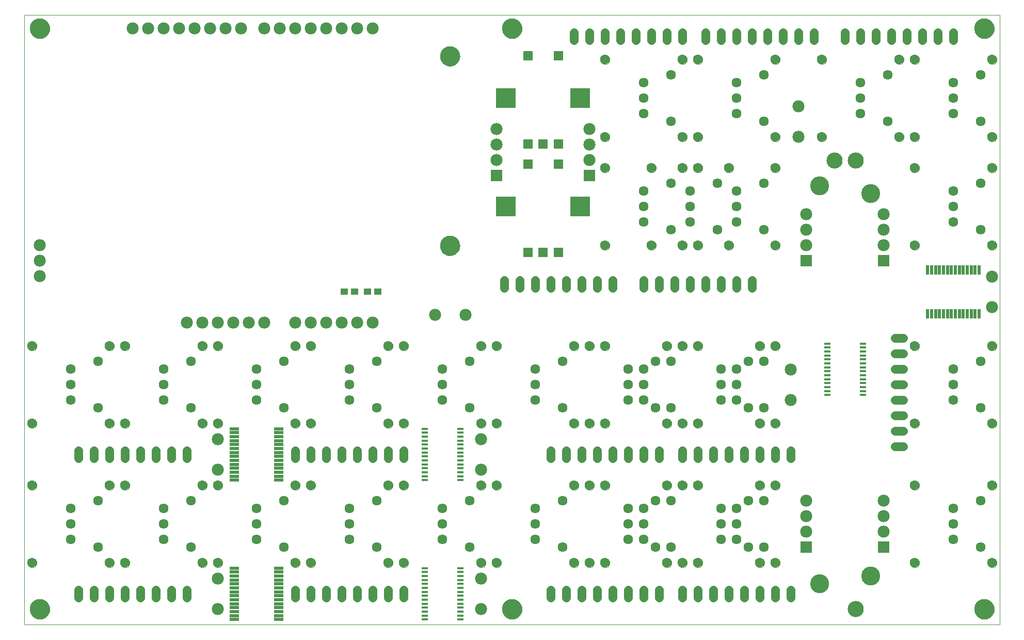
<source format=gbs>
G75*
G70*
%OFA0B0*%
%FSLAX24Y24*%
%IPPOS*%
%LPD*%
%AMOC8*
5,1,8,0,0,1.08239X$1,22.5*
%
%ADD10C,0.0000*%
%ADD11C,0.1300*%
%ADD12C,0.0634*%
%ADD13C,0.0631*%
%ADD14R,0.0430X0.0160*%
%ADD15R,0.0631X0.0197*%
%ADD16C,0.0780*%
%ADD17R,0.0473X0.0434*%
%ADD18R,0.0197X0.0631*%
%ADD19C,0.1040*%
%ADD20C,0.1221*%
%ADD21R,0.0634X0.0634*%
%ADD22R,0.1306X0.1306*%
%ADD23R,0.0780X0.0780*%
%ADD24C,0.0560*%
D10*
X000487Y000923D02*
X000487Y040293D01*
X063479Y040293D01*
X063479Y000923D01*
X000487Y000923D01*
X000857Y001923D02*
X000859Y001973D01*
X000865Y002023D01*
X000875Y002072D01*
X000889Y002120D01*
X000906Y002167D01*
X000927Y002212D01*
X000952Y002256D01*
X000980Y002297D01*
X001012Y002336D01*
X001046Y002373D01*
X001083Y002407D01*
X001123Y002437D01*
X001165Y002464D01*
X001209Y002488D01*
X001255Y002509D01*
X001302Y002525D01*
X001350Y002538D01*
X001400Y002547D01*
X001449Y002552D01*
X001500Y002553D01*
X001550Y002550D01*
X001599Y002543D01*
X001648Y002532D01*
X001696Y002517D01*
X001742Y002499D01*
X001787Y002477D01*
X001830Y002451D01*
X001871Y002422D01*
X001910Y002390D01*
X001946Y002355D01*
X001978Y002317D01*
X002008Y002277D01*
X002035Y002234D01*
X002058Y002190D01*
X002077Y002144D01*
X002093Y002096D01*
X002105Y002047D01*
X002113Y001998D01*
X002117Y001948D01*
X002117Y001898D01*
X002113Y001848D01*
X002105Y001799D01*
X002093Y001750D01*
X002077Y001702D01*
X002058Y001656D01*
X002035Y001612D01*
X002008Y001569D01*
X001978Y001529D01*
X001946Y001491D01*
X001910Y001456D01*
X001871Y001424D01*
X001830Y001395D01*
X001787Y001369D01*
X001742Y001347D01*
X001696Y001329D01*
X001648Y001314D01*
X001599Y001303D01*
X001550Y001296D01*
X001500Y001293D01*
X001449Y001294D01*
X001400Y001299D01*
X001350Y001308D01*
X001302Y001321D01*
X001255Y001337D01*
X001209Y001358D01*
X001165Y001382D01*
X001123Y001409D01*
X001083Y001439D01*
X001046Y001473D01*
X001012Y001510D01*
X000980Y001549D01*
X000952Y001590D01*
X000927Y001634D01*
X000906Y001679D01*
X000889Y001726D01*
X000875Y001774D01*
X000865Y001823D01*
X000859Y001873D01*
X000857Y001923D01*
X000692Y004923D02*
X000694Y004957D01*
X000700Y004991D01*
X000710Y005024D01*
X000723Y005055D01*
X000741Y005085D01*
X000761Y005113D01*
X000785Y005138D01*
X000811Y005160D01*
X000839Y005178D01*
X000870Y005194D01*
X000902Y005206D01*
X000936Y005214D01*
X000970Y005218D01*
X001004Y005218D01*
X001038Y005214D01*
X001072Y005206D01*
X001104Y005194D01*
X001134Y005178D01*
X001163Y005160D01*
X001189Y005138D01*
X001213Y005113D01*
X001233Y005085D01*
X001251Y005055D01*
X001264Y005024D01*
X001274Y004991D01*
X001280Y004957D01*
X001282Y004923D01*
X001280Y004889D01*
X001274Y004855D01*
X001264Y004822D01*
X001251Y004791D01*
X001233Y004761D01*
X001213Y004733D01*
X001189Y004708D01*
X001163Y004686D01*
X001135Y004668D01*
X001104Y004652D01*
X001072Y004640D01*
X001038Y004632D01*
X001004Y004628D01*
X000970Y004628D01*
X000936Y004632D01*
X000902Y004640D01*
X000870Y004652D01*
X000839Y004668D01*
X000811Y004686D01*
X000785Y004708D01*
X000761Y004733D01*
X000741Y004761D01*
X000723Y004791D01*
X000710Y004822D01*
X000700Y004855D01*
X000694Y004889D01*
X000692Y004923D01*
X005692Y004923D02*
X005694Y004957D01*
X005700Y004991D01*
X005710Y005024D01*
X005723Y005055D01*
X005741Y005085D01*
X005761Y005113D01*
X005785Y005138D01*
X005811Y005160D01*
X005839Y005178D01*
X005870Y005194D01*
X005902Y005206D01*
X005936Y005214D01*
X005970Y005218D01*
X006004Y005218D01*
X006038Y005214D01*
X006072Y005206D01*
X006104Y005194D01*
X006134Y005178D01*
X006163Y005160D01*
X006189Y005138D01*
X006213Y005113D01*
X006233Y005085D01*
X006251Y005055D01*
X006264Y005024D01*
X006274Y004991D01*
X006280Y004957D01*
X006282Y004923D01*
X006280Y004889D01*
X006274Y004855D01*
X006264Y004822D01*
X006251Y004791D01*
X006233Y004761D01*
X006213Y004733D01*
X006189Y004708D01*
X006163Y004686D01*
X006135Y004668D01*
X006104Y004652D01*
X006072Y004640D01*
X006038Y004632D01*
X006004Y004628D01*
X005970Y004628D01*
X005936Y004632D01*
X005902Y004640D01*
X005870Y004652D01*
X005839Y004668D01*
X005811Y004686D01*
X005785Y004708D01*
X005761Y004733D01*
X005741Y004761D01*
X005723Y004791D01*
X005710Y004822D01*
X005700Y004855D01*
X005694Y004889D01*
X005692Y004923D01*
X006692Y004923D02*
X006694Y004957D01*
X006700Y004991D01*
X006710Y005024D01*
X006723Y005055D01*
X006741Y005085D01*
X006761Y005113D01*
X006785Y005138D01*
X006811Y005160D01*
X006839Y005178D01*
X006870Y005194D01*
X006902Y005206D01*
X006936Y005214D01*
X006970Y005218D01*
X007004Y005218D01*
X007038Y005214D01*
X007072Y005206D01*
X007104Y005194D01*
X007134Y005178D01*
X007163Y005160D01*
X007189Y005138D01*
X007213Y005113D01*
X007233Y005085D01*
X007251Y005055D01*
X007264Y005024D01*
X007274Y004991D01*
X007280Y004957D01*
X007282Y004923D01*
X007280Y004889D01*
X007274Y004855D01*
X007264Y004822D01*
X007251Y004791D01*
X007233Y004761D01*
X007213Y004733D01*
X007189Y004708D01*
X007163Y004686D01*
X007135Y004668D01*
X007104Y004652D01*
X007072Y004640D01*
X007038Y004632D01*
X007004Y004628D01*
X006970Y004628D01*
X006936Y004632D01*
X006902Y004640D01*
X006870Y004652D01*
X006839Y004668D01*
X006811Y004686D01*
X006785Y004708D01*
X006761Y004733D01*
X006741Y004761D01*
X006723Y004791D01*
X006710Y004822D01*
X006700Y004855D01*
X006694Y004889D01*
X006692Y004923D01*
X011692Y004923D02*
X011694Y004957D01*
X011700Y004991D01*
X011710Y005024D01*
X011723Y005055D01*
X011741Y005085D01*
X011761Y005113D01*
X011785Y005138D01*
X011811Y005160D01*
X011839Y005178D01*
X011870Y005194D01*
X011902Y005206D01*
X011936Y005214D01*
X011970Y005218D01*
X012004Y005218D01*
X012038Y005214D01*
X012072Y005206D01*
X012104Y005194D01*
X012134Y005178D01*
X012163Y005160D01*
X012189Y005138D01*
X012213Y005113D01*
X012233Y005085D01*
X012251Y005055D01*
X012264Y005024D01*
X012274Y004991D01*
X012280Y004957D01*
X012282Y004923D01*
X012280Y004889D01*
X012274Y004855D01*
X012264Y004822D01*
X012251Y004791D01*
X012233Y004761D01*
X012213Y004733D01*
X012189Y004708D01*
X012163Y004686D01*
X012135Y004668D01*
X012104Y004652D01*
X012072Y004640D01*
X012038Y004632D01*
X012004Y004628D01*
X011970Y004628D01*
X011936Y004632D01*
X011902Y004640D01*
X011870Y004652D01*
X011839Y004668D01*
X011811Y004686D01*
X011785Y004708D01*
X011761Y004733D01*
X011741Y004761D01*
X011723Y004791D01*
X011710Y004822D01*
X011700Y004855D01*
X011694Y004889D01*
X011692Y004923D01*
X012692Y004923D02*
X012694Y004957D01*
X012700Y004991D01*
X012710Y005024D01*
X012723Y005055D01*
X012741Y005085D01*
X012761Y005113D01*
X012785Y005138D01*
X012811Y005160D01*
X012839Y005178D01*
X012870Y005194D01*
X012902Y005206D01*
X012936Y005214D01*
X012970Y005218D01*
X013004Y005218D01*
X013038Y005214D01*
X013072Y005206D01*
X013104Y005194D01*
X013134Y005178D01*
X013163Y005160D01*
X013189Y005138D01*
X013213Y005113D01*
X013233Y005085D01*
X013251Y005055D01*
X013264Y005024D01*
X013274Y004991D01*
X013280Y004957D01*
X013282Y004923D01*
X013280Y004889D01*
X013274Y004855D01*
X013264Y004822D01*
X013251Y004791D01*
X013233Y004761D01*
X013213Y004733D01*
X013189Y004708D01*
X013163Y004686D01*
X013135Y004668D01*
X013104Y004652D01*
X013072Y004640D01*
X013038Y004632D01*
X013004Y004628D01*
X012970Y004628D01*
X012936Y004632D01*
X012902Y004640D01*
X012870Y004652D01*
X012839Y004668D01*
X012811Y004686D01*
X012785Y004708D01*
X012761Y004733D01*
X012741Y004761D01*
X012723Y004791D01*
X012710Y004822D01*
X012700Y004855D01*
X012694Y004889D01*
X012692Y004923D01*
X017692Y004923D02*
X017694Y004957D01*
X017700Y004991D01*
X017710Y005024D01*
X017723Y005055D01*
X017741Y005085D01*
X017761Y005113D01*
X017785Y005138D01*
X017811Y005160D01*
X017839Y005178D01*
X017870Y005194D01*
X017902Y005206D01*
X017936Y005214D01*
X017970Y005218D01*
X018004Y005218D01*
X018038Y005214D01*
X018072Y005206D01*
X018104Y005194D01*
X018134Y005178D01*
X018163Y005160D01*
X018189Y005138D01*
X018213Y005113D01*
X018233Y005085D01*
X018251Y005055D01*
X018264Y005024D01*
X018274Y004991D01*
X018280Y004957D01*
X018282Y004923D01*
X018280Y004889D01*
X018274Y004855D01*
X018264Y004822D01*
X018251Y004791D01*
X018233Y004761D01*
X018213Y004733D01*
X018189Y004708D01*
X018163Y004686D01*
X018135Y004668D01*
X018104Y004652D01*
X018072Y004640D01*
X018038Y004632D01*
X018004Y004628D01*
X017970Y004628D01*
X017936Y004632D01*
X017902Y004640D01*
X017870Y004652D01*
X017839Y004668D01*
X017811Y004686D01*
X017785Y004708D01*
X017761Y004733D01*
X017741Y004761D01*
X017723Y004791D01*
X017710Y004822D01*
X017700Y004855D01*
X017694Y004889D01*
X017692Y004923D01*
X018692Y004923D02*
X018694Y004957D01*
X018700Y004991D01*
X018710Y005024D01*
X018723Y005055D01*
X018741Y005085D01*
X018761Y005113D01*
X018785Y005138D01*
X018811Y005160D01*
X018839Y005178D01*
X018870Y005194D01*
X018902Y005206D01*
X018936Y005214D01*
X018970Y005218D01*
X019004Y005218D01*
X019038Y005214D01*
X019072Y005206D01*
X019104Y005194D01*
X019134Y005178D01*
X019163Y005160D01*
X019189Y005138D01*
X019213Y005113D01*
X019233Y005085D01*
X019251Y005055D01*
X019264Y005024D01*
X019274Y004991D01*
X019280Y004957D01*
X019282Y004923D01*
X019280Y004889D01*
X019274Y004855D01*
X019264Y004822D01*
X019251Y004791D01*
X019233Y004761D01*
X019213Y004733D01*
X019189Y004708D01*
X019163Y004686D01*
X019135Y004668D01*
X019104Y004652D01*
X019072Y004640D01*
X019038Y004632D01*
X019004Y004628D01*
X018970Y004628D01*
X018936Y004632D01*
X018902Y004640D01*
X018870Y004652D01*
X018839Y004668D01*
X018811Y004686D01*
X018785Y004708D01*
X018761Y004733D01*
X018741Y004761D01*
X018723Y004791D01*
X018710Y004822D01*
X018700Y004855D01*
X018694Y004889D01*
X018692Y004923D01*
X023692Y004923D02*
X023694Y004957D01*
X023700Y004991D01*
X023710Y005024D01*
X023723Y005055D01*
X023741Y005085D01*
X023761Y005113D01*
X023785Y005138D01*
X023811Y005160D01*
X023839Y005178D01*
X023870Y005194D01*
X023902Y005206D01*
X023936Y005214D01*
X023970Y005218D01*
X024004Y005218D01*
X024038Y005214D01*
X024072Y005206D01*
X024104Y005194D01*
X024134Y005178D01*
X024163Y005160D01*
X024189Y005138D01*
X024213Y005113D01*
X024233Y005085D01*
X024251Y005055D01*
X024264Y005024D01*
X024274Y004991D01*
X024280Y004957D01*
X024282Y004923D01*
X024280Y004889D01*
X024274Y004855D01*
X024264Y004822D01*
X024251Y004791D01*
X024233Y004761D01*
X024213Y004733D01*
X024189Y004708D01*
X024163Y004686D01*
X024135Y004668D01*
X024104Y004652D01*
X024072Y004640D01*
X024038Y004632D01*
X024004Y004628D01*
X023970Y004628D01*
X023936Y004632D01*
X023902Y004640D01*
X023870Y004652D01*
X023839Y004668D01*
X023811Y004686D01*
X023785Y004708D01*
X023761Y004733D01*
X023741Y004761D01*
X023723Y004791D01*
X023710Y004822D01*
X023700Y004855D01*
X023694Y004889D01*
X023692Y004923D01*
X024692Y004923D02*
X024694Y004957D01*
X024700Y004991D01*
X024710Y005024D01*
X024723Y005055D01*
X024741Y005085D01*
X024761Y005113D01*
X024785Y005138D01*
X024811Y005160D01*
X024839Y005178D01*
X024870Y005194D01*
X024902Y005206D01*
X024936Y005214D01*
X024970Y005218D01*
X025004Y005218D01*
X025038Y005214D01*
X025072Y005206D01*
X025104Y005194D01*
X025134Y005178D01*
X025163Y005160D01*
X025189Y005138D01*
X025213Y005113D01*
X025233Y005085D01*
X025251Y005055D01*
X025264Y005024D01*
X025274Y004991D01*
X025280Y004957D01*
X025282Y004923D01*
X025280Y004889D01*
X025274Y004855D01*
X025264Y004822D01*
X025251Y004791D01*
X025233Y004761D01*
X025213Y004733D01*
X025189Y004708D01*
X025163Y004686D01*
X025135Y004668D01*
X025104Y004652D01*
X025072Y004640D01*
X025038Y004632D01*
X025004Y004628D01*
X024970Y004628D01*
X024936Y004632D01*
X024902Y004640D01*
X024870Y004652D01*
X024839Y004668D01*
X024811Y004686D01*
X024785Y004708D01*
X024761Y004733D01*
X024741Y004761D01*
X024723Y004791D01*
X024710Y004822D01*
X024700Y004855D01*
X024694Y004889D01*
X024692Y004923D01*
X029692Y004923D02*
X029694Y004957D01*
X029700Y004991D01*
X029710Y005024D01*
X029723Y005055D01*
X029741Y005085D01*
X029761Y005113D01*
X029785Y005138D01*
X029811Y005160D01*
X029839Y005178D01*
X029870Y005194D01*
X029902Y005206D01*
X029936Y005214D01*
X029970Y005218D01*
X030004Y005218D01*
X030038Y005214D01*
X030072Y005206D01*
X030104Y005194D01*
X030134Y005178D01*
X030163Y005160D01*
X030189Y005138D01*
X030213Y005113D01*
X030233Y005085D01*
X030251Y005055D01*
X030264Y005024D01*
X030274Y004991D01*
X030280Y004957D01*
X030282Y004923D01*
X030280Y004889D01*
X030274Y004855D01*
X030264Y004822D01*
X030251Y004791D01*
X030233Y004761D01*
X030213Y004733D01*
X030189Y004708D01*
X030163Y004686D01*
X030135Y004668D01*
X030104Y004652D01*
X030072Y004640D01*
X030038Y004632D01*
X030004Y004628D01*
X029970Y004628D01*
X029936Y004632D01*
X029902Y004640D01*
X029870Y004652D01*
X029839Y004668D01*
X029811Y004686D01*
X029785Y004708D01*
X029761Y004733D01*
X029741Y004761D01*
X029723Y004791D01*
X029710Y004822D01*
X029700Y004855D01*
X029694Y004889D01*
X029692Y004923D01*
X030692Y004923D02*
X030694Y004957D01*
X030700Y004991D01*
X030710Y005024D01*
X030723Y005055D01*
X030741Y005085D01*
X030761Y005113D01*
X030785Y005138D01*
X030811Y005160D01*
X030839Y005178D01*
X030870Y005194D01*
X030902Y005206D01*
X030936Y005214D01*
X030970Y005218D01*
X031004Y005218D01*
X031038Y005214D01*
X031072Y005206D01*
X031104Y005194D01*
X031134Y005178D01*
X031163Y005160D01*
X031189Y005138D01*
X031213Y005113D01*
X031233Y005085D01*
X031251Y005055D01*
X031264Y005024D01*
X031274Y004991D01*
X031280Y004957D01*
X031282Y004923D01*
X031280Y004889D01*
X031274Y004855D01*
X031264Y004822D01*
X031251Y004791D01*
X031233Y004761D01*
X031213Y004733D01*
X031189Y004708D01*
X031163Y004686D01*
X031135Y004668D01*
X031104Y004652D01*
X031072Y004640D01*
X031038Y004632D01*
X031004Y004628D01*
X030970Y004628D01*
X030936Y004632D01*
X030902Y004640D01*
X030870Y004652D01*
X030839Y004668D01*
X030811Y004686D01*
X030785Y004708D01*
X030761Y004733D01*
X030741Y004761D01*
X030723Y004791D01*
X030710Y004822D01*
X030700Y004855D01*
X030694Y004889D01*
X030692Y004923D01*
X031357Y001923D02*
X031359Y001973D01*
X031365Y002023D01*
X031375Y002072D01*
X031389Y002120D01*
X031406Y002167D01*
X031427Y002212D01*
X031452Y002256D01*
X031480Y002297D01*
X031512Y002336D01*
X031546Y002373D01*
X031583Y002407D01*
X031623Y002437D01*
X031665Y002464D01*
X031709Y002488D01*
X031755Y002509D01*
X031802Y002525D01*
X031850Y002538D01*
X031900Y002547D01*
X031949Y002552D01*
X032000Y002553D01*
X032050Y002550D01*
X032099Y002543D01*
X032148Y002532D01*
X032196Y002517D01*
X032242Y002499D01*
X032287Y002477D01*
X032330Y002451D01*
X032371Y002422D01*
X032410Y002390D01*
X032446Y002355D01*
X032478Y002317D01*
X032508Y002277D01*
X032535Y002234D01*
X032558Y002190D01*
X032577Y002144D01*
X032593Y002096D01*
X032605Y002047D01*
X032613Y001998D01*
X032617Y001948D01*
X032617Y001898D01*
X032613Y001848D01*
X032605Y001799D01*
X032593Y001750D01*
X032577Y001702D01*
X032558Y001656D01*
X032535Y001612D01*
X032508Y001569D01*
X032478Y001529D01*
X032446Y001491D01*
X032410Y001456D01*
X032371Y001424D01*
X032330Y001395D01*
X032287Y001369D01*
X032242Y001347D01*
X032196Y001329D01*
X032148Y001314D01*
X032099Y001303D01*
X032050Y001296D01*
X032000Y001293D01*
X031949Y001294D01*
X031900Y001299D01*
X031850Y001308D01*
X031802Y001321D01*
X031755Y001337D01*
X031709Y001358D01*
X031665Y001382D01*
X031623Y001409D01*
X031583Y001439D01*
X031546Y001473D01*
X031512Y001510D01*
X031480Y001549D01*
X031452Y001590D01*
X031427Y001634D01*
X031406Y001679D01*
X031389Y001726D01*
X031375Y001774D01*
X031365Y001823D01*
X031359Y001873D01*
X031357Y001923D01*
X035692Y004923D02*
X035694Y004957D01*
X035700Y004991D01*
X035710Y005024D01*
X035723Y005055D01*
X035741Y005085D01*
X035761Y005113D01*
X035785Y005138D01*
X035811Y005160D01*
X035839Y005178D01*
X035870Y005194D01*
X035902Y005206D01*
X035936Y005214D01*
X035970Y005218D01*
X036004Y005218D01*
X036038Y005214D01*
X036072Y005206D01*
X036104Y005194D01*
X036134Y005178D01*
X036163Y005160D01*
X036189Y005138D01*
X036213Y005113D01*
X036233Y005085D01*
X036251Y005055D01*
X036264Y005024D01*
X036274Y004991D01*
X036280Y004957D01*
X036282Y004923D01*
X036280Y004889D01*
X036274Y004855D01*
X036264Y004822D01*
X036251Y004791D01*
X036233Y004761D01*
X036213Y004733D01*
X036189Y004708D01*
X036163Y004686D01*
X036135Y004668D01*
X036104Y004652D01*
X036072Y004640D01*
X036038Y004632D01*
X036004Y004628D01*
X035970Y004628D01*
X035936Y004632D01*
X035902Y004640D01*
X035870Y004652D01*
X035839Y004668D01*
X035811Y004686D01*
X035785Y004708D01*
X035761Y004733D01*
X035741Y004761D01*
X035723Y004791D01*
X035710Y004822D01*
X035700Y004855D01*
X035694Y004889D01*
X035692Y004923D01*
X036692Y004923D02*
X036694Y004957D01*
X036700Y004991D01*
X036710Y005024D01*
X036723Y005055D01*
X036741Y005085D01*
X036761Y005113D01*
X036785Y005138D01*
X036811Y005160D01*
X036839Y005178D01*
X036870Y005194D01*
X036902Y005206D01*
X036936Y005214D01*
X036970Y005218D01*
X037004Y005218D01*
X037038Y005214D01*
X037072Y005206D01*
X037104Y005194D01*
X037134Y005178D01*
X037163Y005160D01*
X037189Y005138D01*
X037213Y005113D01*
X037233Y005085D01*
X037251Y005055D01*
X037264Y005024D01*
X037274Y004991D01*
X037280Y004957D01*
X037282Y004923D01*
X037280Y004889D01*
X037274Y004855D01*
X037264Y004822D01*
X037251Y004791D01*
X037233Y004761D01*
X037213Y004733D01*
X037189Y004708D01*
X037163Y004686D01*
X037135Y004668D01*
X037104Y004652D01*
X037072Y004640D01*
X037038Y004632D01*
X037004Y004628D01*
X036970Y004628D01*
X036936Y004632D01*
X036902Y004640D01*
X036870Y004652D01*
X036839Y004668D01*
X036811Y004686D01*
X036785Y004708D01*
X036761Y004733D01*
X036741Y004761D01*
X036723Y004791D01*
X036710Y004822D01*
X036700Y004855D01*
X036694Y004889D01*
X036692Y004923D01*
X037692Y004923D02*
X037694Y004957D01*
X037700Y004991D01*
X037710Y005024D01*
X037723Y005055D01*
X037741Y005085D01*
X037761Y005113D01*
X037785Y005138D01*
X037811Y005160D01*
X037839Y005178D01*
X037870Y005194D01*
X037902Y005206D01*
X037936Y005214D01*
X037970Y005218D01*
X038004Y005218D01*
X038038Y005214D01*
X038072Y005206D01*
X038104Y005194D01*
X038134Y005178D01*
X038163Y005160D01*
X038189Y005138D01*
X038213Y005113D01*
X038233Y005085D01*
X038251Y005055D01*
X038264Y005024D01*
X038274Y004991D01*
X038280Y004957D01*
X038282Y004923D01*
X038280Y004889D01*
X038274Y004855D01*
X038264Y004822D01*
X038251Y004791D01*
X038233Y004761D01*
X038213Y004733D01*
X038189Y004708D01*
X038163Y004686D01*
X038135Y004668D01*
X038104Y004652D01*
X038072Y004640D01*
X038038Y004632D01*
X038004Y004628D01*
X037970Y004628D01*
X037936Y004632D01*
X037902Y004640D01*
X037870Y004652D01*
X037839Y004668D01*
X037811Y004686D01*
X037785Y004708D01*
X037761Y004733D01*
X037741Y004761D01*
X037723Y004791D01*
X037710Y004822D01*
X037700Y004855D01*
X037694Y004889D01*
X037692Y004923D01*
X041692Y004923D02*
X041694Y004957D01*
X041700Y004991D01*
X041710Y005024D01*
X041723Y005055D01*
X041741Y005085D01*
X041761Y005113D01*
X041785Y005138D01*
X041811Y005160D01*
X041839Y005178D01*
X041870Y005194D01*
X041902Y005206D01*
X041936Y005214D01*
X041970Y005218D01*
X042004Y005218D01*
X042038Y005214D01*
X042072Y005206D01*
X042104Y005194D01*
X042134Y005178D01*
X042163Y005160D01*
X042189Y005138D01*
X042213Y005113D01*
X042233Y005085D01*
X042251Y005055D01*
X042264Y005024D01*
X042274Y004991D01*
X042280Y004957D01*
X042282Y004923D01*
X042280Y004889D01*
X042274Y004855D01*
X042264Y004822D01*
X042251Y004791D01*
X042233Y004761D01*
X042213Y004733D01*
X042189Y004708D01*
X042163Y004686D01*
X042135Y004668D01*
X042104Y004652D01*
X042072Y004640D01*
X042038Y004632D01*
X042004Y004628D01*
X041970Y004628D01*
X041936Y004632D01*
X041902Y004640D01*
X041870Y004652D01*
X041839Y004668D01*
X041811Y004686D01*
X041785Y004708D01*
X041761Y004733D01*
X041741Y004761D01*
X041723Y004791D01*
X041710Y004822D01*
X041700Y004855D01*
X041694Y004889D01*
X041692Y004923D01*
X042692Y004923D02*
X042694Y004957D01*
X042700Y004991D01*
X042710Y005024D01*
X042723Y005055D01*
X042741Y005085D01*
X042761Y005113D01*
X042785Y005138D01*
X042811Y005160D01*
X042839Y005178D01*
X042870Y005194D01*
X042902Y005206D01*
X042936Y005214D01*
X042970Y005218D01*
X043004Y005218D01*
X043038Y005214D01*
X043072Y005206D01*
X043104Y005194D01*
X043134Y005178D01*
X043163Y005160D01*
X043189Y005138D01*
X043213Y005113D01*
X043233Y005085D01*
X043251Y005055D01*
X043264Y005024D01*
X043274Y004991D01*
X043280Y004957D01*
X043282Y004923D01*
X043280Y004889D01*
X043274Y004855D01*
X043264Y004822D01*
X043251Y004791D01*
X043233Y004761D01*
X043213Y004733D01*
X043189Y004708D01*
X043163Y004686D01*
X043135Y004668D01*
X043104Y004652D01*
X043072Y004640D01*
X043038Y004632D01*
X043004Y004628D01*
X042970Y004628D01*
X042936Y004632D01*
X042902Y004640D01*
X042870Y004652D01*
X042839Y004668D01*
X042811Y004686D01*
X042785Y004708D01*
X042761Y004733D01*
X042741Y004761D01*
X042723Y004791D01*
X042710Y004822D01*
X042700Y004855D01*
X042694Y004889D01*
X042692Y004923D01*
X042694Y004957D01*
X042700Y004991D01*
X042710Y005024D01*
X042723Y005055D01*
X042741Y005085D01*
X042761Y005113D01*
X042785Y005138D01*
X042811Y005160D01*
X042839Y005178D01*
X042870Y005194D01*
X042902Y005206D01*
X042936Y005214D01*
X042970Y005218D01*
X043004Y005218D01*
X043038Y005214D01*
X043072Y005206D01*
X043104Y005194D01*
X043134Y005178D01*
X043163Y005160D01*
X043189Y005138D01*
X043213Y005113D01*
X043233Y005085D01*
X043251Y005055D01*
X043264Y005024D01*
X043274Y004991D01*
X043280Y004957D01*
X043282Y004923D01*
X043280Y004889D01*
X043274Y004855D01*
X043264Y004822D01*
X043251Y004791D01*
X043233Y004761D01*
X043213Y004733D01*
X043189Y004708D01*
X043163Y004686D01*
X043135Y004668D01*
X043104Y004652D01*
X043072Y004640D01*
X043038Y004632D01*
X043004Y004628D01*
X042970Y004628D01*
X042936Y004632D01*
X042902Y004640D01*
X042870Y004652D01*
X042839Y004668D01*
X042811Y004686D01*
X042785Y004708D01*
X042761Y004733D01*
X042741Y004761D01*
X042723Y004791D01*
X042710Y004822D01*
X042700Y004855D01*
X042694Y004889D01*
X042692Y004923D01*
X043692Y004923D02*
X043694Y004957D01*
X043700Y004991D01*
X043710Y005024D01*
X043723Y005055D01*
X043741Y005085D01*
X043761Y005113D01*
X043785Y005138D01*
X043811Y005160D01*
X043839Y005178D01*
X043870Y005194D01*
X043902Y005206D01*
X043936Y005214D01*
X043970Y005218D01*
X044004Y005218D01*
X044038Y005214D01*
X044072Y005206D01*
X044104Y005194D01*
X044134Y005178D01*
X044163Y005160D01*
X044189Y005138D01*
X044213Y005113D01*
X044233Y005085D01*
X044251Y005055D01*
X044264Y005024D01*
X044274Y004991D01*
X044280Y004957D01*
X044282Y004923D01*
X044280Y004889D01*
X044274Y004855D01*
X044264Y004822D01*
X044251Y004791D01*
X044233Y004761D01*
X044213Y004733D01*
X044189Y004708D01*
X044163Y004686D01*
X044135Y004668D01*
X044104Y004652D01*
X044072Y004640D01*
X044038Y004632D01*
X044004Y004628D01*
X043970Y004628D01*
X043936Y004632D01*
X043902Y004640D01*
X043870Y004652D01*
X043839Y004668D01*
X043811Y004686D01*
X043785Y004708D01*
X043761Y004733D01*
X043741Y004761D01*
X043723Y004791D01*
X043710Y004822D01*
X043700Y004855D01*
X043694Y004889D01*
X043692Y004923D01*
X047692Y004923D02*
X047694Y004957D01*
X047700Y004991D01*
X047710Y005024D01*
X047723Y005055D01*
X047741Y005085D01*
X047761Y005113D01*
X047785Y005138D01*
X047811Y005160D01*
X047839Y005178D01*
X047870Y005194D01*
X047902Y005206D01*
X047936Y005214D01*
X047970Y005218D01*
X048004Y005218D01*
X048038Y005214D01*
X048072Y005206D01*
X048104Y005194D01*
X048134Y005178D01*
X048163Y005160D01*
X048189Y005138D01*
X048213Y005113D01*
X048233Y005085D01*
X048251Y005055D01*
X048264Y005024D01*
X048274Y004991D01*
X048280Y004957D01*
X048282Y004923D01*
X048280Y004889D01*
X048274Y004855D01*
X048264Y004822D01*
X048251Y004791D01*
X048233Y004761D01*
X048213Y004733D01*
X048189Y004708D01*
X048163Y004686D01*
X048135Y004668D01*
X048104Y004652D01*
X048072Y004640D01*
X048038Y004632D01*
X048004Y004628D01*
X047970Y004628D01*
X047936Y004632D01*
X047902Y004640D01*
X047870Y004652D01*
X047839Y004668D01*
X047811Y004686D01*
X047785Y004708D01*
X047761Y004733D01*
X047741Y004761D01*
X047723Y004791D01*
X047710Y004822D01*
X047700Y004855D01*
X047694Y004889D01*
X047692Y004923D01*
X048692Y004923D02*
X048694Y004957D01*
X048700Y004991D01*
X048710Y005024D01*
X048723Y005055D01*
X048741Y005085D01*
X048761Y005113D01*
X048785Y005138D01*
X048811Y005160D01*
X048839Y005178D01*
X048870Y005194D01*
X048902Y005206D01*
X048936Y005214D01*
X048970Y005218D01*
X049004Y005218D01*
X049038Y005214D01*
X049072Y005206D01*
X049104Y005194D01*
X049134Y005178D01*
X049163Y005160D01*
X049189Y005138D01*
X049213Y005113D01*
X049233Y005085D01*
X049251Y005055D01*
X049264Y005024D01*
X049274Y004991D01*
X049280Y004957D01*
X049282Y004923D01*
X049280Y004889D01*
X049274Y004855D01*
X049264Y004822D01*
X049251Y004791D01*
X049233Y004761D01*
X049213Y004733D01*
X049189Y004708D01*
X049163Y004686D01*
X049135Y004668D01*
X049104Y004652D01*
X049072Y004640D01*
X049038Y004632D01*
X049004Y004628D01*
X048970Y004628D01*
X048936Y004632D01*
X048902Y004640D01*
X048870Y004652D01*
X048839Y004668D01*
X048811Y004686D01*
X048785Y004708D01*
X048761Y004733D01*
X048741Y004761D01*
X048723Y004791D01*
X048710Y004822D01*
X048700Y004855D01*
X048694Y004889D01*
X048692Y004923D01*
X048692Y009923D02*
X048694Y009957D01*
X048700Y009991D01*
X048710Y010024D01*
X048723Y010055D01*
X048741Y010085D01*
X048761Y010113D01*
X048785Y010138D01*
X048811Y010160D01*
X048839Y010178D01*
X048870Y010194D01*
X048902Y010206D01*
X048936Y010214D01*
X048970Y010218D01*
X049004Y010218D01*
X049038Y010214D01*
X049072Y010206D01*
X049104Y010194D01*
X049134Y010178D01*
X049163Y010160D01*
X049189Y010138D01*
X049213Y010113D01*
X049233Y010085D01*
X049251Y010055D01*
X049264Y010024D01*
X049274Y009991D01*
X049280Y009957D01*
X049282Y009923D01*
X049280Y009889D01*
X049274Y009855D01*
X049264Y009822D01*
X049251Y009791D01*
X049233Y009761D01*
X049213Y009733D01*
X049189Y009708D01*
X049163Y009686D01*
X049135Y009668D01*
X049104Y009652D01*
X049072Y009640D01*
X049038Y009632D01*
X049004Y009628D01*
X048970Y009628D01*
X048936Y009632D01*
X048902Y009640D01*
X048870Y009652D01*
X048839Y009668D01*
X048811Y009686D01*
X048785Y009708D01*
X048761Y009733D01*
X048741Y009761D01*
X048723Y009791D01*
X048710Y009822D01*
X048700Y009855D01*
X048694Y009889D01*
X048692Y009923D01*
X047692Y009923D02*
X047694Y009957D01*
X047700Y009991D01*
X047710Y010024D01*
X047723Y010055D01*
X047741Y010085D01*
X047761Y010113D01*
X047785Y010138D01*
X047811Y010160D01*
X047839Y010178D01*
X047870Y010194D01*
X047902Y010206D01*
X047936Y010214D01*
X047970Y010218D01*
X048004Y010218D01*
X048038Y010214D01*
X048072Y010206D01*
X048104Y010194D01*
X048134Y010178D01*
X048163Y010160D01*
X048189Y010138D01*
X048213Y010113D01*
X048233Y010085D01*
X048251Y010055D01*
X048264Y010024D01*
X048274Y009991D01*
X048280Y009957D01*
X048282Y009923D01*
X048280Y009889D01*
X048274Y009855D01*
X048264Y009822D01*
X048251Y009791D01*
X048233Y009761D01*
X048213Y009733D01*
X048189Y009708D01*
X048163Y009686D01*
X048135Y009668D01*
X048104Y009652D01*
X048072Y009640D01*
X048038Y009632D01*
X048004Y009628D01*
X047970Y009628D01*
X047936Y009632D01*
X047902Y009640D01*
X047870Y009652D01*
X047839Y009668D01*
X047811Y009686D01*
X047785Y009708D01*
X047761Y009733D01*
X047741Y009761D01*
X047723Y009791D01*
X047710Y009822D01*
X047700Y009855D01*
X047694Y009889D01*
X047692Y009923D01*
X043692Y009923D02*
X043694Y009957D01*
X043700Y009991D01*
X043710Y010024D01*
X043723Y010055D01*
X043741Y010085D01*
X043761Y010113D01*
X043785Y010138D01*
X043811Y010160D01*
X043839Y010178D01*
X043870Y010194D01*
X043902Y010206D01*
X043936Y010214D01*
X043970Y010218D01*
X044004Y010218D01*
X044038Y010214D01*
X044072Y010206D01*
X044104Y010194D01*
X044134Y010178D01*
X044163Y010160D01*
X044189Y010138D01*
X044213Y010113D01*
X044233Y010085D01*
X044251Y010055D01*
X044264Y010024D01*
X044274Y009991D01*
X044280Y009957D01*
X044282Y009923D01*
X044280Y009889D01*
X044274Y009855D01*
X044264Y009822D01*
X044251Y009791D01*
X044233Y009761D01*
X044213Y009733D01*
X044189Y009708D01*
X044163Y009686D01*
X044135Y009668D01*
X044104Y009652D01*
X044072Y009640D01*
X044038Y009632D01*
X044004Y009628D01*
X043970Y009628D01*
X043936Y009632D01*
X043902Y009640D01*
X043870Y009652D01*
X043839Y009668D01*
X043811Y009686D01*
X043785Y009708D01*
X043761Y009733D01*
X043741Y009761D01*
X043723Y009791D01*
X043710Y009822D01*
X043700Y009855D01*
X043694Y009889D01*
X043692Y009923D01*
X042692Y009923D02*
X042694Y009957D01*
X042700Y009991D01*
X042710Y010024D01*
X042723Y010055D01*
X042741Y010085D01*
X042761Y010113D01*
X042785Y010138D01*
X042811Y010160D01*
X042839Y010178D01*
X042870Y010194D01*
X042902Y010206D01*
X042936Y010214D01*
X042970Y010218D01*
X043004Y010218D01*
X043038Y010214D01*
X043072Y010206D01*
X043104Y010194D01*
X043134Y010178D01*
X043163Y010160D01*
X043189Y010138D01*
X043213Y010113D01*
X043233Y010085D01*
X043251Y010055D01*
X043264Y010024D01*
X043274Y009991D01*
X043280Y009957D01*
X043282Y009923D01*
X043280Y009889D01*
X043274Y009855D01*
X043264Y009822D01*
X043251Y009791D01*
X043233Y009761D01*
X043213Y009733D01*
X043189Y009708D01*
X043163Y009686D01*
X043135Y009668D01*
X043104Y009652D01*
X043072Y009640D01*
X043038Y009632D01*
X043004Y009628D01*
X042970Y009628D01*
X042936Y009632D01*
X042902Y009640D01*
X042870Y009652D01*
X042839Y009668D01*
X042811Y009686D01*
X042785Y009708D01*
X042761Y009733D01*
X042741Y009761D01*
X042723Y009791D01*
X042710Y009822D01*
X042700Y009855D01*
X042694Y009889D01*
X042692Y009923D01*
X042694Y009957D01*
X042700Y009991D01*
X042710Y010024D01*
X042723Y010055D01*
X042741Y010085D01*
X042761Y010113D01*
X042785Y010138D01*
X042811Y010160D01*
X042839Y010178D01*
X042870Y010194D01*
X042902Y010206D01*
X042936Y010214D01*
X042970Y010218D01*
X043004Y010218D01*
X043038Y010214D01*
X043072Y010206D01*
X043104Y010194D01*
X043134Y010178D01*
X043163Y010160D01*
X043189Y010138D01*
X043213Y010113D01*
X043233Y010085D01*
X043251Y010055D01*
X043264Y010024D01*
X043274Y009991D01*
X043280Y009957D01*
X043282Y009923D01*
X043280Y009889D01*
X043274Y009855D01*
X043264Y009822D01*
X043251Y009791D01*
X043233Y009761D01*
X043213Y009733D01*
X043189Y009708D01*
X043163Y009686D01*
X043135Y009668D01*
X043104Y009652D01*
X043072Y009640D01*
X043038Y009632D01*
X043004Y009628D01*
X042970Y009628D01*
X042936Y009632D01*
X042902Y009640D01*
X042870Y009652D01*
X042839Y009668D01*
X042811Y009686D01*
X042785Y009708D01*
X042761Y009733D01*
X042741Y009761D01*
X042723Y009791D01*
X042710Y009822D01*
X042700Y009855D01*
X042694Y009889D01*
X042692Y009923D01*
X041692Y009923D02*
X041694Y009957D01*
X041700Y009991D01*
X041710Y010024D01*
X041723Y010055D01*
X041741Y010085D01*
X041761Y010113D01*
X041785Y010138D01*
X041811Y010160D01*
X041839Y010178D01*
X041870Y010194D01*
X041902Y010206D01*
X041936Y010214D01*
X041970Y010218D01*
X042004Y010218D01*
X042038Y010214D01*
X042072Y010206D01*
X042104Y010194D01*
X042134Y010178D01*
X042163Y010160D01*
X042189Y010138D01*
X042213Y010113D01*
X042233Y010085D01*
X042251Y010055D01*
X042264Y010024D01*
X042274Y009991D01*
X042280Y009957D01*
X042282Y009923D01*
X042280Y009889D01*
X042274Y009855D01*
X042264Y009822D01*
X042251Y009791D01*
X042233Y009761D01*
X042213Y009733D01*
X042189Y009708D01*
X042163Y009686D01*
X042135Y009668D01*
X042104Y009652D01*
X042072Y009640D01*
X042038Y009632D01*
X042004Y009628D01*
X041970Y009628D01*
X041936Y009632D01*
X041902Y009640D01*
X041870Y009652D01*
X041839Y009668D01*
X041811Y009686D01*
X041785Y009708D01*
X041761Y009733D01*
X041741Y009761D01*
X041723Y009791D01*
X041710Y009822D01*
X041700Y009855D01*
X041694Y009889D01*
X041692Y009923D01*
X037692Y009923D02*
X037694Y009957D01*
X037700Y009991D01*
X037710Y010024D01*
X037723Y010055D01*
X037741Y010085D01*
X037761Y010113D01*
X037785Y010138D01*
X037811Y010160D01*
X037839Y010178D01*
X037870Y010194D01*
X037902Y010206D01*
X037936Y010214D01*
X037970Y010218D01*
X038004Y010218D01*
X038038Y010214D01*
X038072Y010206D01*
X038104Y010194D01*
X038134Y010178D01*
X038163Y010160D01*
X038189Y010138D01*
X038213Y010113D01*
X038233Y010085D01*
X038251Y010055D01*
X038264Y010024D01*
X038274Y009991D01*
X038280Y009957D01*
X038282Y009923D01*
X038280Y009889D01*
X038274Y009855D01*
X038264Y009822D01*
X038251Y009791D01*
X038233Y009761D01*
X038213Y009733D01*
X038189Y009708D01*
X038163Y009686D01*
X038135Y009668D01*
X038104Y009652D01*
X038072Y009640D01*
X038038Y009632D01*
X038004Y009628D01*
X037970Y009628D01*
X037936Y009632D01*
X037902Y009640D01*
X037870Y009652D01*
X037839Y009668D01*
X037811Y009686D01*
X037785Y009708D01*
X037761Y009733D01*
X037741Y009761D01*
X037723Y009791D01*
X037710Y009822D01*
X037700Y009855D01*
X037694Y009889D01*
X037692Y009923D01*
X036692Y009923D02*
X036694Y009957D01*
X036700Y009991D01*
X036710Y010024D01*
X036723Y010055D01*
X036741Y010085D01*
X036761Y010113D01*
X036785Y010138D01*
X036811Y010160D01*
X036839Y010178D01*
X036870Y010194D01*
X036902Y010206D01*
X036936Y010214D01*
X036970Y010218D01*
X037004Y010218D01*
X037038Y010214D01*
X037072Y010206D01*
X037104Y010194D01*
X037134Y010178D01*
X037163Y010160D01*
X037189Y010138D01*
X037213Y010113D01*
X037233Y010085D01*
X037251Y010055D01*
X037264Y010024D01*
X037274Y009991D01*
X037280Y009957D01*
X037282Y009923D01*
X037280Y009889D01*
X037274Y009855D01*
X037264Y009822D01*
X037251Y009791D01*
X037233Y009761D01*
X037213Y009733D01*
X037189Y009708D01*
X037163Y009686D01*
X037135Y009668D01*
X037104Y009652D01*
X037072Y009640D01*
X037038Y009632D01*
X037004Y009628D01*
X036970Y009628D01*
X036936Y009632D01*
X036902Y009640D01*
X036870Y009652D01*
X036839Y009668D01*
X036811Y009686D01*
X036785Y009708D01*
X036761Y009733D01*
X036741Y009761D01*
X036723Y009791D01*
X036710Y009822D01*
X036700Y009855D01*
X036694Y009889D01*
X036692Y009923D01*
X035692Y009923D02*
X035694Y009957D01*
X035700Y009991D01*
X035710Y010024D01*
X035723Y010055D01*
X035741Y010085D01*
X035761Y010113D01*
X035785Y010138D01*
X035811Y010160D01*
X035839Y010178D01*
X035870Y010194D01*
X035902Y010206D01*
X035936Y010214D01*
X035970Y010218D01*
X036004Y010218D01*
X036038Y010214D01*
X036072Y010206D01*
X036104Y010194D01*
X036134Y010178D01*
X036163Y010160D01*
X036189Y010138D01*
X036213Y010113D01*
X036233Y010085D01*
X036251Y010055D01*
X036264Y010024D01*
X036274Y009991D01*
X036280Y009957D01*
X036282Y009923D01*
X036280Y009889D01*
X036274Y009855D01*
X036264Y009822D01*
X036251Y009791D01*
X036233Y009761D01*
X036213Y009733D01*
X036189Y009708D01*
X036163Y009686D01*
X036135Y009668D01*
X036104Y009652D01*
X036072Y009640D01*
X036038Y009632D01*
X036004Y009628D01*
X035970Y009628D01*
X035936Y009632D01*
X035902Y009640D01*
X035870Y009652D01*
X035839Y009668D01*
X035811Y009686D01*
X035785Y009708D01*
X035761Y009733D01*
X035741Y009761D01*
X035723Y009791D01*
X035710Y009822D01*
X035700Y009855D01*
X035694Y009889D01*
X035692Y009923D01*
X030692Y009923D02*
X030694Y009957D01*
X030700Y009991D01*
X030710Y010024D01*
X030723Y010055D01*
X030741Y010085D01*
X030761Y010113D01*
X030785Y010138D01*
X030811Y010160D01*
X030839Y010178D01*
X030870Y010194D01*
X030902Y010206D01*
X030936Y010214D01*
X030970Y010218D01*
X031004Y010218D01*
X031038Y010214D01*
X031072Y010206D01*
X031104Y010194D01*
X031134Y010178D01*
X031163Y010160D01*
X031189Y010138D01*
X031213Y010113D01*
X031233Y010085D01*
X031251Y010055D01*
X031264Y010024D01*
X031274Y009991D01*
X031280Y009957D01*
X031282Y009923D01*
X031280Y009889D01*
X031274Y009855D01*
X031264Y009822D01*
X031251Y009791D01*
X031233Y009761D01*
X031213Y009733D01*
X031189Y009708D01*
X031163Y009686D01*
X031135Y009668D01*
X031104Y009652D01*
X031072Y009640D01*
X031038Y009632D01*
X031004Y009628D01*
X030970Y009628D01*
X030936Y009632D01*
X030902Y009640D01*
X030870Y009652D01*
X030839Y009668D01*
X030811Y009686D01*
X030785Y009708D01*
X030761Y009733D01*
X030741Y009761D01*
X030723Y009791D01*
X030710Y009822D01*
X030700Y009855D01*
X030694Y009889D01*
X030692Y009923D01*
X029692Y009923D02*
X029694Y009957D01*
X029700Y009991D01*
X029710Y010024D01*
X029723Y010055D01*
X029741Y010085D01*
X029761Y010113D01*
X029785Y010138D01*
X029811Y010160D01*
X029839Y010178D01*
X029870Y010194D01*
X029902Y010206D01*
X029936Y010214D01*
X029970Y010218D01*
X030004Y010218D01*
X030038Y010214D01*
X030072Y010206D01*
X030104Y010194D01*
X030134Y010178D01*
X030163Y010160D01*
X030189Y010138D01*
X030213Y010113D01*
X030233Y010085D01*
X030251Y010055D01*
X030264Y010024D01*
X030274Y009991D01*
X030280Y009957D01*
X030282Y009923D01*
X030280Y009889D01*
X030274Y009855D01*
X030264Y009822D01*
X030251Y009791D01*
X030233Y009761D01*
X030213Y009733D01*
X030189Y009708D01*
X030163Y009686D01*
X030135Y009668D01*
X030104Y009652D01*
X030072Y009640D01*
X030038Y009632D01*
X030004Y009628D01*
X029970Y009628D01*
X029936Y009632D01*
X029902Y009640D01*
X029870Y009652D01*
X029839Y009668D01*
X029811Y009686D01*
X029785Y009708D01*
X029761Y009733D01*
X029741Y009761D01*
X029723Y009791D01*
X029710Y009822D01*
X029700Y009855D01*
X029694Y009889D01*
X029692Y009923D01*
X024692Y009923D02*
X024694Y009957D01*
X024700Y009991D01*
X024710Y010024D01*
X024723Y010055D01*
X024741Y010085D01*
X024761Y010113D01*
X024785Y010138D01*
X024811Y010160D01*
X024839Y010178D01*
X024870Y010194D01*
X024902Y010206D01*
X024936Y010214D01*
X024970Y010218D01*
X025004Y010218D01*
X025038Y010214D01*
X025072Y010206D01*
X025104Y010194D01*
X025134Y010178D01*
X025163Y010160D01*
X025189Y010138D01*
X025213Y010113D01*
X025233Y010085D01*
X025251Y010055D01*
X025264Y010024D01*
X025274Y009991D01*
X025280Y009957D01*
X025282Y009923D01*
X025280Y009889D01*
X025274Y009855D01*
X025264Y009822D01*
X025251Y009791D01*
X025233Y009761D01*
X025213Y009733D01*
X025189Y009708D01*
X025163Y009686D01*
X025135Y009668D01*
X025104Y009652D01*
X025072Y009640D01*
X025038Y009632D01*
X025004Y009628D01*
X024970Y009628D01*
X024936Y009632D01*
X024902Y009640D01*
X024870Y009652D01*
X024839Y009668D01*
X024811Y009686D01*
X024785Y009708D01*
X024761Y009733D01*
X024741Y009761D01*
X024723Y009791D01*
X024710Y009822D01*
X024700Y009855D01*
X024694Y009889D01*
X024692Y009923D01*
X023692Y009923D02*
X023694Y009957D01*
X023700Y009991D01*
X023710Y010024D01*
X023723Y010055D01*
X023741Y010085D01*
X023761Y010113D01*
X023785Y010138D01*
X023811Y010160D01*
X023839Y010178D01*
X023870Y010194D01*
X023902Y010206D01*
X023936Y010214D01*
X023970Y010218D01*
X024004Y010218D01*
X024038Y010214D01*
X024072Y010206D01*
X024104Y010194D01*
X024134Y010178D01*
X024163Y010160D01*
X024189Y010138D01*
X024213Y010113D01*
X024233Y010085D01*
X024251Y010055D01*
X024264Y010024D01*
X024274Y009991D01*
X024280Y009957D01*
X024282Y009923D01*
X024280Y009889D01*
X024274Y009855D01*
X024264Y009822D01*
X024251Y009791D01*
X024233Y009761D01*
X024213Y009733D01*
X024189Y009708D01*
X024163Y009686D01*
X024135Y009668D01*
X024104Y009652D01*
X024072Y009640D01*
X024038Y009632D01*
X024004Y009628D01*
X023970Y009628D01*
X023936Y009632D01*
X023902Y009640D01*
X023870Y009652D01*
X023839Y009668D01*
X023811Y009686D01*
X023785Y009708D01*
X023761Y009733D01*
X023741Y009761D01*
X023723Y009791D01*
X023710Y009822D01*
X023700Y009855D01*
X023694Y009889D01*
X023692Y009923D01*
X018692Y009923D02*
X018694Y009957D01*
X018700Y009991D01*
X018710Y010024D01*
X018723Y010055D01*
X018741Y010085D01*
X018761Y010113D01*
X018785Y010138D01*
X018811Y010160D01*
X018839Y010178D01*
X018870Y010194D01*
X018902Y010206D01*
X018936Y010214D01*
X018970Y010218D01*
X019004Y010218D01*
X019038Y010214D01*
X019072Y010206D01*
X019104Y010194D01*
X019134Y010178D01*
X019163Y010160D01*
X019189Y010138D01*
X019213Y010113D01*
X019233Y010085D01*
X019251Y010055D01*
X019264Y010024D01*
X019274Y009991D01*
X019280Y009957D01*
X019282Y009923D01*
X019280Y009889D01*
X019274Y009855D01*
X019264Y009822D01*
X019251Y009791D01*
X019233Y009761D01*
X019213Y009733D01*
X019189Y009708D01*
X019163Y009686D01*
X019135Y009668D01*
X019104Y009652D01*
X019072Y009640D01*
X019038Y009632D01*
X019004Y009628D01*
X018970Y009628D01*
X018936Y009632D01*
X018902Y009640D01*
X018870Y009652D01*
X018839Y009668D01*
X018811Y009686D01*
X018785Y009708D01*
X018761Y009733D01*
X018741Y009761D01*
X018723Y009791D01*
X018710Y009822D01*
X018700Y009855D01*
X018694Y009889D01*
X018692Y009923D01*
X017692Y009923D02*
X017694Y009957D01*
X017700Y009991D01*
X017710Y010024D01*
X017723Y010055D01*
X017741Y010085D01*
X017761Y010113D01*
X017785Y010138D01*
X017811Y010160D01*
X017839Y010178D01*
X017870Y010194D01*
X017902Y010206D01*
X017936Y010214D01*
X017970Y010218D01*
X018004Y010218D01*
X018038Y010214D01*
X018072Y010206D01*
X018104Y010194D01*
X018134Y010178D01*
X018163Y010160D01*
X018189Y010138D01*
X018213Y010113D01*
X018233Y010085D01*
X018251Y010055D01*
X018264Y010024D01*
X018274Y009991D01*
X018280Y009957D01*
X018282Y009923D01*
X018280Y009889D01*
X018274Y009855D01*
X018264Y009822D01*
X018251Y009791D01*
X018233Y009761D01*
X018213Y009733D01*
X018189Y009708D01*
X018163Y009686D01*
X018135Y009668D01*
X018104Y009652D01*
X018072Y009640D01*
X018038Y009632D01*
X018004Y009628D01*
X017970Y009628D01*
X017936Y009632D01*
X017902Y009640D01*
X017870Y009652D01*
X017839Y009668D01*
X017811Y009686D01*
X017785Y009708D01*
X017761Y009733D01*
X017741Y009761D01*
X017723Y009791D01*
X017710Y009822D01*
X017700Y009855D01*
X017694Y009889D01*
X017692Y009923D01*
X012692Y009923D02*
X012694Y009957D01*
X012700Y009991D01*
X012710Y010024D01*
X012723Y010055D01*
X012741Y010085D01*
X012761Y010113D01*
X012785Y010138D01*
X012811Y010160D01*
X012839Y010178D01*
X012870Y010194D01*
X012902Y010206D01*
X012936Y010214D01*
X012970Y010218D01*
X013004Y010218D01*
X013038Y010214D01*
X013072Y010206D01*
X013104Y010194D01*
X013134Y010178D01*
X013163Y010160D01*
X013189Y010138D01*
X013213Y010113D01*
X013233Y010085D01*
X013251Y010055D01*
X013264Y010024D01*
X013274Y009991D01*
X013280Y009957D01*
X013282Y009923D01*
X013280Y009889D01*
X013274Y009855D01*
X013264Y009822D01*
X013251Y009791D01*
X013233Y009761D01*
X013213Y009733D01*
X013189Y009708D01*
X013163Y009686D01*
X013135Y009668D01*
X013104Y009652D01*
X013072Y009640D01*
X013038Y009632D01*
X013004Y009628D01*
X012970Y009628D01*
X012936Y009632D01*
X012902Y009640D01*
X012870Y009652D01*
X012839Y009668D01*
X012811Y009686D01*
X012785Y009708D01*
X012761Y009733D01*
X012741Y009761D01*
X012723Y009791D01*
X012710Y009822D01*
X012700Y009855D01*
X012694Y009889D01*
X012692Y009923D01*
X011692Y009923D02*
X011694Y009957D01*
X011700Y009991D01*
X011710Y010024D01*
X011723Y010055D01*
X011741Y010085D01*
X011761Y010113D01*
X011785Y010138D01*
X011811Y010160D01*
X011839Y010178D01*
X011870Y010194D01*
X011902Y010206D01*
X011936Y010214D01*
X011970Y010218D01*
X012004Y010218D01*
X012038Y010214D01*
X012072Y010206D01*
X012104Y010194D01*
X012134Y010178D01*
X012163Y010160D01*
X012189Y010138D01*
X012213Y010113D01*
X012233Y010085D01*
X012251Y010055D01*
X012264Y010024D01*
X012274Y009991D01*
X012280Y009957D01*
X012282Y009923D01*
X012280Y009889D01*
X012274Y009855D01*
X012264Y009822D01*
X012251Y009791D01*
X012233Y009761D01*
X012213Y009733D01*
X012189Y009708D01*
X012163Y009686D01*
X012135Y009668D01*
X012104Y009652D01*
X012072Y009640D01*
X012038Y009632D01*
X012004Y009628D01*
X011970Y009628D01*
X011936Y009632D01*
X011902Y009640D01*
X011870Y009652D01*
X011839Y009668D01*
X011811Y009686D01*
X011785Y009708D01*
X011761Y009733D01*
X011741Y009761D01*
X011723Y009791D01*
X011710Y009822D01*
X011700Y009855D01*
X011694Y009889D01*
X011692Y009923D01*
X006692Y009923D02*
X006694Y009957D01*
X006700Y009991D01*
X006710Y010024D01*
X006723Y010055D01*
X006741Y010085D01*
X006761Y010113D01*
X006785Y010138D01*
X006811Y010160D01*
X006839Y010178D01*
X006870Y010194D01*
X006902Y010206D01*
X006936Y010214D01*
X006970Y010218D01*
X007004Y010218D01*
X007038Y010214D01*
X007072Y010206D01*
X007104Y010194D01*
X007134Y010178D01*
X007163Y010160D01*
X007189Y010138D01*
X007213Y010113D01*
X007233Y010085D01*
X007251Y010055D01*
X007264Y010024D01*
X007274Y009991D01*
X007280Y009957D01*
X007282Y009923D01*
X007280Y009889D01*
X007274Y009855D01*
X007264Y009822D01*
X007251Y009791D01*
X007233Y009761D01*
X007213Y009733D01*
X007189Y009708D01*
X007163Y009686D01*
X007135Y009668D01*
X007104Y009652D01*
X007072Y009640D01*
X007038Y009632D01*
X007004Y009628D01*
X006970Y009628D01*
X006936Y009632D01*
X006902Y009640D01*
X006870Y009652D01*
X006839Y009668D01*
X006811Y009686D01*
X006785Y009708D01*
X006761Y009733D01*
X006741Y009761D01*
X006723Y009791D01*
X006710Y009822D01*
X006700Y009855D01*
X006694Y009889D01*
X006692Y009923D01*
X005692Y009923D02*
X005694Y009957D01*
X005700Y009991D01*
X005710Y010024D01*
X005723Y010055D01*
X005741Y010085D01*
X005761Y010113D01*
X005785Y010138D01*
X005811Y010160D01*
X005839Y010178D01*
X005870Y010194D01*
X005902Y010206D01*
X005936Y010214D01*
X005970Y010218D01*
X006004Y010218D01*
X006038Y010214D01*
X006072Y010206D01*
X006104Y010194D01*
X006134Y010178D01*
X006163Y010160D01*
X006189Y010138D01*
X006213Y010113D01*
X006233Y010085D01*
X006251Y010055D01*
X006264Y010024D01*
X006274Y009991D01*
X006280Y009957D01*
X006282Y009923D01*
X006280Y009889D01*
X006274Y009855D01*
X006264Y009822D01*
X006251Y009791D01*
X006233Y009761D01*
X006213Y009733D01*
X006189Y009708D01*
X006163Y009686D01*
X006135Y009668D01*
X006104Y009652D01*
X006072Y009640D01*
X006038Y009632D01*
X006004Y009628D01*
X005970Y009628D01*
X005936Y009632D01*
X005902Y009640D01*
X005870Y009652D01*
X005839Y009668D01*
X005811Y009686D01*
X005785Y009708D01*
X005761Y009733D01*
X005741Y009761D01*
X005723Y009791D01*
X005710Y009822D01*
X005700Y009855D01*
X005694Y009889D01*
X005692Y009923D01*
X000692Y009923D02*
X000694Y009957D01*
X000700Y009991D01*
X000710Y010024D01*
X000723Y010055D01*
X000741Y010085D01*
X000761Y010113D01*
X000785Y010138D01*
X000811Y010160D01*
X000839Y010178D01*
X000870Y010194D01*
X000902Y010206D01*
X000936Y010214D01*
X000970Y010218D01*
X001004Y010218D01*
X001038Y010214D01*
X001072Y010206D01*
X001104Y010194D01*
X001134Y010178D01*
X001163Y010160D01*
X001189Y010138D01*
X001213Y010113D01*
X001233Y010085D01*
X001251Y010055D01*
X001264Y010024D01*
X001274Y009991D01*
X001280Y009957D01*
X001282Y009923D01*
X001280Y009889D01*
X001274Y009855D01*
X001264Y009822D01*
X001251Y009791D01*
X001233Y009761D01*
X001213Y009733D01*
X001189Y009708D01*
X001163Y009686D01*
X001135Y009668D01*
X001104Y009652D01*
X001072Y009640D01*
X001038Y009632D01*
X001004Y009628D01*
X000970Y009628D01*
X000936Y009632D01*
X000902Y009640D01*
X000870Y009652D01*
X000839Y009668D01*
X000811Y009686D01*
X000785Y009708D01*
X000761Y009733D01*
X000741Y009761D01*
X000723Y009791D01*
X000710Y009822D01*
X000700Y009855D01*
X000694Y009889D01*
X000692Y009923D01*
X000692Y013923D02*
X000694Y013957D01*
X000700Y013991D01*
X000710Y014024D01*
X000723Y014055D01*
X000741Y014085D01*
X000761Y014113D01*
X000785Y014138D01*
X000811Y014160D01*
X000839Y014178D01*
X000870Y014194D01*
X000902Y014206D01*
X000936Y014214D01*
X000970Y014218D01*
X001004Y014218D01*
X001038Y014214D01*
X001072Y014206D01*
X001104Y014194D01*
X001134Y014178D01*
X001163Y014160D01*
X001189Y014138D01*
X001213Y014113D01*
X001233Y014085D01*
X001251Y014055D01*
X001264Y014024D01*
X001274Y013991D01*
X001280Y013957D01*
X001282Y013923D01*
X001280Y013889D01*
X001274Y013855D01*
X001264Y013822D01*
X001251Y013791D01*
X001233Y013761D01*
X001213Y013733D01*
X001189Y013708D01*
X001163Y013686D01*
X001135Y013668D01*
X001104Y013652D01*
X001072Y013640D01*
X001038Y013632D01*
X001004Y013628D01*
X000970Y013628D01*
X000936Y013632D01*
X000902Y013640D01*
X000870Y013652D01*
X000839Y013668D01*
X000811Y013686D01*
X000785Y013708D01*
X000761Y013733D01*
X000741Y013761D01*
X000723Y013791D01*
X000710Y013822D01*
X000700Y013855D01*
X000694Y013889D01*
X000692Y013923D01*
X005692Y013923D02*
X005694Y013957D01*
X005700Y013991D01*
X005710Y014024D01*
X005723Y014055D01*
X005741Y014085D01*
X005761Y014113D01*
X005785Y014138D01*
X005811Y014160D01*
X005839Y014178D01*
X005870Y014194D01*
X005902Y014206D01*
X005936Y014214D01*
X005970Y014218D01*
X006004Y014218D01*
X006038Y014214D01*
X006072Y014206D01*
X006104Y014194D01*
X006134Y014178D01*
X006163Y014160D01*
X006189Y014138D01*
X006213Y014113D01*
X006233Y014085D01*
X006251Y014055D01*
X006264Y014024D01*
X006274Y013991D01*
X006280Y013957D01*
X006282Y013923D01*
X006280Y013889D01*
X006274Y013855D01*
X006264Y013822D01*
X006251Y013791D01*
X006233Y013761D01*
X006213Y013733D01*
X006189Y013708D01*
X006163Y013686D01*
X006135Y013668D01*
X006104Y013652D01*
X006072Y013640D01*
X006038Y013632D01*
X006004Y013628D01*
X005970Y013628D01*
X005936Y013632D01*
X005902Y013640D01*
X005870Y013652D01*
X005839Y013668D01*
X005811Y013686D01*
X005785Y013708D01*
X005761Y013733D01*
X005741Y013761D01*
X005723Y013791D01*
X005710Y013822D01*
X005700Y013855D01*
X005694Y013889D01*
X005692Y013923D01*
X006692Y013923D02*
X006694Y013957D01*
X006700Y013991D01*
X006710Y014024D01*
X006723Y014055D01*
X006741Y014085D01*
X006761Y014113D01*
X006785Y014138D01*
X006811Y014160D01*
X006839Y014178D01*
X006870Y014194D01*
X006902Y014206D01*
X006936Y014214D01*
X006970Y014218D01*
X007004Y014218D01*
X007038Y014214D01*
X007072Y014206D01*
X007104Y014194D01*
X007134Y014178D01*
X007163Y014160D01*
X007189Y014138D01*
X007213Y014113D01*
X007233Y014085D01*
X007251Y014055D01*
X007264Y014024D01*
X007274Y013991D01*
X007280Y013957D01*
X007282Y013923D01*
X007280Y013889D01*
X007274Y013855D01*
X007264Y013822D01*
X007251Y013791D01*
X007233Y013761D01*
X007213Y013733D01*
X007189Y013708D01*
X007163Y013686D01*
X007135Y013668D01*
X007104Y013652D01*
X007072Y013640D01*
X007038Y013632D01*
X007004Y013628D01*
X006970Y013628D01*
X006936Y013632D01*
X006902Y013640D01*
X006870Y013652D01*
X006839Y013668D01*
X006811Y013686D01*
X006785Y013708D01*
X006761Y013733D01*
X006741Y013761D01*
X006723Y013791D01*
X006710Y013822D01*
X006700Y013855D01*
X006694Y013889D01*
X006692Y013923D01*
X011692Y013923D02*
X011694Y013957D01*
X011700Y013991D01*
X011710Y014024D01*
X011723Y014055D01*
X011741Y014085D01*
X011761Y014113D01*
X011785Y014138D01*
X011811Y014160D01*
X011839Y014178D01*
X011870Y014194D01*
X011902Y014206D01*
X011936Y014214D01*
X011970Y014218D01*
X012004Y014218D01*
X012038Y014214D01*
X012072Y014206D01*
X012104Y014194D01*
X012134Y014178D01*
X012163Y014160D01*
X012189Y014138D01*
X012213Y014113D01*
X012233Y014085D01*
X012251Y014055D01*
X012264Y014024D01*
X012274Y013991D01*
X012280Y013957D01*
X012282Y013923D01*
X012280Y013889D01*
X012274Y013855D01*
X012264Y013822D01*
X012251Y013791D01*
X012233Y013761D01*
X012213Y013733D01*
X012189Y013708D01*
X012163Y013686D01*
X012135Y013668D01*
X012104Y013652D01*
X012072Y013640D01*
X012038Y013632D01*
X012004Y013628D01*
X011970Y013628D01*
X011936Y013632D01*
X011902Y013640D01*
X011870Y013652D01*
X011839Y013668D01*
X011811Y013686D01*
X011785Y013708D01*
X011761Y013733D01*
X011741Y013761D01*
X011723Y013791D01*
X011710Y013822D01*
X011700Y013855D01*
X011694Y013889D01*
X011692Y013923D01*
X012692Y013923D02*
X012694Y013957D01*
X012700Y013991D01*
X012710Y014024D01*
X012723Y014055D01*
X012741Y014085D01*
X012761Y014113D01*
X012785Y014138D01*
X012811Y014160D01*
X012839Y014178D01*
X012870Y014194D01*
X012902Y014206D01*
X012936Y014214D01*
X012970Y014218D01*
X013004Y014218D01*
X013038Y014214D01*
X013072Y014206D01*
X013104Y014194D01*
X013134Y014178D01*
X013163Y014160D01*
X013189Y014138D01*
X013213Y014113D01*
X013233Y014085D01*
X013251Y014055D01*
X013264Y014024D01*
X013274Y013991D01*
X013280Y013957D01*
X013282Y013923D01*
X013280Y013889D01*
X013274Y013855D01*
X013264Y013822D01*
X013251Y013791D01*
X013233Y013761D01*
X013213Y013733D01*
X013189Y013708D01*
X013163Y013686D01*
X013135Y013668D01*
X013104Y013652D01*
X013072Y013640D01*
X013038Y013632D01*
X013004Y013628D01*
X012970Y013628D01*
X012936Y013632D01*
X012902Y013640D01*
X012870Y013652D01*
X012839Y013668D01*
X012811Y013686D01*
X012785Y013708D01*
X012761Y013733D01*
X012741Y013761D01*
X012723Y013791D01*
X012710Y013822D01*
X012700Y013855D01*
X012694Y013889D01*
X012692Y013923D01*
X017692Y013923D02*
X017694Y013957D01*
X017700Y013991D01*
X017710Y014024D01*
X017723Y014055D01*
X017741Y014085D01*
X017761Y014113D01*
X017785Y014138D01*
X017811Y014160D01*
X017839Y014178D01*
X017870Y014194D01*
X017902Y014206D01*
X017936Y014214D01*
X017970Y014218D01*
X018004Y014218D01*
X018038Y014214D01*
X018072Y014206D01*
X018104Y014194D01*
X018134Y014178D01*
X018163Y014160D01*
X018189Y014138D01*
X018213Y014113D01*
X018233Y014085D01*
X018251Y014055D01*
X018264Y014024D01*
X018274Y013991D01*
X018280Y013957D01*
X018282Y013923D01*
X018280Y013889D01*
X018274Y013855D01*
X018264Y013822D01*
X018251Y013791D01*
X018233Y013761D01*
X018213Y013733D01*
X018189Y013708D01*
X018163Y013686D01*
X018135Y013668D01*
X018104Y013652D01*
X018072Y013640D01*
X018038Y013632D01*
X018004Y013628D01*
X017970Y013628D01*
X017936Y013632D01*
X017902Y013640D01*
X017870Y013652D01*
X017839Y013668D01*
X017811Y013686D01*
X017785Y013708D01*
X017761Y013733D01*
X017741Y013761D01*
X017723Y013791D01*
X017710Y013822D01*
X017700Y013855D01*
X017694Y013889D01*
X017692Y013923D01*
X018692Y013923D02*
X018694Y013957D01*
X018700Y013991D01*
X018710Y014024D01*
X018723Y014055D01*
X018741Y014085D01*
X018761Y014113D01*
X018785Y014138D01*
X018811Y014160D01*
X018839Y014178D01*
X018870Y014194D01*
X018902Y014206D01*
X018936Y014214D01*
X018970Y014218D01*
X019004Y014218D01*
X019038Y014214D01*
X019072Y014206D01*
X019104Y014194D01*
X019134Y014178D01*
X019163Y014160D01*
X019189Y014138D01*
X019213Y014113D01*
X019233Y014085D01*
X019251Y014055D01*
X019264Y014024D01*
X019274Y013991D01*
X019280Y013957D01*
X019282Y013923D01*
X019280Y013889D01*
X019274Y013855D01*
X019264Y013822D01*
X019251Y013791D01*
X019233Y013761D01*
X019213Y013733D01*
X019189Y013708D01*
X019163Y013686D01*
X019135Y013668D01*
X019104Y013652D01*
X019072Y013640D01*
X019038Y013632D01*
X019004Y013628D01*
X018970Y013628D01*
X018936Y013632D01*
X018902Y013640D01*
X018870Y013652D01*
X018839Y013668D01*
X018811Y013686D01*
X018785Y013708D01*
X018761Y013733D01*
X018741Y013761D01*
X018723Y013791D01*
X018710Y013822D01*
X018700Y013855D01*
X018694Y013889D01*
X018692Y013923D01*
X023692Y013923D02*
X023694Y013957D01*
X023700Y013991D01*
X023710Y014024D01*
X023723Y014055D01*
X023741Y014085D01*
X023761Y014113D01*
X023785Y014138D01*
X023811Y014160D01*
X023839Y014178D01*
X023870Y014194D01*
X023902Y014206D01*
X023936Y014214D01*
X023970Y014218D01*
X024004Y014218D01*
X024038Y014214D01*
X024072Y014206D01*
X024104Y014194D01*
X024134Y014178D01*
X024163Y014160D01*
X024189Y014138D01*
X024213Y014113D01*
X024233Y014085D01*
X024251Y014055D01*
X024264Y014024D01*
X024274Y013991D01*
X024280Y013957D01*
X024282Y013923D01*
X024280Y013889D01*
X024274Y013855D01*
X024264Y013822D01*
X024251Y013791D01*
X024233Y013761D01*
X024213Y013733D01*
X024189Y013708D01*
X024163Y013686D01*
X024135Y013668D01*
X024104Y013652D01*
X024072Y013640D01*
X024038Y013632D01*
X024004Y013628D01*
X023970Y013628D01*
X023936Y013632D01*
X023902Y013640D01*
X023870Y013652D01*
X023839Y013668D01*
X023811Y013686D01*
X023785Y013708D01*
X023761Y013733D01*
X023741Y013761D01*
X023723Y013791D01*
X023710Y013822D01*
X023700Y013855D01*
X023694Y013889D01*
X023692Y013923D01*
X024692Y013923D02*
X024694Y013957D01*
X024700Y013991D01*
X024710Y014024D01*
X024723Y014055D01*
X024741Y014085D01*
X024761Y014113D01*
X024785Y014138D01*
X024811Y014160D01*
X024839Y014178D01*
X024870Y014194D01*
X024902Y014206D01*
X024936Y014214D01*
X024970Y014218D01*
X025004Y014218D01*
X025038Y014214D01*
X025072Y014206D01*
X025104Y014194D01*
X025134Y014178D01*
X025163Y014160D01*
X025189Y014138D01*
X025213Y014113D01*
X025233Y014085D01*
X025251Y014055D01*
X025264Y014024D01*
X025274Y013991D01*
X025280Y013957D01*
X025282Y013923D01*
X025280Y013889D01*
X025274Y013855D01*
X025264Y013822D01*
X025251Y013791D01*
X025233Y013761D01*
X025213Y013733D01*
X025189Y013708D01*
X025163Y013686D01*
X025135Y013668D01*
X025104Y013652D01*
X025072Y013640D01*
X025038Y013632D01*
X025004Y013628D01*
X024970Y013628D01*
X024936Y013632D01*
X024902Y013640D01*
X024870Y013652D01*
X024839Y013668D01*
X024811Y013686D01*
X024785Y013708D01*
X024761Y013733D01*
X024741Y013761D01*
X024723Y013791D01*
X024710Y013822D01*
X024700Y013855D01*
X024694Y013889D01*
X024692Y013923D01*
X029692Y013923D02*
X029694Y013957D01*
X029700Y013991D01*
X029710Y014024D01*
X029723Y014055D01*
X029741Y014085D01*
X029761Y014113D01*
X029785Y014138D01*
X029811Y014160D01*
X029839Y014178D01*
X029870Y014194D01*
X029902Y014206D01*
X029936Y014214D01*
X029970Y014218D01*
X030004Y014218D01*
X030038Y014214D01*
X030072Y014206D01*
X030104Y014194D01*
X030134Y014178D01*
X030163Y014160D01*
X030189Y014138D01*
X030213Y014113D01*
X030233Y014085D01*
X030251Y014055D01*
X030264Y014024D01*
X030274Y013991D01*
X030280Y013957D01*
X030282Y013923D01*
X030280Y013889D01*
X030274Y013855D01*
X030264Y013822D01*
X030251Y013791D01*
X030233Y013761D01*
X030213Y013733D01*
X030189Y013708D01*
X030163Y013686D01*
X030135Y013668D01*
X030104Y013652D01*
X030072Y013640D01*
X030038Y013632D01*
X030004Y013628D01*
X029970Y013628D01*
X029936Y013632D01*
X029902Y013640D01*
X029870Y013652D01*
X029839Y013668D01*
X029811Y013686D01*
X029785Y013708D01*
X029761Y013733D01*
X029741Y013761D01*
X029723Y013791D01*
X029710Y013822D01*
X029700Y013855D01*
X029694Y013889D01*
X029692Y013923D01*
X030692Y013923D02*
X030694Y013957D01*
X030700Y013991D01*
X030710Y014024D01*
X030723Y014055D01*
X030741Y014085D01*
X030761Y014113D01*
X030785Y014138D01*
X030811Y014160D01*
X030839Y014178D01*
X030870Y014194D01*
X030902Y014206D01*
X030936Y014214D01*
X030970Y014218D01*
X031004Y014218D01*
X031038Y014214D01*
X031072Y014206D01*
X031104Y014194D01*
X031134Y014178D01*
X031163Y014160D01*
X031189Y014138D01*
X031213Y014113D01*
X031233Y014085D01*
X031251Y014055D01*
X031264Y014024D01*
X031274Y013991D01*
X031280Y013957D01*
X031282Y013923D01*
X031280Y013889D01*
X031274Y013855D01*
X031264Y013822D01*
X031251Y013791D01*
X031233Y013761D01*
X031213Y013733D01*
X031189Y013708D01*
X031163Y013686D01*
X031135Y013668D01*
X031104Y013652D01*
X031072Y013640D01*
X031038Y013632D01*
X031004Y013628D01*
X030970Y013628D01*
X030936Y013632D01*
X030902Y013640D01*
X030870Y013652D01*
X030839Y013668D01*
X030811Y013686D01*
X030785Y013708D01*
X030761Y013733D01*
X030741Y013761D01*
X030723Y013791D01*
X030710Y013822D01*
X030700Y013855D01*
X030694Y013889D01*
X030692Y013923D01*
X035692Y013923D02*
X035694Y013957D01*
X035700Y013991D01*
X035710Y014024D01*
X035723Y014055D01*
X035741Y014085D01*
X035761Y014113D01*
X035785Y014138D01*
X035811Y014160D01*
X035839Y014178D01*
X035870Y014194D01*
X035902Y014206D01*
X035936Y014214D01*
X035970Y014218D01*
X036004Y014218D01*
X036038Y014214D01*
X036072Y014206D01*
X036104Y014194D01*
X036134Y014178D01*
X036163Y014160D01*
X036189Y014138D01*
X036213Y014113D01*
X036233Y014085D01*
X036251Y014055D01*
X036264Y014024D01*
X036274Y013991D01*
X036280Y013957D01*
X036282Y013923D01*
X036280Y013889D01*
X036274Y013855D01*
X036264Y013822D01*
X036251Y013791D01*
X036233Y013761D01*
X036213Y013733D01*
X036189Y013708D01*
X036163Y013686D01*
X036135Y013668D01*
X036104Y013652D01*
X036072Y013640D01*
X036038Y013632D01*
X036004Y013628D01*
X035970Y013628D01*
X035936Y013632D01*
X035902Y013640D01*
X035870Y013652D01*
X035839Y013668D01*
X035811Y013686D01*
X035785Y013708D01*
X035761Y013733D01*
X035741Y013761D01*
X035723Y013791D01*
X035710Y013822D01*
X035700Y013855D01*
X035694Y013889D01*
X035692Y013923D01*
X036692Y013923D02*
X036694Y013957D01*
X036700Y013991D01*
X036710Y014024D01*
X036723Y014055D01*
X036741Y014085D01*
X036761Y014113D01*
X036785Y014138D01*
X036811Y014160D01*
X036839Y014178D01*
X036870Y014194D01*
X036902Y014206D01*
X036936Y014214D01*
X036970Y014218D01*
X037004Y014218D01*
X037038Y014214D01*
X037072Y014206D01*
X037104Y014194D01*
X037134Y014178D01*
X037163Y014160D01*
X037189Y014138D01*
X037213Y014113D01*
X037233Y014085D01*
X037251Y014055D01*
X037264Y014024D01*
X037274Y013991D01*
X037280Y013957D01*
X037282Y013923D01*
X037280Y013889D01*
X037274Y013855D01*
X037264Y013822D01*
X037251Y013791D01*
X037233Y013761D01*
X037213Y013733D01*
X037189Y013708D01*
X037163Y013686D01*
X037135Y013668D01*
X037104Y013652D01*
X037072Y013640D01*
X037038Y013632D01*
X037004Y013628D01*
X036970Y013628D01*
X036936Y013632D01*
X036902Y013640D01*
X036870Y013652D01*
X036839Y013668D01*
X036811Y013686D01*
X036785Y013708D01*
X036761Y013733D01*
X036741Y013761D01*
X036723Y013791D01*
X036710Y013822D01*
X036700Y013855D01*
X036694Y013889D01*
X036692Y013923D01*
X037692Y013923D02*
X037694Y013957D01*
X037700Y013991D01*
X037710Y014024D01*
X037723Y014055D01*
X037741Y014085D01*
X037761Y014113D01*
X037785Y014138D01*
X037811Y014160D01*
X037839Y014178D01*
X037870Y014194D01*
X037902Y014206D01*
X037936Y014214D01*
X037970Y014218D01*
X038004Y014218D01*
X038038Y014214D01*
X038072Y014206D01*
X038104Y014194D01*
X038134Y014178D01*
X038163Y014160D01*
X038189Y014138D01*
X038213Y014113D01*
X038233Y014085D01*
X038251Y014055D01*
X038264Y014024D01*
X038274Y013991D01*
X038280Y013957D01*
X038282Y013923D01*
X038280Y013889D01*
X038274Y013855D01*
X038264Y013822D01*
X038251Y013791D01*
X038233Y013761D01*
X038213Y013733D01*
X038189Y013708D01*
X038163Y013686D01*
X038135Y013668D01*
X038104Y013652D01*
X038072Y013640D01*
X038038Y013632D01*
X038004Y013628D01*
X037970Y013628D01*
X037936Y013632D01*
X037902Y013640D01*
X037870Y013652D01*
X037839Y013668D01*
X037811Y013686D01*
X037785Y013708D01*
X037761Y013733D01*
X037741Y013761D01*
X037723Y013791D01*
X037710Y013822D01*
X037700Y013855D01*
X037694Y013889D01*
X037692Y013923D01*
X041692Y013923D02*
X041694Y013957D01*
X041700Y013991D01*
X041710Y014024D01*
X041723Y014055D01*
X041741Y014085D01*
X041761Y014113D01*
X041785Y014138D01*
X041811Y014160D01*
X041839Y014178D01*
X041870Y014194D01*
X041902Y014206D01*
X041936Y014214D01*
X041970Y014218D01*
X042004Y014218D01*
X042038Y014214D01*
X042072Y014206D01*
X042104Y014194D01*
X042134Y014178D01*
X042163Y014160D01*
X042189Y014138D01*
X042213Y014113D01*
X042233Y014085D01*
X042251Y014055D01*
X042264Y014024D01*
X042274Y013991D01*
X042280Y013957D01*
X042282Y013923D01*
X042280Y013889D01*
X042274Y013855D01*
X042264Y013822D01*
X042251Y013791D01*
X042233Y013761D01*
X042213Y013733D01*
X042189Y013708D01*
X042163Y013686D01*
X042135Y013668D01*
X042104Y013652D01*
X042072Y013640D01*
X042038Y013632D01*
X042004Y013628D01*
X041970Y013628D01*
X041936Y013632D01*
X041902Y013640D01*
X041870Y013652D01*
X041839Y013668D01*
X041811Y013686D01*
X041785Y013708D01*
X041761Y013733D01*
X041741Y013761D01*
X041723Y013791D01*
X041710Y013822D01*
X041700Y013855D01*
X041694Y013889D01*
X041692Y013923D01*
X042692Y013923D02*
X042694Y013957D01*
X042700Y013991D01*
X042710Y014024D01*
X042723Y014055D01*
X042741Y014085D01*
X042761Y014113D01*
X042785Y014138D01*
X042811Y014160D01*
X042839Y014178D01*
X042870Y014194D01*
X042902Y014206D01*
X042936Y014214D01*
X042970Y014218D01*
X043004Y014218D01*
X043038Y014214D01*
X043072Y014206D01*
X043104Y014194D01*
X043134Y014178D01*
X043163Y014160D01*
X043189Y014138D01*
X043213Y014113D01*
X043233Y014085D01*
X043251Y014055D01*
X043264Y014024D01*
X043274Y013991D01*
X043280Y013957D01*
X043282Y013923D01*
X043280Y013889D01*
X043274Y013855D01*
X043264Y013822D01*
X043251Y013791D01*
X043233Y013761D01*
X043213Y013733D01*
X043189Y013708D01*
X043163Y013686D01*
X043135Y013668D01*
X043104Y013652D01*
X043072Y013640D01*
X043038Y013632D01*
X043004Y013628D01*
X042970Y013628D01*
X042936Y013632D01*
X042902Y013640D01*
X042870Y013652D01*
X042839Y013668D01*
X042811Y013686D01*
X042785Y013708D01*
X042761Y013733D01*
X042741Y013761D01*
X042723Y013791D01*
X042710Y013822D01*
X042700Y013855D01*
X042694Y013889D01*
X042692Y013923D01*
X042694Y013957D01*
X042700Y013991D01*
X042710Y014024D01*
X042723Y014055D01*
X042741Y014085D01*
X042761Y014113D01*
X042785Y014138D01*
X042811Y014160D01*
X042839Y014178D01*
X042870Y014194D01*
X042902Y014206D01*
X042936Y014214D01*
X042970Y014218D01*
X043004Y014218D01*
X043038Y014214D01*
X043072Y014206D01*
X043104Y014194D01*
X043134Y014178D01*
X043163Y014160D01*
X043189Y014138D01*
X043213Y014113D01*
X043233Y014085D01*
X043251Y014055D01*
X043264Y014024D01*
X043274Y013991D01*
X043280Y013957D01*
X043282Y013923D01*
X043280Y013889D01*
X043274Y013855D01*
X043264Y013822D01*
X043251Y013791D01*
X043233Y013761D01*
X043213Y013733D01*
X043189Y013708D01*
X043163Y013686D01*
X043135Y013668D01*
X043104Y013652D01*
X043072Y013640D01*
X043038Y013632D01*
X043004Y013628D01*
X042970Y013628D01*
X042936Y013632D01*
X042902Y013640D01*
X042870Y013652D01*
X042839Y013668D01*
X042811Y013686D01*
X042785Y013708D01*
X042761Y013733D01*
X042741Y013761D01*
X042723Y013791D01*
X042710Y013822D01*
X042700Y013855D01*
X042694Y013889D01*
X042692Y013923D01*
X043692Y013923D02*
X043694Y013957D01*
X043700Y013991D01*
X043710Y014024D01*
X043723Y014055D01*
X043741Y014085D01*
X043761Y014113D01*
X043785Y014138D01*
X043811Y014160D01*
X043839Y014178D01*
X043870Y014194D01*
X043902Y014206D01*
X043936Y014214D01*
X043970Y014218D01*
X044004Y014218D01*
X044038Y014214D01*
X044072Y014206D01*
X044104Y014194D01*
X044134Y014178D01*
X044163Y014160D01*
X044189Y014138D01*
X044213Y014113D01*
X044233Y014085D01*
X044251Y014055D01*
X044264Y014024D01*
X044274Y013991D01*
X044280Y013957D01*
X044282Y013923D01*
X044280Y013889D01*
X044274Y013855D01*
X044264Y013822D01*
X044251Y013791D01*
X044233Y013761D01*
X044213Y013733D01*
X044189Y013708D01*
X044163Y013686D01*
X044135Y013668D01*
X044104Y013652D01*
X044072Y013640D01*
X044038Y013632D01*
X044004Y013628D01*
X043970Y013628D01*
X043936Y013632D01*
X043902Y013640D01*
X043870Y013652D01*
X043839Y013668D01*
X043811Y013686D01*
X043785Y013708D01*
X043761Y013733D01*
X043741Y013761D01*
X043723Y013791D01*
X043710Y013822D01*
X043700Y013855D01*
X043694Y013889D01*
X043692Y013923D01*
X047692Y013923D02*
X047694Y013957D01*
X047700Y013991D01*
X047710Y014024D01*
X047723Y014055D01*
X047741Y014085D01*
X047761Y014113D01*
X047785Y014138D01*
X047811Y014160D01*
X047839Y014178D01*
X047870Y014194D01*
X047902Y014206D01*
X047936Y014214D01*
X047970Y014218D01*
X048004Y014218D01*
X048038Y014214D01*
X048072Y014206D01*
X048104Y014194D01*
X048134Y014178D01*
X048163Y014160D01*
X048189Y014138D01*
X048213Y014113D01*
X048233Y014085D01*
X048251Y014055D01*
X048264Y014024D01*
X048274Y013991D01*
X048280Y013957D01*
X048282Y013923D01*
X048280Y013889D01*
X048274Y013855D01*
X048264Y013822D01*
X048251Y013791D01*
X048233Y013761D01*
X048213Y013733D01*
X048189Y013708D01*
X048163Y013686D01*
X048135Y013668D01*
X048104Y013652D01*
X048072Y013640D01*
X048038Y013632D01*
X048004Y013628D01*
X047970Y013628D01*
X047936Y013632D01*
X047902Y013640D01*
X047870Y013652D01*
X047839Y013668D01*
X047811Y013686D01*
X047785Y013708D01*
X047761Y013733D01*
X047741Y013761D01*
X047723Y013791D01*
X047710Y013822D01*
X047700Y013855D01*
X047694Y013889D01*
X047692Y013923D01*
X048692Y013923D02*
X048694Y013957D01*
X048700Y013991D01*
X048710Y014024D01*
X048723Y014055D01*
X048741Y014085D01*
X048761Y014113D01*
X048785Y014138D01*
X048811Y014160D01*
X048839Y014178D01*
X048870Y014194D01*
X048902Y014206D01*
X048936Y014214D01*
X048970Y014218D01*
X049004Y014218D01*
X049038Y014214D01*
X049072Y014206D01*
X049104Y014194D01*
X049134Y014178D01*
X049163Y014160D01*
X049189Y014138D01*
X049213Y014113D01*
X049233Y014085D01*
X049251Y014055D01*
X049264Y014024D01*
X049274Y013991D01*
X049280Y013957D01*
X049282Y013923D01*
X049280Y013889D01*
X049274Y013855D01*
X049264Y013822D01*
X049251Y013791D01*
X049233Y013761D01*
X049213Y013733D01*
X049189Y013708D01*
X049163Y013686D01*
X049135Y013668D01*
X049104Y013652D01*
X049072Y013640D01*
X049038Y013632D01*
X049004Y013628D01*
X048970Y013628D01*
X048936Y013632D01*
X048902Y013640D01*
X048870Y013652D01*
X048839Y013668D01*
X048811Y013686D01*
X048785Y013708D01*
X048761Y013733D01*
X048741Y013761D01*
X048723Y013791D01*
X048710Y013822D01*
X048700Y013855D01*
X048694Y013889D01*
X048692Y013923D01*
X048692Y018923D02*
X048694Y018957D01*
X048700Y018991D01*
X048710Y019024D01*
X048723Y019055D01*
X048741Y019085D01*
X048761Y019113D01*
X048785Y019138D01*
X048811Y019160D01*
X048839Y019178D01*
X048870Y019194D01*
X048902Y019206D01*
X048936Y019214D01*
X048970Y019218D01*
X049004Y019218D01*
X049038Y019214D01*
X049072Y019206D01*
X049104Y019194D01*
X049134Y019178D01*
X049163Y019160D01*
X049189Y019138D01*
X049213Y019113D01*
X049233Y019085D01*
X049251Y019055D01*
X049264Y019024D01*
X049274Y018991D01*
X049280Y018957D01*
X049282Y018923D01*
X049280Y018889D01*
X049274Y018855D01*
X049264Y018822D01*
X049251Y018791D01*
X049233Y018761D01*
X049213Y018733D01*
X049189Y018708D01*
X049163Y018686D01*
X049135Y018668D01*
X049104Y018652D01*
X049072Y018640D01*
X049038Y018632D01*
X049004Y018628D01*
X048970Y018628D01*
X048936Y018632D01*
X048902Y018640D01*
X048870Y018652D01*
X048839Y018668D01*
X048811Y018686D01*
X048785Y018708D01*
X048761Y018733D01*
X048741Y018761D01*
X048723Y018791D01*
X048710Y018822D01*
X048700Y018855D01*
X048694Y018889D01*
X048692Y018923D01*
X047692Y018923D02*
X047694Y018957D01*
X047700Y018991D01*
X047710Y019024D01*
X047723Y019055D01*
X047741Y019085D01*
X047761Y019113D01*
X047785Y019138D01*
X047811Y019160D01*
X047839Y019178D01*
X047870Y019194D01*
X047902Y019206D01*
X047936Y019214D01*
X047970Y019218D01*
X048004Y019218D01*
X048038Y019214D01*
X048072Y019206D01*
X048104Y019194D01*
X048134Y019178D01*
X048163Y019160D01*
X048189Y019138D01*
X048213Y019113D01*
X048233Y019085D01*
X048251Y019055D01*
X048264Y019024D01*
X048274Y018991D01*
X048280Y018957D01*
X048282Y018923D01*
X048280Y018889D01*
X048274Y018855D01*
X048264Y018822D01*
X048251Y018791D01*
X048233Y018761D01*
X048213Y018733D01*
X048189Y018708D01*
X048163Y018686D01*
X048135Y018668D01*
X048104Y018652D01*
X048072Y018640D01*
X048038Y018632D01*
X048004Y018628D01*
X047970Y018628D01*
X047936Y018632D01*
X047902Y018640D01*
X047870Y018652D01*
X047839Y018668D01*
X047811Y018686D01*
X047785Y018708D01*
X047761Y018733D01*
X047741Y018761D01*
X047723Y018791D01*
X047710Y018822D01*
X047700Y018855D01*
X047694Y018889D01*
X047692Y018923D01*
X043692Y018923D02*
X043694Y018957D01*
X043700Y018991D01*
X043710Y019024D01*
X043723Y019055D01*
X043741Y019085D01*
X043761Y019113D01*
X043785Y019138D01*
X043811Y019160D01*
X043839Y019178D01*
X043870Y019194D01*
X043902Y019206D01*
X043936Y019214D01*
X043970Y019218D01*
X044004Y019218D01*
X044038Y019214D01*
X044072Y019206D01*
X044104Y019194D01*
X044134Y019178D01*
X044163Y019160D01*
X044189Y019138D01*
X044213Y019113D01*
X044233Y019085D01*
X044251Y019055D01*
X044264Y019024D01*
X044274Y018991D01*
X044280Y018957D01*
X044282Y018923D01*
X044280Y018889D01*
X044274Y018855D01*
X044264Y018822D01*
X044251Y018791D01*
X044233Y018761D01*
X044213Y018733D01*
X044189Y018708D01*
X044163Y018686D01*
X044135Y018668D01*
X044104Y018652D01*
X044072Y018640D01*
X044038Y018632D01*
X044004Y018628D01*
X043970Y018628D01*
X043936Y018632D01*
X043902Y018640D01*
X043870Y018652D01*
X043839Y018668D01*
X043811Y018686D01*
X043785Y018708D01*
X043761Y018733D01*
X043741Y018761D01*
X043723Y018791D01*
X043710Y018822D01*
X043700Y018855D01*
X043694Y018889D01*
X043692Y018923D01*
X042692Y018923D02*
X042694Y018957D01*
X042700Y018991D01*
X042710Y019024D01*
X042723Y019055D01*
X042741Y019085D01*
X042761Y019113D01*
X042785Y019138D01*
X042811Y019160D01*
X042839Y019178D01*
X042870Y019194D01*
X042902Y019206D01*
X042936Y019214D01*
X042970Y019218D01*
X043004Y019218D01*
X043038Y019214D01*
X043072Y019206D01*
X043104Y019194D01*
X043134Y019178D01*
X043163Y019160D01*
X043189Y019138D01*
X043213Y019113D01*
X043233Y019085D01*
X043251Y019055D01*
X043264Y019024D01*
X043274Y018991D01*
X043280Y018957D01*
X043282Y018923D01*
X043280Y018889D01*
X043274Y018855D01*
X043264Y018822D01*
X043251Y018791D01*
X043233Y018761D01*
X043213Y018733D01*
X043189Y018708D01*
X043163Y018686D01*
X043135Y018668D01*
X043104Y018652D01*
X043072Y018640D01*
X043038Y018632D01*
X043004Y018628D01*
X042970Y018628D01*
X042936Y018632D01*
X042902Y018640D01*
X042870Y018652D01*
X042839Y018668D01*
X042811Y018686D01*
X042785Y018708D01*
X042761Y018733D01*
X042741Y018761D01*
X042723Y018791D01*
X042710Y018822D01*
X042700Y018855D01*
X042694Y018889D01*
X042692Y018923D01*
X042694Y018957D01*
X042700Y018991D01*
X042710Y019024D01*
X042723Y019055D01*
X042741Y019085D01*
X042761Y019113D01*
X042785Y019138D01*
X042811Y019160D01*
X042839Y019178D01*
X042870Y019194D01*
X042902Y019206D01*
X042936Y019214D01*
X042970Y019218D01*
X043004Y019218D01*
X043038Y019214D01*
X043072Y019206D01*
X043104Y019194D01*
X043134Y019178D01*
X043163Y019160D01*
X043189Y019138D01*
X043213Y019113D01*
X043233Y019085D01*
X043251Y019055D01*
X043264Y019024D01*
X043274Y018991D01*
X043280Y018957D01*
X043282Y018923D01*
X043280Y018889D01*
X043274Y018855D01*
X043264Y018822D01*
X043251Y018791D01*
X043233Y018761D01*
X043213Y018733D01*
X043189Y018708D01*
X043163Y018686D01*
X043135Y018668D01*
X043104Y018652D01*
X043072Y018640D01*
X043038Y018632D01*
X043004Y018628D01*
X042970Y018628D01*
X042936Y018632D01*
X042902Y018640D01*
X042870Y018652D01*
X042839Y018668D01*
X042811Y018686D01*
X042785Y018708D01*
X042761Y018733D01*
X042741Y018761D01*
X042723Y018791D01*
X042710Y018822D01*
X042700Y018855D01*
X042694Y018889D01*
X042692Y018923D01*
X041692Y018923D02*
X041694Y018957D01*
X041700Y018991D01*
X041710Y019024D01*
X041723Y019055D01*
X041741Y019085D01*
X041761Y019113D01*
X041785Y019138D01*
X041811Y019160D01*
X041839Y019178D01*
X041870Y019194D01*
X041902Y019206D01*
X041936Y019214D01*
X041970Y019218D01*
X042004Y019218D01*
X042038Y019214D01*
X042072Y019206D01*
X042104Y019194D01*
X042134Y019178D01*
X042163Y019160D01*
X042189Y019138D01*
X042213Y019113D01*
X042233Y019085D01*
X042251Y019055D01*
X042264Y019024D01*
X042274Y018991D01*
X042280Y018957D01*
X042282Y018923D01*
X042280Y018889D01*
X042274Y018855D01*
X042264Y018822D01*
X042251Y018791D01*
X042233Y018761D01*
X042213Y018733D01*
X042189Y018708D01*
X042163Y018686D01*
X042135Y018668D01*
X042104Y018652D01*
X042072Y018640D01*
X042038Y018632D01*
X042004Y018628D01*
X041970Y018628D01*
X041936Y018632D01*
X041902Y018640D01*
X041870Y018652D01*
X041839Y018668D01*
X041811Y018686D01*
X041785Y018708D01*
X041761Y018733D01*
X041741Y018761D01*
X041723Y018791D01*
X041710Y018822D01*
X041700Y018855D01*
X041694Y018889D01*
X041692Y018923D01*
X037692Y018923D02*
X037694Y018957D01*
X037700Y018991D01*
X037710Y019024D01*
X037723Y019055D01*
X037741Y019085D01*
X037761Y019113D01*
X037785Y019138D01*
X037811Y019160D01*
X037839Y019178D01*
X037870Y019194D01*
X037902Y019206D01*
X037936Y019214D01*
X037970Y019218D01*
X038004Y019218D01*
X038038Y019214D01*
X038072Y019206D01*
X038104Y019194D01*
X038134Y019178D01*
X038163Y019160D01*
X038189Y019138D01*
X038213Y019113D01*
X038233Y019085D01*
X038251Y019055D01*
X038264Y019024D01*
X038274Y018991D01*
X038280Y018957D01*
X038282Y018923D01*
X038280Y018889D01*
X038274Y018855D01*
X038264Y018822D01*
X038251Y018791D01*
X038233Y018761D01*
X038213Y018733D01*
X038189Y018708D01*
X038163Y018686D01*
X038135Y018668D01*
X038104Y018652D01*
X038072Y018640D01*
X038038Y018632D01*
X038004Y018628D01*
X037970Y018628D01*
X037936Y018632D01*
X037902Y018640D01*
X037870Y018652D01*
X037839Y018668D01*
X037811Y018686D01*
X037785Y018708D01*
X037761Y018733D01*
X037741Y018761D01*
X037723Y018791D01*
X037710Y018822D01*
X037700Y018855D01*
X037694Y018889D01*
X037692Y018923D01*
X036692Y018923D02*
X036694Y018957D01*
X036700Y018991D01*
X036710Y019024D01*
X036723Y019055D01*
X036741Y019085D01*
X036761Y019113D01*
X036785Y019138D01*
X036811Y019160D01*
X036839Y019178D01*
X036870Y019194D01*
X036902Y019206D01*
X036936Y019214D01*
X036970Y019218D01*
X037004Y019218D01*
X037038Y019214D01*
X037072Y019206D01*
X037104Y019194D01*
X037134Y019178D01*
X037163Y019160D01*
X037189Y019138D01*
X037213Y019113D01*
X037233Y019085D01*
X037251Y019055D01*
X037264Y019024D01*
X037274Y018991D01*
X037280Y018957D01*
X037282Y018923D01*
X037280Y018889D01*
X037274Y018855D01*
X037264Y018822D01*
X037251Y018791D01*
X037233Y018761D01*
X037213Y018733D01*
X037189Y018708D01*
X037163Y018686D01*
X037135Y018668D01*
X037104Y018652D01*
X037072Y018640D01*
X037038Y018632D01*
X037004Y018628D01*
X036970Y018628D01*
X036936Y018632D01*
X036902Y018640D01*
X036870Y018652D01*
X036839Y018668D01*
X036811Y018686D01*
X036785Y018708D01*
X036761Y018733D01*
X036741Y018761D01*
X036723Y018791D01*
X036710Y018822D01*
X036700Y018855D01*
X036694Y018889D01*
X036692Y018923D01*
X035692Y018923D02*
X035694Y018957D01*
X035700Y018991D01*
X035710Y019024D01*
X035723Y019055D01*
X035741Y019085D01*
X035761Y019113D01*
X035785Y019138D01*
X035811Y019160D01*
X035839Y019178D01*
X035870Y019194D01*
X035902Y019206D01*
X035936Y019214D01*
X035970Y019218D01*
X036004Y019218D01*
X036038Y019214D01*
X036072Y019206D01*
X036104Y019194D01*
X036134Y019178D01*
X036163Y019160D01*
X036189Y019138D01*
X036213Y019113D01*
X036233Y019085D01*
X036251Y019055D01*
X036264Y019024D01*
X036274Y018991D01*
X036280Y018957D01*
X036282Y018923D01*
X036280Y018889D01*
X036274Y018855D01*
X036264Y018822D01*
X036251Y018791D01*
X036233Y018761D01*
X036213Y018733D01*
X036189Y018708D01*
X036163Y018686D01*
X036135Y018668D01*
X036104Y018652D01*
X036072Y018640D01*
X036038Y018632D01*
X036004Y018628D01*
X035970Y018628D01*
X035936Y018632D01*
X035902Y018640D01*
X035870Y018652D01*
X035839Y018668D01*
X035811Y018686D01*
X035785Y018708D01*
X035761Y018733D01*
X035741Y018761D01*
X035723Y018791D01*
X035710Y018822D01*
X035700Y018855D01*
X035694Y018889D01*
X035692Y018923D01*
X030692Y018923D02*
X030694Y018957D01*
X030700Y018991D01*
X030710Y019024D01*
X030723Y019055D01*
X030741Y019085D01*
X030761Y019113D01*
X030785Y019138D01*
X030811Y019160D01*
X030839Y019178D01*
X030870Y019194D01*
X030902Y019206D01*
X030936Y019214D01*
X030970Y019218D01*
X031004Y019218D01*
X031038Y019214D01*
X031072Y019206D01*
X031104Y019194D01*
X031134Y019178D01*
X031163Y019160D01*
X031189Y019138D01*
X031213Y019113D01*
X031233Y019085D01*
X031251Y019055D01*
X031264Y019024D01*
X031274Y018991D01*
X031280Y018957D01*
X031282Y018923D01*
X031280Y018889D01*
X031274Y018855D01*
X031264Y018822D01*
X031251Y018791D01*
X031233Y018761D01*
X031213Y018733D01*
X031189Y018708D01*
X031163Y018686D01*
X031135Y018668D01*
X031104Y018652D01*
X031072Y018640D01*
X031038Y018632D01*
X031004Y018628D01*
X030970Y018628D01*
X030936Y018632D01*
X030902Y018640D01*
X030870Y018652D01*
X030839Y018668D01*
X030811Y018686D01*
X030785Y018708D01*
X030761Y018733D01*
X030741Y018761D01*
X030723Y018791D01*
X030710Y018822D01*
X030700Y018855D01*
X030694Y018889D01*
X030692Y018923D01*
X029692Y018923D02*
X029694Y018957D01*
X029700Y018991D01*
X029710Y019024D01*
X029723Y019055D01*
X029741Y019085D01*
X029761Y019113D01*
X029785Y019138D01*
X029811Y019160D01*
X029839Y019178D01*
X029870Y019194D01*
X029902Y019206D01*
X029936Y019214D01*
X029970Y019218D01*
X030004Y019218D01*
X030038Y019214D01*
X030072Y019206D01*
X030104Y019194D01*
X030134Y019178D01*
X030163Y019160D01*
X030189Y019138D01*
X030213Y019113D01*
X030233Y019085D01*
X030251Y019055D01*
X030264Y019024D01*
X030274Y018991D01*
X030280Y018957D01*
X030282Y018923D01*
X030280Y018889D01*
X030274Y018855D01*
X030264Y018822D01*
X030251Y018791D01*
X030233Y018761D01*
X030213Y018733D01*
X030189Y018708D01*
X030163Y018686D01*
X030135Y018668D01*
X030104Y018652D01*
X030072Y018640D01*
X030038Y018632D01*
X030004Y018628D01*
X029970Y018628D01*
X029936Y018632D01*
X029902Y018640D01*
X029870Y018652D01*
X029839Y018668D01*
X029811Y018686D01*
X029785Y018708D01*
X029761Y018733D01*
X029741Y018761D01*
X029723Y018791D01*
X029710Y018822D01*
X029700Y018855D01*
X029694Y018889D01*
X029692Y018923D01*
X024692Y018923D02*
X024694Y018957D01*
X024700Y018991D01*
X024710Y019024D01*
X024723Y019055D01*
X024741Y019085D01*
X024761Y019113D01*
X024785Y019138D01*
X024811Y019160D01*
X024839Y019178D01*
X024870Y019194D01*
X024902Y019206D01*
X024936Y019214D01*
X024970Y019218D01*
X025004Y019218D01*
X025038Y019214D01*
X025072Y019206D01*
X025104Y019194D01*
X025134Y019178D01*
X025163Y019160D01*
X025189Y019138D01*
X025213Y019113D01*
X025233Y019085D01*
X025251Y019055D01*
X025264Y019024D01*
X025274Y018991D01*
X025280Y018957D01*
X025282Y018923D01*
X025280Y018889D01*
X025274Y018855D01*
X025264Y018822D01*
X025251Y018791D01*
X025233Y018761D01*
X025213Y018733D01*
X025189Y018708D01*
X025163Y018686D01*
X025135Y018668D01*
X025104Y018652D01*
X025072Y018640D01*
X025038Y018632D01*
X025004Y018628D01*
X024970Y018628D01*
X024936Y018632D01*
X024902Y018640D01*
X024870Y018652D01*
X024839Y018668D01*
X024811Y018686D01*
X024785Y018708D01*
X024761Y018733D01*
X024741Y018761D01*
X024723Y018791D01*
X024710Y018822D01*
X024700Y018855D01*
X024694Y018889D01*
X024692Y018923D01*
X023692Y018923D02*
X023694Y018957D01*
X023700Y018991D01*
X023710Y019024D01*
X023723Y019055D01*
X023741Y019085D01*
X023761Y019113D01*
X023785Y019138D01*
X023811Y019160D01*
X023839Y019178D01*
X023870Y019194D01*
X023902Y019206D01*
X023936Y019214D01*
X023970Y019218D01*
X024004Y019218D01*
X024038Y019214D01*
X024072Y019206D01*
X024104Y019194D01*
X024134Y019178D01*
X024163Y019160D01*
X024189Y019138D01*
X024213Y019113D01*
X024233Y019085D01*
X024251Y019055D01*
X024264Y019024D01*
X024274Y018991D01*
X024280Y018957D01*
X024282Y018923D01*
X024280Y018889D01*
X024274Y018855D01*
X024264Y018822D01*
X024251Y018791D01*
X024233Y018761D01*
X024213Y018733D01*
X024189Y018708D01*
X024163Y018686D01*
X024135Y018668D01*
X024104Y018652D01*
X024072Y018640D01*
X024038Y018632D01*
X024004Y018628D01*
X023970Y018628D01*
X023936Y018632D01*
X023902Y018640D01*
X023870Y018652D01*
X023839Y018668D01*
X023811Y018686D01*
X023785Y018708D01*
X023761Y018733D01*
X023741Y018761D01*
X023723Y018791D01*
X023710Y018822D01*
X023700Y018855D01*
X023694Y018889D01*
X023692Y018923D01*
X018692Y018923D02*
X018694Y018957D01*
X018700Y018991D01*
X018710Y019024D01*
X018723Y019055D01*
X018741Y019085D01*
X018761Y019113D01*
X018785Y019138D01*
X018811Y019160D01*
X018839Y019178D01*
X018870Y019194D01*
X018902Y019206D01*
X018936Y019214D01*
X018970Y019218D01*
X019004Y019218D01*
X019038Y019214D01*
X019072Y019206D01*
X019104Y019194D01*
X019134Y019178D01*
X019163Y019160D01*
X019189Y019138D01*
X019213Y019113D01*
X019233Y019085D01*
X019251Y019055D01*
X019264Y019024D01*
X019274Y018991D01*
X019280Y018957D01*
X019282Y018923D01*
X019280Y018889D01*
X019274Y018855D01*
X019264Y018822D01*
X019251Y018791D01*
X019233Y018761D01*
X019213Y018733D01*
X019189Y018708D01*
X019163Y018686D01*
X019135Y018668D01*
X019104Y018652D01*
X019072Y018640D01*
X019038Y018632D01*
X019004Y018628D01*
X018970Y018628D01*
X018936Y018632D01*
X018902Y018640D01*
X018870Y018652D01*
X018839Y018668D01*
X018811Y018686D01*
X018785Y018708D01*
X018761Y018733D01*
X018741Y018761D01*
X018723Y018791D01*
X018710Y018822D01*
X018700Y018855D01*
X018694Y018889D01*
X018692Y018923D01*
X017692Y018923D02*
X017694Y018957D01*
X017700Y018991D01*
X017710Y019024D01*
X017723Y019055D01*
X017741Y019085D01*
X017761Y019113D01*
X017785Y019138D01*
X017811Y019160D01*
X017839Y019178D01*
X017870Y019194D01*
X017902Y019206D01*
X017936Y019214D01*
X017970Y019218D01*
X018004Y019218D01*
X018038Y019214D01*
X018072Y019206D01*
X018104Y019194D01*
X018134Y019178D01*
X018163Y019160D01*
X018189Y019138D01*
X018213Y019113D01*
X018233Y019085D01*
X018251Y019055D01*
X018264Y019024D01*
X018274Y018991D01*
X018280Y018957D01*
X018282Y018923D01*
X018280Y018889D01*
X018274Y018855D01*
X018264Y018822D01*
X018251Y018791D01*
X018233Y018761D01*
X018213Y018733D01*
X018189Y018708D01*
X018163Y018686D01*
X018135Y018668D01*
X018104Y018652D01*
X018072Y018640D01*
X018038Y018632D01*
X018004Y018628D01*
X017970Y018628D01*
X017936Y018632D01*
X017902Y018640D01*
X017870Y018652D01*
X017839Y018668D01*
X017811Y018686D01*
X017785Y018708D01*
X017761Y018733D01*
X017741Y018761D01*
X017723Y018791D01*
X017710Y018822D01*
X017700Y018855D01*
X017694Y018889D01*
X017692Y018923D01*
X012692Y018923D02*
X012694Y018957D01*
X012700Y018991D01*
X012710Y019024D01*
X012723Y019055D01*
X012741Y019085D01*
X012761Y019113D01*
X012785Y019138D01*
X012811Y019160D01*
X012839Y019178D01*
X012870Y019194D01*
X012902Y019206D01*
X012936Y019214D01*
X012970Y019218D01*
X013004Y019218D01*
X013038Y019214D01*
X013072Y019206D01*
X013104Y019194D01*
X013134Y019178D01*
X013163Y019160D01*
X013189Y019138D01*
X013213Y019113D01*
X013233Y019085D01*
X013251Y019055D01*
X013264Y019024D01*
X013274Y018991D01*
X013280Y018957D01*
X013282Y018923D01*
X013280Y018889D01*
X013274Y018855D01*
X013264Y018822D01*
X013251Y018791D01*
X013233Y018761D01*
X013213Y018733D01*
X013189Y018708D01*
X013163Y018686D01*
X013135Y018668D01*
X013104Y018652D01*
X013072Y018640D01*
X013038Y018632D01*
X013004Y018628D01*
X012970Y018628D01*
X012936Y018632D01*
X012902Y018640D01*
X012870Y018652D01*
X012839Y018668D01*
X012811Y018686D01*
X012785Y018708D01*
X012761Y018733D01*
X012741Y018761D01*
X012723Y018791D01*
X012710Y018822D01*
X012700Y018855D01*
X012694Y018889D01*
X012692Y018923D01*
X011692Y018923D02*
X011694Y018957D01*
X011700Y018991D01*
X011710Y019024D01*
X011723Y019055D01*
X011741Y019085D01*
X011761Y019113D01*
X011785Y019138D01*
X011811Y019160D01*
X011839Y019178D01*
X011870Y019194D01*
X011902Y019206D01*
X011936Y019214D01*
X011970Y019218D01*
X012004Y019218D01*
X012038Y019214D01*
X012072Y019206D01*
X012104Y019194D01*
X012134Y019178D01*
X012163Y019160D01*
X012189Y019138D01*
X012213Y019113D01*
X012233Y019085D01*
X012251Y019055D01*
X012264Y019024D01*
X012274Y018991D01*
X012280Y018957D01*
X012282Y018923D01*
X012280Y018889D01*
X012274Y018855D01*
X012264Y018822D01*
X012251Y018791D01*
X012233Y018761D01*
X012213Y018733D01*
X012189Y018708D01*
X012163Y018686D01*
X012135Y018668D01*
X012104Y018652D01*
X012072Y018640D01*
X012038Y018632D01*
X012004Y018628D01*
X011970Y018628D01*
X011936Y018632D01*
X011902Y018640D01*
X011870Y018652D01*
X011839Y018668D01*
X011811Y018686D01*
X011785Y018708D01*
X011761Y018733D01*
X011741Y018761D01*
X011723Y018791D01*
X011710Y018822D01*
X011700Y018855D01*
X011694Y018889D01*
X011692Y018923D01*
X006692Y018923D02*
X006694Y018957D01*
X006700Y018991D01*
X006710Y019024D01*
X006723Y019055D01*
X006741Y019085D01*
X006761Y019113D01*
X006785Y019138D01*
X006811Y019160D01*
X006839Y019178D01*
X006870Y019194D01*
X006902Y019206D01*
X006936Y019214D01*
X006970Y019218D01*
X007004Y019218D01*
X007038Y019214D01*
X007072Y019206D01*
X007104Y019194D01*
X007134Y019178D01*
X007163Y019160D01*
X007189Y019138D01*
X007213Y019113D01*
X007233Y019085D01*
X007251Y019055D01*
X007264Y019024D01*
X007274Y018991D01*
X007280Y018957D01*
X007282Y018923D01*
X007280Y018889D01*
X007274Y018855D01*
X007264Y018822D01*
X007251Y018791D01*
X007233Y018761D01*
X007213Y018733D01*
X007189Y018708D01*
X007163Y018686D01*
X007135Y018668D01*
X007104Y018652D01*
X007072Y018640D01*
X007038Y018632D01*
X007004Y018628D01*
X006970Y018628D01*
X006936Y018632D01*
X006902Y018640D01*
X006870Y018652D01*
X006839Y018668D01*
X006811Y018686D01*
X006785Y018708D01*
X006761Y018733D01*
X006741Y018761D01*
X006723Y018791D01*
X006710Y018822D01*
X006700Y018855D01*
X006694Y018889D01*
X006692Y018923D01*
X005692Y018923D02*
X005694Y018957D01*
X005700Y018991D01*
X005710Y019024D01*
X005723Y019055D01*
X005741Y019085D01*
X005761Y019113D01*
X005785Y019138D01*
X005811Y019160D01*
X005839Y019178D01*
X005870Y019194D01*
X005902Y019206D01*
X005936Y019214D01*
X005970Y019218D01*
X006004Y019218D01*
X006038Y019214D01*
X006072Y019206D01*
X006104Y019194D01*
X006134Y019178D01*
X006163Y019160D01*
X006189Y019138D01*
X006213Y019113D01*
X006233Y019085D01*
X006251Y019055D01*
X006264Y019024D01*
X006274Y018991D01*
X006280Y018957D01*
X006282Y018923D01*
X006280Y018889D01*
X006274Y018855D01*
X006264Y018822D01*
X006251Y018791D01*
X006233Y018761D01*
X006213Y018733D01*
X006189Y018708D01*
X006163Y018686D01*
X006135Y018668D01*
X006104Y018652D01*
X006072Y018640D01*
X006038Y018632D01*
X006004Y018628D01*
X005970Y018628D01*
X005936Y018632D01*
X005902Y018640D01*
X005870Y018652D01*
X005839Y018668D01*
X005811Y018686D01*
X005785Y018708D01*
X005761Y018733D01*
X005741Y018761D01*
X005723Y018791D01*
X005710Y018822D01*
X005700Y018855D01*
X005694Y018889D01*
X005692Y018923D01*
X000692Y018923D02*
X000694Y018957D01*
X000700Y018991D01*
X000710Y019024D01*
X000723Y019055D01*
X000741Y019085D01*
X000761Y019113D01*
X000785Y019138D01*
X000811Y019160D01*
X000839Y019178D01*
X000870Y019194D01*
X000902Y019206D01*
X000936Y019214D01*
X000970Y019218D01*
X001004Y019218D01*
X001038Y019214D01*
X001072Y019206D01*
X001104Y019194D01*
X001134Y019178D01*
X001163Y019160D01*
X001189Y019138D01*
X001213Y019113D01*
X001233Y019085D01*
X001251Y019055D01*
X001264Y019024D01*
X001274Y018991D01*
X001280Y018957D01*
X001282Y018923D01*
X001280Y018889D01*
X001274Y018855D01*
X001264Y018822D01*
X001251Y018791D01*
X001233Y018761D01*
X001213Y018733D01*
X001189Y018708D01*
X001163Y018686D01*
X001135Y018668D01*
X001104Y018652D01*
X001072Y018640D01*
X001038Y018632D01*
X001004Y018628D01*
X000970Y018628D01*
X000936Y018632D01*
X000902Y018640D01*
X000870Y018652D01*
X000839Y018668D01*
X000811Y018686D01*
X000785Y018708D01*
X000761Y018733D01*
X000741Y018761D01*
X000723Y018791D01*
X000710Y018822D01*
X000700Y018855D01*
X000694Y018889D01*
X000692Y018923D01*
X027337Y025399D02*
X027339Y025449D01*
X027345Y025499D01*
X027355Y025548D01*
X027369Y025596D01*
X027386Y025643D01*
X027407Y025688D01*
X027432Y025732D01*
X027460Y025773D01*
X027492Y025812D01*
X027526Y025849D01*
X027563Y025883D01*
X027603Y025913D01*
X027645Y025940D01*
X027689Y025964D01*
X027735Y025985D01*
X027782Y026001D01*
X027830Y026014D01*
X027880Y026023D01*
X027929Y026028D01*
X027980Y026029D01*
X028030Y026026D01*
X028079Y026019D01*
X028128Y026008D01*
X028176Y025993D01*
X028222Y025975D01*
X028267Y025953D01*
X028310Y025927D01*
X028351Y025898D01*
X028390Y025866D01*
X028426Y025831D01*
X028458Y025793D01*
X028488Y025753D01*
X028515Y025710D01*
X028538Y025666D01*
X028557Y025620D01*
X028573Y025572D01*
X028585Y025523D01*
X028593Y025474D01*
X028597Y025424D01*
X028597Y025374D01*
X028593Y025324D01*
X028585Y025275D01*
X028573Y025226D01*
X028557Y025178D01*
X028538Y025132D01*
X028515Y025088D01*
X028488Y025045D01*
X028458Y025005D01*
X028426Y024967D01*
X028390Y024932D01*
X028351Y024900D01*
X028310Y024871D01*
X028267Y024845D01*
X028222Y024823D01*
X028176Y024805D01*
X028128Y024790D01*
X028079Y024779D01*
X028030Y024772D01*
X027980Y024769D01*
X027929Y024770D01*
X027880Y024775D01*
X027830Y024784D01*
X027782Y024797D01*
X027735Y024813D01*
X027689Y024834D01*
X027645Y024858D01*
X027603Y024885D01*
X027563Y024915D01*
X027526Y024949D01*
X027492Y024986D01*
X027460Y025025D01*
X027432Y025066D01*
X027407Y025110D01*
X027386Y025155D01*
X027369Y025202D01*
X027355Y025250D01*
X027345Y025299D01*
X027339Y025349D01*
X027337Y025399D01*
X037692Y025423D02*
X037694Y025457D01*
X037700Y025491D01*
X037710Y025524D01*
X037723Y025555D01*
X037741Y025585D01*
X037761Y025613D01*
X037785Y025638D01*
X037811Y025660D01*
X037839Y025678D01*
X037870Y025694D01*
X037902Y025706D01*
X037936Y025714D01*
X037970Y025718D01*
X038004Y025718D01*
X038038Y025714D01*
X038072Y025706D01*
X038104Y025694D01*
X038134Y025678D01*
X038163Y025660D01*
X038189Y025638D01*
X038213Y025613D01*
X038233Y025585D01*
X038251Y025555D01*
X038264Y025524D01*
X038274Y025491D01*
X038280Y025457D01*
X038282Y025423D01*
X038280Y025389D01*
X038274Y025355D01*
X038264Y025322D01*
X038251Y025291D01*
X038233Y025261D01*
X038213Y025233D01*
X038189Y025208D01*
X038163Y025186D01*
X038135Y025168D01*
X038104Y025152D01*
X038072Y025140D01*
X038038Y025132D01*
X038004Y025128D01*
X037970Y025128D01*
X037936Y025132D01*
X037902Y025140D01*
X037870Y025152D01*
X037839Y025168D01*
X037811Y025186D01*
X037785Y025208D01*
X037761Y025233D01*
X037741Y025261D01*
X037723Y025291D01*
X037710Y025322D01*
X037700Y025355D01*
X037694Y025389D01*
X037692Y025423D01*
X040692Y025423D02*
X040694Y025457D01*
X040700Y025491D01*
X040710Y025524D01*
X040723Y025555D01*
X040741Y025585D01*
X040761Y025613D01*
X040785Y025638D01*
X040811Y025660D01*
X040839Y025678D01*
X040870Y025694D01*
X040902Y025706D01*
X040936Y025714D01*
X040970Y025718D01*
X041004Y025718D01*
X041038Y025714D01*
X041072Y025706D01*
X041104Y025694D01*
X041134Y025678D01*
X041163Y025660D01*
X041189Y025638D01*
X041213Y025613D01*
X041233Y025585D01*
X041251Y025555D01*
X041264Y025524D01*
X041274Y025491D01*
X041280Y025457D01*
X041282Y025423D01*
X041280Y025389D01*
X041274Y025355D01*
X041264Y025322D01*
X041251Y025291D01*
X041233Y025261D01*
X041213Y025233D01*
X041189Y025208D01*
X041163Y025186D01*
X041135Y025168D01*
X041104Y025152D01*
X041072Y025140D01*
X041038Y025132D01*
X041004Y025128D01*
X040970Y025128D01*
X040936Y025132D01*
X040902Y025140D01*
X040870Y025152D01*
X040839Y025168D01*
X040811Y025186D01*
X040785Y025208D01*
X040761Y025233D01*
X040741Y025261D01*
X040723Y025291D01*
X040710Y025322D01*
X040700Y025355D01*
X040694Y025389D01*
X040692Y025423D01*
X042692Y025423D02*
X042694Y025457D01*
X042700Y025491D01*
X042710Y025524D01*
X042723Y025555D01*
X042741Y025585D01*
X042761Y025613D01*
X042785Y025638D01*
X042811Y025660D01*
X042839Y025678D01*
X042870Y025694D01*
X042902Y025706D01*
X042936Y025714D01*
X042970Y025718D01*
X043004Y025718D01*
X043038Y025714D01*
X043072Y025706D01*
X043104Y025694D01*
X043134Y025678D01*
X043163Y025660D01*
X043189Y025638D01*
X043213Y025613D01*
X043233Y025585D01*
X043251Y025555D01*
X043264Y025524D01*
X043274Y025491D01*
X043280Y025457D01*
X043282Y025423D01*
X043280Y025389D01*
X043274Y025355D01*
X043264Y025322D01*
X043251Y025291D01*
X043233Y025261D01*
X043213Y025233D01*
X043189Y025208D01*
X043163Y025186D01*
X043135Y025168D01*
X043104Y025152D01*
X043072Y025140D01*
X043038Y025132D01*
X043004Y025128D01*
X042970Y025128D01*
X042936Y025132D01*
X042902Y025140D01*
X042870Y025152D01*
X042839Y025168D01*
X042811Y025186D01*
X042785Y025208D01*
X042761Y025233D01*
X042741Y025261D01*
X042723Y025291D01*
X042710Y025322D01*
X042700Y025355D01*
X042694Y025389D01*
X042692Y025423D01*
X043692Y025423D02*
X043694Y025457D01*
X043700Y025491D01*
X043710Y025524D01*
X043723Y025555D01*
X043741Y025585D01*
X043761Y025613D01*
X043785Y025638D01*
X043811Y025660D01*
X043839Y025678D01*
X043870Y025694D01*
X043902Y025706D01*
X043936Y025714D01*
X043970Y025718D01*
X044004Y025718D01*
X044038Y025714D01*
X044072Y025706D01*
X044104Y025694D01*
X044134Y025678D01*
X044163Y025660D01*
X044189Y025638D01*
X044213Y025613D01*
X044233Y025585D01*
X044251Y025555D01*
X044264Y025524D01*
X044274Y025491D01*
X044280Y025457D01*
X044282Y025423D01*
X044280Y025389D01*
X044274Y025355D01*
X044264Y025322D01*
X044251Y025291D01*
X044233Y025261D01*
X044213Y025233D01*
X044189Y025208D01*
X044163Y025186D01*
X044135Y025168D01*
X044104Y025152D01*
X044072Y025140D01*
X044038Y025132D01*
X044004Y025128D01*
X043970Y025128D01*
X043936Y025132D01*
X043902Y025140D01*
X043870Y025152D01*
X043839Y025168D01*
X043811Y025186D01*
X043785Y025208D01*
X043761Y025233D01*
X043741Y025261D01*
X043723Y025291D01*
X043710Y025322D01*
X043700Y025355D01*
X043694Y025389D01*
X043692Y025423D01*
X045692Y025423D02*
X045694Y025457D01*
X045700Y025491D01*
X045710Y025524D01*
X045723Y025555D01*
X045741Y025585D01*
X045761Y025613D01*
X045785Y025638D01*
X045811Y025660D01*
X045839Y025678D01*
X045870Y025694D01*
X045902Y025706D01*
X045936Y025714D01*
X045970Y025718D01*
X046004Y025718D01*
X046038Y025714D01*
X046072Y025706D01*
X046104Y025694D01*
X046134Y025678D01*
X046163Y025660D01*
X046189Y025638D01*
X046213Y025613D01*
X046233Y025585D01*
X046251Y025555D01*
X046264Y025524D01*
X046274Y025491D01*
X046280Y025457D01*
X046282Y025423D01*
X046280Y025389D01*
X046274Y025355D01*
X046264Y025322D01*
X046251Y025291D01*
X046233Y025261D01*
X046213Y025233D01*
X046189Y025208D01*
X046163Y025186D01*
X046135Y025168D01*
X046104Y025152D01*
X046072Y025140D01*
X046038Y025132D01*
X046004Y025128D01*
X045970Y025128D01*
X045936Y025132D01*
X045902Y025140D01*
X045870Y025152D01*
X045839Y025168D01*
X045811Y025186D01*
X045785Y025208D01*
X045761Y025233D01*
X045741Y025261D01*
X045723Y025291D01*
X045710Y025322D01*
X045700Y025355D01*
X045694Y025389D01*
X045692Y025423D01*
X048692Y025423D02*
X048694Y025457D01*
X048700Y025491D01*
X048710Y025524D01*
X048723Y025555D01*
X048741Y025585D01*
X048761Y025613D01*
X048785Y025638D01*
X048811Y025660D01*
X048839Y025678D01*
X048870Y025694D01*
X048902Y025706D01*
X048936Y025714D01*
X048970Y025718D01*
X049004Y025718D01*
X049038Y025714D01*
X049072Y025706D01*
X049104Y025694D01*
X049134Y025678D01*
X049163Y025660D01*
X049189Y025638D01*
X049213Y025613D01*
X049233Y025585D01*
X049251Y025555D01*
X049264Y025524D01*
X049274Y025491D01*
X049280Y025457D01*
X049282Y025423D01*
X049280Y025389D01*
X049274Y025355D01*
X049264Y025322D01*
X049251Y025291D01*
X049233Y025261D01*
X049213Y025233D01*
X049189Y025208D01*
X049163Y025186D01*
X049135Y025168D01*
X049104Y025152D01*
X049072Y025140D01*
X049038Y025132D01*
X049004Y025128D01*
X048970Y025128D01*
X048936Y025132D01*
X048902Y025140D01*
X048870Y025152D01*
X048839Y025168D01*
X048811Y025186D01*
X048785Y025208D01*
X048761Y025233D01*
X048741Y025261D01*
X048723Y025291D01*
X048710Y025322D01*
X048700Y025355D01*
X048694Y025389D01*
X048692Y025423D01*
X048692Y030423D02*
X048694Y030457D01*
X048700Y030491D01*
X048710Y030524D01*
X048723Y030555D01*
X048741Y030585D01*
X048761Y030613D01*
X048785Y030638D01*
X048811Y030660D01*
X048839Y030678D01*
X048870Y030694D01*
X048902Y030706D01*
X048936Y030714D01*
X048970Y030718D01*
X049004Y030718D01*
X049038Y030714D01*
X049072Y030706D01*
X049104Y030694D01*
X049134Y030678D01*
X049163Y030660D01*
X049189Y030638D01*
X049213Y030613D01*
X049233Y030585D01*
X049251Y030555D01*
X049264Y030524D01*
X049274Y030491D01*
X049280Y030457D01*
X049282Y030423D01*
X049280Y030389D01*
X049274Y030355D01*
X049264Y030322D01*
X049251Y030291D01*
X049233Y030261D01*
X049213Y030233D01*
X049189Y030208D01*
X049163Y030186D01*
X049135Y030168D01*
X049104Y030152D01*
X049072Y030140D01*
X049038Y030132D01*
X049004Y030128D01*
X048970Y030128D01*
X048936Y030132D01*
X048902Y030140D01*
X048870Y030152D01*
X048839Y030168D01*
X048811Y030186D01*
X048785Y030208D01*
X048761Y030233D01*
X048741Y030261D01*
X048723Y030291D01*
X048710Y030322D01*
X048700Y030355D01*
X048694Y030389D01*
X048692Y030423D01*
X045692Y030423D02*
X045694Y030457D01*
X045700Y030491D01*
X045710Y030524D01*
X045723Y030555D01*
X045741Y030585D01*
X045761Y030613D01*
X045785Y030638D01*
X045811Y030660D01*
X045839Y030678D01*
X045870Y030694D01*
X045902Y030706D01*
X045936Y030714D01*
X045970Y030718D01*
X046004Y030718D01*
X046038Y030714D01*
X046072Y030706D01*
X046104Y030694D01*
X046134Y030678D01*
X046163Y030660D01*
X046189Y030638D01*
X046213Y030613D01*
X046233Y030585D01*
X046251Y030555D01*
X046264Y030524D01*
X046274Y030491D01*
X046280Y030457D01*
X046282Y030423D01*
X046280Y030389D01*
X046274Y030355D01*
X046264Y030322D01*
X046251Y030291D01*
X046233Y030261D01*
X046213Y030233D01*
X046189Y030208D01*
X046163Y030186D01*
X046135Y030168D01*
X046104Y030152D01*
X046072Y030140D01*
X046038Y030132D01*
X046004Y030128D01*
X045970Y030128D01*
X045936Y030132D01*
X045902Y030140D01*
X045870Y030152D01*
X045839Y030168D01*
X045811Y030186D01*
X045785Y030208D01*
X045761Y030233D01*
X045741Y030261D01*
X045723Y030291D01*
X045710Y030322D01*
X045700Y030355D01*
X045694Y030389D01*
X045692Y030423D01*
X043692Y030423D02*
X043694Y030457D01*
X043700Y030491D01*
X043710Y030524D01*
X043723Y030555D01*
X043741Y030585D01*
X043761Y030613D01*
X043785Y030638D01*
X043811Y030660D01*
X043839Y030678D01*
X043870Y030694D01*
X043902Y030706D01*
X043936Y030714D01*
X043970Y030718D01*
X044004Y030718D01*
X044038Y030714D01*
X044072Y030706D01*
X044104Y030694D01*
X044134Y030678D01*
X044163Y030660D01*
X044189Y030638D01*
X044213Y030613D01*
X044233Y030585D01*
X044251Y030555D01*
X044264Y030524D01*
X044274Y030491D01*
X044280Y030457D01*
X044282Y030423D01*
X044280Y030389D01*
X044274Y030355D01*
X044264Y030322D01*
X044251Y030291D01*
X044233Y030261D01*
X044213Y030233D01*
X044189Y030208D01*
X044163Y030186D01*
X044135Y030168D01*
X044104Y030152D01*
X044072Y030140D01*
X044038Y030132D01*
X044004Y030128D01*
X043970Y030128D01*
X043936Y030132D01*
X043902Y030140D01*
X043870Y030152D01*
X043839Y030168D01*
X043811Y030186D01*
X043785Y030208D01*
X043761Y030233D01*
X043741Y030261D01*
X043723Y030291D01*
X043710Y030322D01*
X043700Y030355D01*
X043694Y030389D01*
X043692Y030423D01*
X042692Y030423D02*
X042694Y030457D01*
X042700Y030491D01*
X042710Y030524D01*
X042723Y030555D01*
X042741Y030585D01*
X042761Y030613D01*
X042785Y030638D01*
X042811Y030660D01*
X042839Y030678D01*
X042870Y030694D01*
X042902Y030706D01*
X042936Y030714D01*
X042970Y030718D01*
X043004Y030718D01*
X043038Y030714D01*
X043072Y030706D01*
X043104Y030694D01*
X043134Y030678D01*
X043163Y030660D01*
X043189Y030638D01*
X043213Y030613D01*
X043233Y030585D01*
X043251Y030555D01*
X043264Y030524D01*
X043274Y030491D01*
X043280Y030457D01*
X043282Y030423D01*
X043280Y030389D01*
X043274Y030355D01*
X043264Y030322D01*
X043251Y030291D01*
X043233Y030261D01*
X043213Y030233D01*
X043189Y030208D01*
X043163Y030186D01*
X043135Y030168D01*
X043104Y030152D01*
X043072Y030140D01*
X043038Y030132D01*
X043004Y030128D01*
X042970Y030128D01*
X042936Y030132D01*
X042902Y030140D01*
X042870Y030152D01*
X042839Y030168D01*
X042811Y030186D01*
X042785Y030208D01*
X042761Y030233D01*
X042741Y030261D01*
X042723Y030291D01*
X042710Y030322D01*
X042700Y030355D01*
X042694Y030389D01*
X042692Y030423D01*
X040692Y030423D02*
X040694Y030457D01*
X040700Y030491D01*
X040710Y030524D01*
X040723Y030555D01*
X040741Y030585D01*
X040761Y030613D01*
X040785Y030638D01*
X040811Y030660D01*
X040839Y030678D01*
X040870Y030694D01*
X040902Y030706D01*
X040936Y030714D01*
X040970Y030718D01*
X041004Y030718D01*
X041038Y030714D01*
X041072Y030706D01*
X041104Y030694D01*
X041134Y030678D01*
X041163Y030660D01*
X041189Y030638D01*
X041213Y030613D01*
X041233Y030585D01*
X041251Y030555D01*
X041264Y030524D01*
X041274Y030491D01*
X041280Y030457D01*
X041282Y030423D01*
X041280Y030389D01*
X041274Y030355D01*
X041264Y030322D01*
X041251Y030291D01*
X041233Y030261D01*
X041213Y030233D01*
X041189Y030208D01*
X041163Y030186D01*
X041135Y030168D01*
X041104Y030152D01*
X041072Y030140D01*
X041038Y030132D01*
X041004Y030128D01*
X040970Y030128D01*
X040936Y030132D01*
X040902Y030140D01*
X040870Y030152D01*
X040839Y030168D01*
X040811Y030186D01*
X040785Y030208D01*
X040761Y030233D01*
X040741Y030261D01*
X040723Y030291D01*
X040710Y030322D01*
X040700Y030355D01*
X040694Y030389D01*
X040692Y030423D01*
X037692Y030423D02*
X037694Y030457D01*
X037700Y030491D01*
X037710Y030524D01*
X037723Y030555D01*
X037741Y030585D01*
X037761Y030613D01*
X037785Y030638D01*
X037811Y030660D01*
X037839Y030678D01*
X037870Y030694D01*
X037902Y030706D01*
X037936Y030714D01*
X037970Y030718D01*
X038004Y030718D01*
X038038Y030714D01*
X038072Y030706D01*
X038104Y030694D01*
X038134Y030678D01*
X038163Y030660D01*
X038189Y030638D01*
X038213Y030613D01*
X038233Y030585D01*
X038251Y030555D01*
X038264Y030524D01*
X038274Y030491D01*
X038280Y030457D01*
X038282Y030423D01*
X038280Y030389D01*
X038274Y030355D01*
X038264Y030322D01*
X038251Y030291D01*
X038233Y030261D01*
X038213Y030233D01*
X038189Y030208D01*
X038163Y030186D01*
X038135Y030168D01*
X038104Y030152D01*
X038072Y030140D01*
X038038Y030132D01*
X038004Y030128D01*
X037970Y030128D01*
X037936Y030132D01*
X037902Y030140D01*
X037870Y030152D01*
X037839Y030168D01*
X037811Y030186D01*
X037785Y030208D01*
X037761Y030233D01*
X037741Y030261D01*
X037723Y030291D01*
X037710Y030322D01*
X037700Y030355D01*
X037694Y030389D01*
X037692Y030423D01*
X037692Y032423D02*
X037694Y032457D01*
X037700Y032491D01*
X037710Y032524D01*
X037723Y032555D01*
X037741Y032585D01*
X037761Y032613D01*
X037785Y032638D01*
X037811Y032660D01*
X037839Y032678D01*
X037870Y032694D01*
X037902Y032706D01*
X037936Y032714D01*
X037970Y032718D01*
X038004Y032718D01*
X038038Y032714D01*
X038072Y032706D01*
X038104Y032694D01*
X038134Y032678D01*
X038163Y032660D01*
X038189Y032638D01*
X038213Y032613D01*
X038233Y032585D01*
X038251Y032555D01*
X038264Y032524D01*
X038274Y032491D01*
X038280Y032457D01*
X038282Y032423D01*
X038280Y032389D01*
X038274Y032355D01*
X038264Y032322D01*
X038251Y032291D01*
X038233Y032261D01*
X038213Y032233D01*
X038189Y032208D01*
X038163Y032186D01*
X038135Y032168D01*
X038104Y032152D01*
X038072Y032140D01*
X038038Y032132D01*
X038004Y032128D01*
X037970Y032128D01*
X037936Y032132D01*
X037902Y032140D01*
X037870Y032152D01*
X037839Y032168D01*
X037811Y032186D01*
X037785Y032208D01*
X037761Y032233D01*
X037741Y032261D01*
X037723Y032291D01*
X037710Y032322D01*
X037700Y032355D01*
X037694Y032389D01*
X037692Y032423D01*
X042692Y032423D02*
X042694Y032457D01*
X042700Y032491D01*
X042710Y032524D01*
X042723Y032555D01*
X042741Y032585D01*
X042761Y032613D01*
X042785Y032638D01*
X042811Y032660D01*
X042839Y032678D01*
X042870Y032694D01*
X042902Y032706D01*
X042936Y032714D01*
X042970Y032718D01*
X043004Y032718D01*
X043038Y032714D01*
X043072Y032706D01*
X043104Y032694D01*
X043134Y032678D01*
X043163Y032660D01*
X043189Y032638D01*
X043213Y032613D01*
X043233Y032585D01*
X043251Y032555D01*
X043264Y032524D01*
X043274Y032491D01*
X043280Y032457D01*
X043282Y032423D01*
X043280Y032389D01*
X043274Y032355D01*
X043264Y032322D01*
X043251Y032291D01*
X043233Y032261D01*
X043213Y032233D01*
X043189Y032208D01*
X043163Y032186D01*
X043135Y032168D01*
X043104Y032152D01*
X043072Y032140D01*
X043038Y032132D01*
X043004Y032128D01*
X042970Y032128D01*
X042936Y032132D01*
X042902Y032140D01*
X042870Y032152D01*
X042839Y032168D01*
X042811Y032186D01*
X042785Y032208D01*
X042761Y032233D01*
X042741Y032261D01*
X042723Y032291D01*
X042710Y032322D01*
X042700Y032355D01*
X042694Y032389D01*
X042692Y032423D01*
X043692Y032423D02*
X043694Y032457D01*
X043700Y032491D01*
X043710Y032524D01*
X043723Y032555D01*
X043741Y032585D01*
X043761Y032613D01*
X043785Y032638D01*
X043811Y032660D01*
X043839Y032678D01*
X043870Y032694D01*
X043902Y032706D01*
X043936Y032714D01*
X043970Y032718D01*
X044004Y032718D01*
X044038Y032714D01*
X044072Y032706D01*
X044104Y032694D01*
X044134Y032678D01*
X044163Y032660D01*
X044189Y032638D01*
X044213Y032613D01*
X044233Y032585D01*
X044251Y032555D01*
X044264Y032524D01*
X044274Y032491D01*
X044280Y032457D01*
X044282Y032423D01*
X044280Y032389D01*
X044274Y032355D01*
X044264Y032322D01*
X044251Y032291D01*
X044233Y032261D01*
X044213Y032233D01*
X044189Y032208D01*
X044163Y032186D01*
X044135Y032168D01*
X044104Y032152D01*
X044072Y032140D01*
X044038Y032132D01*
X044004Y032128D01*
X043970Y032128D01*
X043936Y032132D01*
X043902Y032140D01*
X043870Y032152D01*
X043839Y032168D01*
X043811Y032186D01*
X043785Y032208D01*
X043761Y032233D01*
X043741Y032261D01*
X043723Y032291D01*
X043710Y032322D01*
X043700Y032355D01*
X043694Y032389D01*
X043692Y032423D01*
X048692Y032423D02*
X048694Y032457D01*
X048700Y032491D01*
X048710Y032524D01*
X048723Y032555D01*
X048741Y032585D01*
X048761Y032613D01*
X048785Y032638D01*
X048811Y032660D01*
X048839Y032678D01*
X048870Y032694D01*
X048902Y032706D01*
X048936Y032714D01*
X048970Y032718D01*
X049004Y032718D01*
X049038Y032714D01*
X049072Y032706D01*
X049104Y032694D01*
X049134Y032678D01*
X049163Y032660D01*
X049189Y032638D01*
X049213Y032613D01*
X049233Y032585D01*
X049251Y032555D01*
X049264Y032524D01*
X049274Y032491D01*
X049280Y032457D01*
X049282Y032423D01*
X049280Y032389D01*
X049274Y032355D01*
X049264Y032322D01*
X049251Y032291D01*
X049233Y032261D01*
X049213Y032233D01*
X049189Y032208D01*
X049163Y032186D01*
X049135Y032168D01*
X049104Y032152D01*
X049072Y032140D01*
X049038Y032132D01*
X049004Y032128D01*
X048970Y032128D01*
X048936Y032132D01*
X048902Y032140D01*
X048870Y032152D01*
X048839Y032168D01*
X048811Y032186D01*
X048785Y032208D01*
X048761Y032233D01*
X048741Y032261D01*
X048723Y032291D01*
X048710Y032322D01*
X048700Y032355D01*
X048694Y032389D01*
X048692Y032423D01*
X051692Y032423D02*
X051694Y032457D01*
X051700Y032491D01*
X051710Y032524D01*
X051723Y032555D01*
X051741Y032585D01*
X051761Y032613D01*
X051785Y032638D01*
X051811Y032660D01*
X051839Y032678D01*
X051870Y032694D01*
X051902Y032706D01*
X051936Y032714D01*
X051970Y032718D01*
X052004Y032718D01*
X052038Y032714D01*
X052072Y032706D01*
X052104Y032694D01*
X052134Y032678D01*
X052163Y032660D01*
X052189Y032638D01*
X052213Y032613D01*
X052233Y032585D01*
X052251Y032555D01*
X052264Y032524D01*
X052274Y032491D01*
X052280Y032457D01*
X052282Y032423D01*
X052280Y032389D01*
X052274Y032355D01*
X052264Y032322D01*
X052251Y032291D01*
X052233Y032261D01*
X052213Y032233D01*
X052189Y032208D01*
X052163Y032186D01*
X052135Y032168D01*
X052104Y032152D01*
X052072Y032140D01*
X052038Y032132D01*
X052004Y032128D01*
X051970Y032128D01*
X051936Y032132D01*
X051902Y032140D01*
X051870Y032152D01*
X051839Y032168D01*
X051811Y032186D01*
X051785Y032208D01*
X051761Y032233D01*
X051741Y032261D01*
X051723Y032291D01*
X051710Y032322D01*
X051700Y032355D01*
X051694Y032389D01*
X051692Y032423D01*
X056692Y032423D02*
X056694Y032457D01*
X056700Y032491D01*
X056710Y032524D01*
X056723Y032555D01*
X056741Y032585D01*
X056761Y032613D01*
X056785Y032638D01*
X056811Y032660D01*
X056839Y032678D01*
X056870Y032694D01*
X056902Y032706D01*
X056936Y032714D01*
X056970Y032718D01*
X057004Y032718D01*
X057038Y032714D01*
X057072Y032706D01*
X057104Y032694D01*
X057134Y032678D01*
X057163Y032660D01*
X057189Y032638D01*
X057213Y032613D01*
X057233Y032585D01*
X057251Y032555D01*
X057264Y032524D01*
X057274Y032491D01*
X057280Y032457D01*
X057282Y032423D01*
X057280Y032389D01*
X057274Y032355D01*
X057264Y032322D01*
X057251Y032291D01*
X057233Y032261D01*
X057213Y032233D01*
X057189Y032208D01*
X057163Y032186D01*
X057135Y032168D01*
X057104Y032152D01*
X057072Y032140D01*
X057038Y032132D01*
X057004Y032128D01*
X056970Y032128D01*
X056936Y032132D01*
X056902Y032140D01*
X056870Y032152D01*
X056839Y032168D01*
X056811Y032186D01*
X056785Y032208D01*
X056761Y032233D01*
X056741Y032261D01*
X056723Y032291D01*
X056710Y032322D01*
X056700Y032355D01*
X056694Y032389D01*
X056692Y032423D01*
X057692Y032423D02*
X057694Y032457D01*
X057700Y032491D01*
X057710Y032524D01*
X057723Y032555D01*
X057741Y032585D01*
X057761Y032613D01*
X057785Y032638D01*
X057811Y032660D01*
X057839Y032678D01*
X057870Y032694D01*
X057902Y032706D01*
X057936Y032714D01*
X057970Y032718D01*
X058004Y032718D01*
X058038Y032714D01*
X058072Y032706D01*
X058104Y032694D01*
X058134Y032678D01*
X058163Y032660D01*
X058189Y032638D01*
X058213Y032613D01*
X058233Y032585D01*
X058251Y032555D01*
X058264Y032524D01*
X058274Y032491D01*
X058280Y032457D01*
X058282Y032423D01*
X058280Y032389D01*
X058274Y032355D01*
X058264Y032322D01*
X058251Y032291D01*
X058233Y032261D01*
X058213Y032233D01*
X058189Y032208D01*
X058163Y032186D01*
X058135Y032168D01*
X058104Y032152D01*
X058072Y032140D01*
X058038Y032132D01*
X058004Y032128D01*
X057970Y032128D01*
X057936Y032132D01*
X057902Y032140D01*
X057870Y032152D01*
X057839Y032168D01*
X057811Y032186D01*
X057785Y032208D01*
X057761Y032233D01*
X057741Y032261D01*
X057723Y032291D01*
X057710Y032322D01*
X057700Y032355D01*
X057694Y032389D01*
X057692Y032423D01*
X057692Y030423D02*
X057694Y030457D01*
X057700Y030491D01*
X057710Y030524D01*
X057723Y030555D01*
X057741Y030585D01*
X057761Y030613D01*
X057785Y030638D01*
X057811Y030660D01*
X057839Y030678D01*
X057870Y030694D01*
X057902Y030706D01*
X057936Y030714D01*
X057970Y030718D01*
X058004Y030718D01*
X058038Y030714D01*
X058072Y030706D01*
X058104Y030694D01*
X058134Y030678D01*
X058163Y030660D01*
X058189Y030638D01*
X058213Y030613D01*
X058233Y030585D01*
X058251Y030555D01*
X058264Y030524D01*
X058274Y030491D01*
X058280Y030457D01*
X058282Y030423D01*
X058280Y030389D01*
X058274Y030355D01*
X058264Y030322D01*
X058251Y030291D01*
X058233Y030261D01*
X058213Y030233D01*
X058189Y030208D01*
X058163Y030186D01*
X058135Y030168D01*
X058104Y030152D01*
X058072Y030140D01*
X058038Y030132D01*
X058004Y030128D01*
X057970Y030128D01*
X057936Y030132D01*
X057902Y030140D01*
X057870Y030152D01*
X057839Y030168D01*
X057811Y030186D01*
X057785Y030208D01*
X057761Y030233D01*
X057741Y030261D01*
X057723Y030291D01*
X057710Y030322D01*
X057700Y030355D01*
X057694Y030389D01*
X057692Y030423D01*
X062692Y030423D02*
X062694Y030457D01*
X062700Y030491D01*
X062710Y030524D01*
X062723Y030555D01*
X062741Y030585D01*
X062761Y030613D01*
X062785Y030638D01*
X062811Y030660D01*
X062839Y030678D01*
X062870Y030694D01*
X062902Y030706D01*
X062936Y030714D01*
X062970Y030718D01*
X063004Y030718D01*
X063038Y030714D01*
X063072Y030706D01*
X063104Y030694D01*
X063134Y030678D01*
X063163Y030660D01*
X063189Y030638D01*
X063213Y030613D01*
X063233Y030585D01*
X063251Y030555D01*
X063264Y030524D01*
X063274Y030491D01*
X063280Y030457D01*
X063282Y030423D01*
X063280Y030389D01*
X063274Y030355D01*
X063264Y030322D01*
X063251Y030291D01*
X063233Y030261D01*
X063213Y030233D01*
X063189Y030208D01*
X063163Y030186D01*
X063135Y030168D01*
X063104Y030152D01*
X063072Y030140D01*
X063038Y030132D01*
X063004Y030128D01*
X062970Y030128D01*
X062936Y030132D01*
X062902Y030140D01*
X062870Y030152D01*
X062839Y030168D01*
X062811Y030186D01*
X062785Y030208D01*
X062761Y030233D01*
X062741Y030261D01*
X062723Y030291D01*
X062710Y030322D01*
X062700Y030355D01*
X062694Y030389D01*
X062692Y030423D01*
X062692Y032423D02*
X062694Y032457D01*
X062700Y032491D01*
X062710Y032524D01*
X062723Y032555D01*
X062741Y032585D01*
X062761Y032613D01*
X062785Y032638D01*
X062811Y032660D01*
X062839Y032678D01*
X062870Y032694D01*
X062902Y032706D01*
X062936Y032714D01*
X062970Y032718D01*
X063004Y032718D01*
X063038Y032714D01*
X063072Y032706D01*
X063104Y032694D01*
X063134Y032678D01*
X063163Y032660D01*
X063189Y032638D01*
X063213Y032613D01*
X063233Y032585D01*
X063251Y032555D01*
X063264Y032524D01*
X063274Y032491D01*
X063280Y032457D01*
X063282Y032423D01*
X063280Y032389D01*
X063274Y032355D01*
X063264Y032322D01*
X063251Y032291D01*
X063233Y032261D01*
X063213Y032233D01*
X063189Y032208D01*
X063163Y032186D01*
X063135Y032168D01*
X063104Y032152D01*
X063072Y032140D01*
X063038Y032132D01*
X063004Y032128D01*
X062970Y032128D01*
X062936Y032132D01*
X062902Y032140D01*
X062870Y032152D01*
X062839Y032168D01*
X062811Y032186D01*
X062785Y032208D01*
X062761Y032233D01*
X062741Y032261D01*
X062723Y032291D01*
X062710Y032322D01*
X062700Y032355D01*
X062694Y032389D01*
X062692Y032423D01*
X062692Y037423D02*
X062694Y037457D01*
X062700Y037491D01*
X062710Y037524D01*
X062723Y037555D01*
X062741Y037585D01*
X062761Y037613D01*
X062785Y037638D01*
X062811Y037660D01*
X062839Y037678D01*
X062870Y037694D01*
X062902Y037706D01*
X062936Y037714D01*
X062970Y037718D01*
X063004Y037718D01*
X063038Y037714D01*
X063072Y037706D01*
X063104Y037694D01*
X063134Y037678D01*
X063163Y037660D01*
X063189Y037638D01*
X063213Y037613D01*
X063233Y037585D01*
X063251Y037555D01*
X063264Y037524D01*
X063274Y037491D01*
X063280Y037457D01*
X063282Y037423D01*
X063280Y037389D01*
X063274Y037355D01*
X063264Y037322D01*
X063251Y037291D01*
X063233Y037261D01*
X063213Y037233D01*
X063189Y037208D01*
X063163Y037186D01*
X063135Y037168D01*
X063104Y037152D01*
X063072Y037140D01*
X063038Y037132D01*
X063004Y037128D01*
X062970Y037128D01*
X062936Y037132D01*
X062902Y037140D01*
X062870Y037152D01*
X062839Y037168D01*
X062811Y037186D01*
X062785Y037208D01*
X062761Y037233D01*
X062741Y037261D01*
X062723Y037291D01*
X062710Y037322D01*
X062700Y037355D01*
X062694Y037389D01*
X062692Y037423D01*
X061857Y039423D02*
X061859Y039473D01*
X061865Y039523D01*
X061875Y039572D01*
X061889Y039620D01*
X061906Y039667D01*
X061927Y039712D01*
X061952Y039756D01*
X061980Y039797D01*
X062012Y039836D01*
X062046Y039873D01*
X062083Y039907D01*
X062123Y039937D01*
X062165Y039964D01*
X062209Y039988D01*
X062255Y040009D01*
X062302Y040025D01*
X062350Y040038D01*
X062400Y040047D01*
X062449Y040052D01*
X062500Y040053D01*
X062550Y040050D01*
X062599Y040043D01*
X062648Y040032D01*
X062696Y040017D01*
X062742Y039999D01*
X062787Y039977D01*
X062830Y039951D01*
X062871Y039922D01*
X062910Y039890D01*
X062946Y039855D01*
X062978Y039817D01*
X063008Y039777D01*
X063035Y039734D01*
X063058Y039690D01*
X063077Y039644D01*
X063093Y039596D01*
X063105Y039547D01*
X063113Y039498D01*
X063117Y039448D01*
X063117Y039398D01*
X063113Y039348D01*
X063105Y039299D01*
X063093Y039250D01*
X063077Y039202D01*
X063058Y039156D01*
X063035Y039112D01*
X063008Y039069D01*
X062978Y039029D01*
X062946Y038991D01*
X062910Y038956D01*
X062871Y038924D01*
X062830Y038895D01*
X062787Y038869D01*
X062742Y038847D01*
X062696Y038829D01*
X062648Y038814D01*
X062599Y038803D01*
X062550Y038796D01*
X062500Y038793D01*
X062449Y038794D01*
X062400Y038799D01*
X062350Y038808D01*
X062302Y038821D01*
X062255Y038837D01*
X062209Y038858D01*
X062165Y038882D01*
X062123Y038909D01*
X062083Y038939D01*
X062046Y038973D01*
X062012Y039010D01*
X061980Y039049D01*
X061952Y039090D01*
X061927Y039134D01*
X061906Y039179D01*
X061889Y039226D01*
X061875Y039274D01*
X061865Y039323D01*
X061859Y039373D01*
X061857Y039423D01*
X057692Y037423D02*
X057694Y037457D01*
X057700Y037491D01*
X057710Y037524D01*
X057723Y037555D01*
X057741Y037585D01*
X057761Y037613D01*
X057785Y037638D01*
X057811Y037660D01*
X057839Y037678D01*
X057870Y037694D01*
X057902Y037706D01*
X057936Y037714D01*
X057970Y037718D01*
X058004Y037718D01*
X058038Y037714D01*
X058072Y037706D01*
X058104Y037694D01*
X058134Y037678D01*
X058163Y037660D01*
X058189Y037638D01*
X058213Y037613D01*
X058233Y037585D01*
X058251Y037555D01*
X058264Y037524D01*
X058274Y037491D01*
X058280Y037457D01*
X058282Y037423D01*
X058280Y037389D01*
X058274Y037355D01*
X058264Y037322D01*
X058251Y037291D01*
X058233Y037261D01*
X058213Y037233D01*
X058189Y037208D01*
X058163Y037186D01*
X058135Y037168D01*
X058104Y037152D01*
X058072Y037140D01*
X058038Y037132D01*
X058004Y037128D01*
X057970Y037128D01*
X057936Y037132D01*
X057902Y037140D01*
X057870Y037152D01*
X057839Y037168D01*
X057811Y037186D01*
X057785Y037208D01*
X057761Y037233D01*
X057741Y037261D01*
X057723Y037291D01*
X057710Y037322D01*
X057700Y037355D01*
X057694Y037389D01*
X057692Y037423D01*
X056692Y037423D02*
X056694Y037457D01*
X056700Y037491D01*
X056710Y037524D01*
X056723Y037555D01*
X056741Y037585D01*
X056761Y037613D01*
X056785Y037638D01*
X056811Y037660D01*
X056839Y037678D01*
X056870Y037694D01*
X056902Y037706D01*
X056936Y037714D01*
X056970Y037718D01*
X057004Y037718D01*
X057038Y037714D01*
X057072Y037706D01*
X057104Y037694D01*
X057134Y037678D01*
X057163Y037660D01*
X057189Y037638D01*
X057213Y037613D01*
X057233Y037585D01*
X057251Y037555D01*
X057264Y037524D01*
X057274Y037491D01*
X057280Y037457D01*
X057282Y037423D01*
X057280Y037389D01*
X057274Y037355D01*
X057264Y037322D01*
X057251Y037291D01*
X057233Y037261D01*
X057213Y037233D01*
X057189Y037208D01*
X057163Y037186D01*
X057135Y037168D01*
X057104Y037152D01*
X057072Y037140D01*
X057038Y037132D01*
X057004Y037128D01*
X056970Y037128D01*
X056936Y037132D01*
X056902Y037140D01*
X056870Y037152D01*
X056839Y037168D01*
X056811Y037186D01*
X056785Y037208D01*
X056761Y037233D01*
X056741Y037261D01*
X056723Y037291D01*
X056710Y037322D01*
X056700Y037355D01*
X056694Y037389D01*
X056692Y037423D01*
X051692Y037423D02*
X051694Y037457D01*
X051700Y037491D01*
X051710Y037524D01*
X051723Y037555D01*
X051741Y037585D01*
X051761Y037613D01*
X051785Y037638D01*
X051811Y037660D01*
X051839Y037678D01*
X051870Y037694D01*
X051902Y037706D01*
X051936Y037714D01*
X051970Y037718D01*
X052004Y037718D01*
X052038Y037714D01*
X052072Y037706D01*
X052104Y037694D01*
X052134Y037678D01*
X052163Y037660D01*
X052189Y037638D01*
X052213Y037613D01*
X052233Y037585D01*
X052251Y037555D01*
X052264Y037524D01*
X052274Y037491D01*
X052280Y037457D01*
X052282Y037423D01*
X052280Y037389D01*
X052274Y037355D01*
X052264Y037322D01*
X052251Y037291D01*
X052233Y037261D01*
X052213Y037233D01*
X052189Y037208D01*
X052163Y037186D01*
X052135Y037168D01*
X052104Y037152D01*
X052072Y037140D01*
X052038Y037132D01*
X052004Y037128D01*
X051970Y037128D01*
X051936Y037132D01*
X051902Y037140D01*
X051870Y037152D01*
X051839Y037168D01*
X051811Y037186D01*
X051785Y037208D01*
X051761Y037233D01*
X051741Y037261D01*
X051723Y037291D01*
X051710Y037322D01*
X051700Y037355D01*
X051694Y037389D01*
X051692Y037423D01*
X048692Y037423D02*
X048694Y037457D01*
X048700Y037491D01*
X048710Y037524D01*
X048723Y037555D01*
X048741Y037585D01*
X048761Y037613D01*
X048785Y037638D01*
X048811Y037660D01*
X048839Y037678D01*
X048870Y037694D01*
X048902Y037706D01*
X048936Y037714D01*
X048970Y037718D01*
X049004Y037718D01*
X049038Y037714D01*
X049072Y037706D01*
X049104Y037694D01*
X049134Y037678D01*
X049163Y037660D01*
X049189Y037638D01*
X049213Y037613D01*
X049233Y037585D01*
X049251Y037555D01*
X049264Y037524D01*
X049274Y037491D01*
X049280Y037457D01*
X049282Y037423D01*
X049280Y037389D01*
X049274Y037355D01*
X049264Y037322D01*
X049251Y037291D01*
X049233Y037261D01*
X049213Y037233D01*
X049189Y037208D01*
X049163Y037186D01*
X049135Y037168D01*
X049104Y037152D01*
X049072Y037140D01*
X049038Y037132D01*
X049004Y037128D01*
X048970Y037128D01*
X048936Y037132D01*
X048902Y037140D01*
X048870Y037152D01*
X048839Y037168D01*
X048811Y037186D01*
X048785Y037208D01*
X048761Y037233D01*
X048741Y037261D01*
X048723Y037291D01*
X048710Y037322D01*
X048700Y037355D01*
X048694Y037389D01*
X048692Y037423D01*
X043692Y037423D02*
X043694Y037457D01*
X043700Y037491D01*
X043710Y037524D01*
X043723Y037555D01*
X043741Y037585D01*
X043761Y037613D01*
X043785Y037638D01*
X043811Y037660D01*
X043839Y037678D01*
X043870Y037694D01*
X043902Y037706D01*
X043936Y037714D01*
X043970Y037718D01*
X044004Y037718D01*
X044038Y037714D01*
X044072Y037706D01*
X044104Y037694D01*
X044134Y037678D01*
X044163Y037660D01*
X044189Y037638D01*
X044213Y037613D01*
X044233Y037585D01*
X044251Y037555D01*
X044264Y037524D01*
X044274Y037491D01*
X044280Y037457D01*
X044282Y037423D01*
X044280Y037389D01*
X044274Y037355D01*
X044264Y037322D01*
X044251Y037291D01*
X044233Y037261D01*
X044213Y037233D01*
X044189Y037208D01*
X044163Y037186D01*
X044135Y037168D01*
X044104Y037152D01*
X044072Y037140D01*
X044038Y037132D01*
X044004Y037128D01*
X043970Y037128D01*
X043936Y037132D01*
X043902Y037140D01*
X043870Y037152D01*
X043839Y037168D01*
X043811Y037186D01*
X043785Y037208D01*
X043761Y037233D01*
X043741Y037261D01*
X043723Y037291D01*
X043710Y037322D01*
X043700Y037355D01*
X043694Y037389D01*
X043692Y037423D01*
X042692Y037423D02*
X042694Y037457D01*
X042700Y037491D01*
X042710Y037524D01*
X042723Y037555D01*
X042741Y037585D01*
X042761Y037613D01*
X042785Y037638D01*
X042811Y037660D01*
X042839Y037678D01*
X042870Y037694D01*
X042902Y037706D01*
X042936Y037714D01*
X042970Y037718D01*
X043004Y037718D01*
X043038Y037714D01*
X043072Y037706D01*
X043104Y037694D01*
X043134Y037678D01*
X043163Y037660D01*
X043189Y037638D01*
X043213Y037613D01*
X043233Y037585D01*
X043251Y037555D01*
X043264Y037524D01*
X043274Y037491D01*
X043280Y037457D01*
X043282Y037423D01*
X043280Y037389D01*
X043274Y037355D01*
X043264Y037322D01*
X043251Y037291D01*
X043233Y037261D01*
X043213Y037233D01*
X043189Y037208D01*
X043163Y037186D01*
X043135Y037168D01*
X043104Y037152D01*
X043072Y037140D01*
X043038Y037132D01*
X043004Y037128D01*
X042970Y037128D01*
X042936Y037132D01*
X042902Y037140D01*
X042870Y037152D01*
X042839Y037168D01*
X042811Y037186D01*
X042785Y037208D01*
X042761Y037233D01*
X042741Y037261D01*
X042723Y037291D01*
X042710Y037322D01*
X042700Y037355D01*
X042694Y037389D01*
X042692Y037423D01*
X037692Y037423D02*
X037694Y037457D01*
X037700Y037491D01*
X037710Y037524D01*
X037723Y037555D01*
X037741Y037585D01*
X037761Y037613D01*
X037785Y037638D01*
X037811Y037660D01*
X037839Y037678D01*
X037870Y037694D01*
X037902Y037706D01*
X037936Y037714D01*
X037970Y037718D01*
X038004Y037718D01*
X038038Y037714D01*
X038072Y037706D01*
X038104Y037694D01*
X038134Y037678D01*
X038163Y037660D01*
X038189Y037638D01*
X038213Y037613D01*
X038233Y037585D01*
X038251Y037555D01*
X038264Y037524D01*
X038274Y037491D01*
X038280Y037457D01*
X038282Y037423D01*
X038280Y037389D01*
X038274Y037355D01*
X038264Y037322D01*
X038251Y037291D01*
X038233Y037261D01*
X038213Y037233D01*
X038189Y037208D01*
X038163Y037186D01*
X038135Y037168D01*
X038104Y037152D01*
X038072Y037140D01*
X038038Y037132D01*
X038004Y037128D01*
X037970Y037128D01*
X037936Y037132D01*
X037902Y037140D01*
X037870Y037152D01*
X037839Y037168D01*
X037811Y037186D01*
X037785Y037208D01*
X037761Y037233D01*
X037741Y037261D01*
X037723Y037291D01*
X037710Y037322D01*
X037700Y037355D01*
X037694Y037389D01*
X037692Y037423D01*
X031357Y039423D02*
X031359Y039473D01*
X031365Y039523D01*
X031375Y039572D01*
X031389Y039620D01*
X031406Y039667D01*
X031427Y039712D01*
X031452Y039756D01*
X031480Y039797D01*
X031512Y039836D01*
X031546Y039873D01*
X031583Y039907D01*
X031623Y039937D01*
X031665Y039964D01*
X031709Y039988D01*
X031755Y040009D01*
X031802Y040025D01*
X031850Y040038D01*
X031900Y040047D01*
X031949Y040052D01*
X032000Y040053D01*
X032050Y040050D01*
X032099Y040043D01*
X032148Y040032D01*
X032196Y040017D01*
X032242Y039999D01*
X032287Y039977D01*
X032330Y039951D01*
X032371Y039922D01*
X032410Y039890D01*
X032446Y039855D01*
X032478Y039817D01*
X032508Y039777D01*
X032535Y039734D01*
X032558Y039690D01*
X032577Y039644D01*
X032593Y039596D01*
X032605Y039547D01*
X032613Y039498D01*
X032617Y039448D01*
X032617Y039398D01*
X032613Y039348D01*
X032605Y039299D01*
X032593Y039250D01*
X032577Y039202D01*
X032558Y039156D01*
X032535Y039112D01*
X032508Y039069D01*
X032478Y039029D01*
X032446Y038991D01*
X032410Y038956D01*
X032371Y038924D01*
X032330Y038895D01*
X032287Y038869D01*
X032242Y038847D01*
X032196Y038829D01*
X032148Y038814D01*
X032099Y038803D01*
X032050Y038796D01*
X032000Y038793D01*
X031949Y038794D01*
X031900Y038799D01*
X031850Y038808D01*
X031802Y038821D01*
X031755Y038837D01*
X031709Y038858D01*
X031665Y038882D01*
X031623Y038909D01*
X031583Y038939D01*
X031546Y038973D01*
X031512Y039010D01*
X031480Y039049D01*
X031452Y039090D01*
X031427Y039134D01*
X031406Y039179D01*
X031389Y039226D01*
X031375Y039274D01*
X031365Y039323D01*
X031359Y039373D01*
X031357Y039423D01*
X027337Y037643D02*
X027339Y037693D01*
X027345Y037743D01*
X027355Y037792D01*
X027369Y037840D01*
X027386Y037887D01*
X027407Y037932D01*
X027432Y037976D01*
X027460Y038017D01*
X027492Y038056D01*
X027526Y038093D01*
X027563Y038127D01*
X027603Y038157D01*
X027645Y038184D01*
X027689Y038208D01*
X027735Y038229D01*
X027782Y038245D01*
X027830Y038258D01*
X027880Y038267D01*
X027929Y038272D01*
X027980Y038273D01*
X028030Y038270D01*
X028079Y038263D01*
X028128Y038252D01*
X028176Y038237D01*
X028222Y038219D01*
X028267Y038197D01*
X028310Y038171D01*
X028351Y038142D01*
X028390Y038110D01*
X028426Y038075D01*
X028458Y038037D01*
X028488Y037997D01*
X028515Y037954D01*
X028538Y037910D01*
X028557Y037864D01*
X028573Y037816D01*
X028585Y037767D01*
X028593Y037718D01*
X028597Y037668D01*
X028597Y037618D01*
X028593Y037568D01*
X028585Y037519D01*
X028573Y037470D01*
X028557Y037422D01*
X028538Y037376D01*
X028515Y037332D01*
X028488Y037289D01*
X028458Y037249D01*
X028426Y037211D01*
X028390Y037176D01*
X028351Y037144D01*
X028310Y037115D01*
X028267Y037089D01*
X028222Y037067D01*
X028176Y037049D01*
X028128Y037034D01*
X028079Y037023D01*
X028030Y037016D01*
X027980Y037013D01*
X027929Y037014D01*
X027880Y037019D01*
X027830Y037028D01*
X027782Y037041D01*
X027735Y037057D01*
X027689Y037078D01*
X027645Y037102D01*
X027603Y037129D01*
X027563Y037159D01*
X027526Y037193D01*
X027492Y037230D01*
X027460Y037269D01*
X027432Y037310D01*
X027407Y037354D01*
X027386Y037399D01*
X027369Y037446D01*
X027355Y037494D01*
X027345Y037543D01*
X027339Y037593D01*
X027337Y037643D01*
X000857Y039423D02*
X000859Y039473D01*
X000865Y039523D01*
X000875Y039572D01*
X000889Y039620D01*
X000906Y039667D01*
X000927Y039712D01*
X000952Y039756D01*
X000980Y039797D01*
X001012Y039836D01*
X001046Y039873D01*
X001083Y039907D01*
X001123Y039937D01*
X001165Y039964D01*
X001209Y039988D01*
X001255Y040009D01*
X001302Y040025D01*
X001350Y040038D01*
X001400Y040047D01*
X001449Y040052D01*
X001500Y040053D01*
X001550Y040050D01*
X001599Y040043D01*
X001648Y040032D01*
X001696Y040017D01*
X001742Y039999D01*
X001787Y039977D01*
X001830Y039951D01*
X001871Y039922D01*
X001910Y039890D01*
X001946Y039855D01*
X001978Y039817D01*
X002008Y039777D01*
X002035Y039734D01*
X002058Y039690D01*
X002077Y039644D01*
X002093Y039596D01*
X002105Y039547D01*
X002113Y039498D01*
X002117Y039448D01*
X002117Y039398D01*
X002113Y039348D01*
X002105Y039299D01*
X002093Y039250D01*
X002077Y039202D01*
X002058Y039156D01*
X002035Y039112D01*
X002008Y039069D01*
X001978Y039029D01*
X001946Y038991D01*
X001910Y038956D01*
X001871Y038924D01*
X001830Y038895D01*
X001787Y038869D01*
X001742Y038847D01*
X001696Y038829D01*
X001648Y038814D01*
X001599Y038803D01*
X001550Y038796D01*
X001500Y038793D01*
X001449Y038794D01*
X001400Y038799D01*
X001350Y038808D01*
X001302Y038821D01*
X001255Y038837D01*
X001209Y038858D01*
X001165Y038882D01*
X001123Y038909D01*
X001083Y038939D01*
X001046Y038973D01*
X001012Y039010D01*
X000980Y039049D01*
X000952Y039090D01*
X000927Y039134D01*
X000906Y039179D01*
X000889Y039226D01*
X000875Y039274D01*
X000865Y039323D01*
X000859Y039373D01*
X000857Y039423D01*
X057692Y025423D02*
X057694Y025457D01*
X057700Y025491D01*
X057710Y025524D01*
X057723Y025555D01*
X057741Y025585D01*
X057761Y025613D01*
X057785Y025638D01*
X057811Y025660D01*
X057839Y025678D01*
X057870Y025694D01*
X057902Y025706D01*
X057936Y025714D01*
X057970Y025718D01*
X058004Y025718D01*
X058038Y025714D01*
X058072Y025706D01*
X058104Y025694D01*
X058134Y025678D01*
X058163Y025660D01*
X058189Y025638D01*
X058213Y025613D01*
X058233Y025585D01*
X058251Y025555D01*
X058264Y025524D01*
X058274Y025491D01*
X058280Y025457D01*
X058282Y025423D01*
X058280Y025389D01*
X058274Y025355D01*
X058264Y025322D01*
X058251Y025291D01*
X058233Y025261D01*
X058213Y025233D01*
X058189Y025208D01*
X058163Y025186D01*
X058135Y025168D01*
X058104Y025152D01*
X058072Y025140D01*
X058038Y025132D01*
X058004Y025128D01*
X057970Y025128D01*
X057936Y025132D01*
X057902Y025140D01*
X057870Y025152D01*
X057839Y025168D01*
X057811Y025186D01*
X057785Y025208D01*
X057761Y025233D01*
X057741Y025261D01*
X057723Y025291D01*
X057710Y025322D01*
X057700Y025355D01*
X057694Y025389D01*
X057692Y025423D01*
X062692Y025423D02*
X062694Y025457D01*
X062700Y025491D01*
X062710Y025524D01*
X062723Y025555D01*
X062741Y025585D01*
X062761Y025613D01*
X062785Y025638D01*
X062811Y025660D01*
X062839Y025678D01*
X062870Y025694D01*
X062902Y025706D01*
X062936Y025714D01*
X062970Y025718D01*
X063004Y025718D01*
X063038Y025714D01*
X063072Y025706D01*
X063104Y025694D01*
X063134Y025678D01*
X063163Y025660D01*
X063189Y025638D01*
X063213Y025613D01*
X063233Y025585D01*
X063251Y025555D01*
X063264Y025524D01*
X063274Y025491D01*
X063280Y025457D01*
X063282Y025423D01*
X063280Y025389D01*
X063274Y025355D01*
X063264Y025322D01*
X063251Y025291D01*
X063233Y025261D01*
X063213Y025233D01*
X063189Y025208D01*
X063163Y025186D01*
X063135Y025168D01*
X063104Y025152D01*
X063072Y025140D01*
X063038Y025132D01*
X063004Y025128D01*
X062970Y025128D01*
X062936Y025132D01*
X062902Y025140D01*
X062870Y025152D01*
X062839Y025168D01*
X062811Y025186D01*
X062785Y025208D01*
X062761Y025233D01*
X062741Y025261D01*
X062723Y025291D01*
X062710Y025322D01*
X062700Y025355D01*
X062694Y025389D01*
X062692Y025423D01*
X062692Y018923D02*
X062694Y018957D01*
X062700Y018991D01*
X062710Y019024D01*
X062723Y019055D01*
X062741Y019085D01*
X062761Y019113D01*
X062785Y019138D01*
X062811Y019160D01*
X062839Y019178D01*
X062870Y019194D01*
X062902Y019206D01*
X062936Y019214D01*
X062970Y019218D01*
X063004Y019218D01*
X063038Y019214D01*
X063072Y019206D01*
X063104Y019194D01*
X063134Y019178D01*
X063163Y019160D01*
X063189Y019138D01*
X063213Y019113D01*
X063233Y019085D01*
X063251Y019055D01*
X063264Y019024D01*
X063274Y018991D01*
X063280Y018957D01*
X063282Y018923D01*
X063280Y018889D01*
X063274Y018855D01*
X063264Y018822D01*
X063251Y018791D01*
X063233Y018761D01*
X063213Y018733D01*
X063189Y018708D01*
X063163Y018686D01*
X063135Y018668D01*
X063104Y018652D01*
X063072Y018640D01*
X063038Y018632D01*
X063004Y018628D01*
X062970Y018628D01*
X062936Y018632D01*
X062902Y018640D01*
X062870Y018652D01*
X062839Y018668D01*
X062811Y018686D01*
X062785Y018708D01*
X062761Y018733D01*
X062741Y018761D01*
X062723Y018791D01*
X062710Y018822D01*
X062700Y018855D01*
X062694Y018889D01*
X062692Y018923D01*
X057692Y018923D02*
X057694Y018957D01*
X057700Y018991D01*
X057710Y019024D01*
X057723Y019055D01*
X057741Y019085D01*
X057761Y019113D01*
X057785Y019138D01*
X057811Y019160D01*
X057839Y019178D01*
X057870Y019194D01*
X057902Y019206D01*
X057936Y019214D01*
X057970Y019218D01*
X058004Y019218D01*
X058038Y019214D01*
X058072Y019206D01*
X058104Y019194D01*
X058134Y019178D01*
X058163Y019160D01*
X058189Y019138D01*
X058213Y019113D01*
X058233Y019085D01*
X058251Y019055D01*
X058264Y019024D01*
X058274Y018991D01*
X058280Y018957D01*
X058282Y018923D01*
X058280Y018889D01*
X058274Y018855D01*
X058264Y018822D01*
X058251Y018791D01*
X058233Y018761D01*
X058213Y018733D01*
X058189Y018708D01*
X058163Y018686D01*
X058135Y018668D01*
X058104Y018652D01*
X058072Y018640D01*
X058038Y018632D01*
X058004Y018628D01*
X057970Y018628D01*
X057936Y018632D01*
X057902Y018640D01*
X057870Y018652D01*
X057839Y018668D01*
X057811Y018686D01*
X057785Y018708D01*
X057761Y018733D01*
X057741Y018761D01*
X057723Y018791D01*
X057710Y018822D01*
X057700Y018855D01*
X057694Y018889D01*
X057692Y018923D01*
X057692Y013923D02*
X057694Y013957D01*
X057700Y013991D01*
X057710Y014024D01*
X057723Y014055D01*
X057741Y014085D01*
X057761Y014113D01*
X057785Y014138D01*
X057811Y014160D01*
X057839Y014178D01*
X057870Y014194D01*
X057902Y014206D01*
X057936Y014214D01*
X057970Y014218D01*
X058004Y014218D01*
X058038Y014214D01*
X058072Y014206D01*
X058104Y014194D01*
X058134Y014178D01*
X058163Y014160D01*
X058189Y014138D01*
X058213Y014113D01*
X058233Y014085D01*
X058251Y014055D01*
X058264Y014024D01*
X058274Y013991D01*
X058280Y013957D01*
X058282Y013923D01*
X058280Y013889D01*
X058274Y013855D01*
X058264Y013822D01*
X058251Y013791D01*
X058233Y013761D01*
X058213Y013733D01*
X058189Y013708D01*
X058163Y013686D01*
X058135Y013668D01*
X058104Y013652D01*
X058072Y013640D01*
X058038Y013632D01*
X058004Y013628D01*
X057970Y013628D01*
X057936Y013632D01*
X057902Y013640D01*
X057870Y013652D01*
X057839Y013668D01*
X057811Y013686D01*
X057785Y013708D01*
X057761Y013733D01*
X057741Y013761D01*
X057723Y013791D01*
X057710Y013822D01*
X057700Y013855D01*
X057694Y013889D01*
X057692Y013923D01*
X062692Y013923D02*
X062694Y013957D01*
X062700Y013991D01*
X062710Y014024D01*
X062723Y014055D01*
X062741Y014085D01*
X062761Y014113D01*
X062785Y014138D01*
X062811Y014160D01*
X062839Y014178D01*
X062870Y014194D01*
X062902Y014206D01*
X062936Y014214D01*
X062970Y014218D01*
X063004Y014218D01*
X063038Y014214D01*
X063072Y014206D01*
X063104Y014194D01*
X063134Y014178D01*
X063163Y014160D01*
X063189Y014138D01*
X063213Y014113D01*
X063233Y014085D01*
X063251Y014055D01*
X063264Y014024D01*
X063274Y013991D01*
X063280Y013957D01*
X063282Y013923D01*
X063280Y013889D01*
X063274Y013855D01*
X063264Y013822D01*
X063251Y013791D01*
X063233Y013761D01*
X063213Y013733D01*
X063189Y013708D01*
X063163Y013686D01*
X063135Y013668D01*
X063104Y013652D01*
X063072Y013640D01*
X063038Y013632D01*
X063004Y013628D01*
X062970Y013628D01*
X062936Y013632D01*
X062902Y013640D01*
X062870Y013652D01*
X062839Y013668D01*
X062811Y013686D01*
X062785Y013708D01*
X062761Y013733D01*
X062741Y013761D01*
X062723Y013791D01*
X062710Y013822D01*
X062700Y013855D01*
X062694Y013889D01*
X062692Y013923D01*
X062692Y009923D02*
X062694Y009957D01*
X062700Y009991D01*
X062710Y010024D01*
X062723Y010055D01*
X062741Y010085D01*
X062761Y010113D01*
X062785Y010138D01*
X062811Y010160D01*
X062839Y010178D01*
X062870Y010194D01*
X062902Y010206D01*
X062936Y010214D01*
X062970Y010218D01*
X063004Y010218D01*
X063038Y010214D01*
X063072Y010206D01*
X063104Y010194D01*
X063134Y010178D01*
X063163Y010160D01*
X063189Y010138D01*
X063213Y010113D01*
X063233Y010085D01*
X063251Y010055D01*
X063264Y010024D01*
X063274Y009991D01*
X063280Y009957D01*
X063282Y009923D01*
X063280Y009889D01*
X063274Y009855D01*
X063264Y009822D01*
X063251Y009791D01*
X063233Y009761D01*
X063213Y009733D01*
X063189Y009708D01*
X063163Y009686D01*
X063135Y009668D01*
X063104Y009652D01*
X063072Y009640D01*
X063038Y009632D01*
X063004Y009628D01*
X062970Y009628D01*
X062936Y009632D01*
X062902Y009640D01*
X062870Y009652D01*
X062839Y009668D01*
X062811Y009686D01*
X062785Y009708D01*
X062761Y009733D01*
X062741Y009761D01*
X062723Y009791D01*
X062710Y009822D01*
X062700Y009855D01*
X062694Y009889D01*
X062692Y009923D01*
X057692Y009923D02*
X057694Y009957D01*
X057700Y009991D01*
X057710Y010024D01*
X057723Y010055D01*
X057741Y010085D01*
X057761Y010113D01*
X057785Y010138D01*
X057811Y010160D01*
X057839Y010178D01*
X057870Y010194D01*
X057902Y010206D01*
X057936Y010214D01*
X057970Y010218D01*
X058004Y010218D01*
X058038Y010214D01*
X058072Y010206D01*
X058104Y010194D01*
X058134Y010178D01*
X058163Y010160D01*
X058189Y010138D01*
X058213Y010113D01*
X058233Y010085D01*
X058251Y010055D01*
X058264Y010024D01*
X058274Y009991D01*
X058280Y009957D01*
X058282Y009923D01*
X058280Y009889D01*
X058274Y009855D01*
X058264Y009822D01*
X058251Y009791D01*
X058233Y009761D01*
X058213Y009733D01*
X058189Y009708D01*
X058163Y009686D01*
X058135Y009668D01*
X058104Y009652D01*
X058072Y009640D01*
X058038Y009632D01*
X058004Y009628D01*
X057970Y009628D01*
X057936Y009632D01*
X057902Y009640D01*
X057870Y009652D01*
X057839Y009668D01*
X057811Y009686D01*
X057785Y009708D01*
X057761Y009733D01*
X057741Y009761D01*
X057723Y009791D01*
X057710Y009822D01*
X057700Y009855D01*
X057694Y009889D01*
X057692Y009923D01*
X057692Y004923D02*
X057694Y004957D01*
X057700Y004991D01*
X057710Y005024D01*
X057723Y005055D01*
X057741Y005085D01*
X057761Y005113D01*
X057785Y005138D01*
X057811Y005160D01*
X057839Y005178D01*
X057870Y005194D01*
X057902Y005206D01*
X057936Y005214D01*
X057970Y005218D01*
X058004Y005218D01*
X058038Y005214D01*
X058072Y005206D01*
X058104Y005194D01*
X058134Y005178D01*
X058163Y005160D01*
X058189Y005138D01*
X058213Y005113D01*
X058233Y005085D01*
X058251Y005055D01*
X058264Y005024D01*
X058274Y004991D01*
X058280Y004957D01*
X058282Y004923D01*
X058280Y004889D01*
X058274Y004855D01*
X058264Y004822D01*
X058251Y004791D01*
X058233Y004761D01*
X058213Y004733D01*
X058189Y004708D01*
X058163Y004686D01*
X058135Y004668D01*
X058104Y004652D01*
X058072Y004640D01*
X058038Y004632D01*
X058004Y004628D01*
X057970Y004628D01*
X057936Y004632D01*
X057902Y004640D01*
X057870Y004652D01*
X057839Y004668D01*
X057811Y004686D01*
X057785Y004708D01*
X057761Y004733D01*
X057741Y004761D01*
X057723Y004791D01*
X057710Y004822D01*
X057700Y004855D01*
X057694Y004889D01*
X057692Y004923D01*
X062692Y004923D02*
X062694Y004957D01*
X062700Y004991D01*
X062710Y005024D01*
X062723Y005055D01*
X062741Y005085D01*
X062761Y005113D01*
X062785Y005138D01*
X062811Y005160D01*
X062839Y005178D01*
X062870Y005194D01*
X062902Y005206D01*
X062936Y005214D01*
X062970Y005218D01*
X063004Y005218D01*
X063038Y005214D01*
X063072Y005206D01*
X063104Y005194D01*
X063134Y005178D01*
X063163Y005160D01*
X063189Y005138D01*
X063213Y005113D01*
X063233Y005085D01*
X063251Y005055D01*
X063264Y005024D01*
X063274Y004991D01*
X063280Y004957D01*
X063282Y004923D01*
X063280Y004889D01*
X063274Y004855D01*
X063264Y004822D01*
X063251Y004791D01*
X063233Y004761D01*
X063213Y004733D01*
X063189Y004708D01*
X063163Y004686D01*
X063135Y004668D01*
X063104Y004652D01*
X063072Y004640D01*
X063038Y004632D01*
X063004Y004628D01*
X062970Y004628D01*
X062936Y004632D01*
X062902Y004640D01*
X062870Y004652D01*
X062839Y004668D01*
X062811Y004686D01*
X062785Y004708D01*
X062761Y004733D01*
X062741Y004761D01*
X062723Y004791D01*
X062710Y004822D01*
X062700Y004855D01*
X062694Y004889D01*
X062692Y004923D01*
X061857Y001923D02*
X061859Y001973D01*
X061865Y002023D01*
X061875Y002072D01*
X061889Y002120D01*
X061906Y002167D01*
X061927Y002212D01*
X061952Y002256D01*
X061980Y002297D01*
X062012Y002336D01*
X062046Y002373D01*
X062083Y002407D01*
X062123Y002437D01*
X062165Y002464D01*
X062209Y002488D01*
X062255Y002509D01*
X062302Y002525D01*
X062350Y002538D01*
X062400Y002547D01*
X062449Y002552D01*
X062500Y002553D01*
X062550Y002550D01*
X062599Y002543D01*
X062648Y002532D01*
X062696Y002517D01*
X062742Y002499D01*
X062787Y002477D01*
X062830Y002451D01*
X062871Y002422D01*
X062910Y002390D01*
X062946Y002355D01*
X062978Y002317D01*
X063008Y002277D01*
X063035Y002234D01*
X063058Y002190D01*
X063077Y002144D01*
X063093Y002096D01*
X063105Y002047D01*
X063113Y001998D01*
X063117Y001948D01*
X063117Y001898D01*
X063113Y001848D01*
X063105Y001799D01*
X063093Y001750D01*
X063077Y001702D01*
X063058Y001656D01*
X063035Y001612D01*
X063008Y001569D01*
X062978Y001529D01*
X062946Y001491D01*
X062910Y001456D01*
X062871Y001424D01*
X062830Y001395D01*
X062787Y001369D01*
X062742Y001347D01*
X062696Y001329D01*
X062648Y001314D01*
X062599Y001303D01*
X062550Y001296D01*
X062500Y001293D01*
X062449Y001294D01*
X062400Y001299D01*
X062350Y001308D01*
X062302Y001321D01*
X062255Y001337D01*
X062209Y001358D01*
X062165Y001382D01*
X062123Y001409D01*
X062083Y001439D01*
X062046Y001473D01*
X062012Y001510D01*
X061980Y001549D01*
X061952Y001590D01*
X061927Y001634D01*
X061906Y001679D01*
X061889Y001726D01*
X061875Y001774D01*
X061865Y001823D01*
X061859Y001873D01*
X061857Y001923D01*
D11*
X062487Y001923D03*
X031987Y001923D03*
X001487Y001923D03*
X027967Y025399D03*
X027967Y037643D03*
X031987Y039423D03*
X062487Y039423D03*
X001487Y039423D03*
D12*
X005258Y017923D03*
X003487Y017423D03*
X003487Y016423D03*
X003487Y015423D03*
X005258Y014923D03*
X009487Y015423D03*
X009487Y016423D03*
X009487Y017423D03*
X011258Y017923D03*
X011258Y014923D03*
X015487Y015423D03*
X015487Y016423D03*
X015487Y017423D03*
X017258Y017923D03*
X021487Y017423D03*
X021487Y016423D03*
X021487Y015423D03*
X023258Y014923D03*
X023258Y017923D03*
X027487Y017423D03*
X027487Y016423D03*
X027487Y015423D03*
X029258Y014923D03*
X029258Y017923D03*
X033487Y017423D03*
X033487Y016423D03*
X033487Y015423D03*
X035258Y014923D03*
X035258Y017923D03*
X039487Y017423D03*
X040487Y017423D03*
X041258Y017923D03*
X042258Y017923D03*
X040487Y016423D03*
X039487Y016423D03*
X039487Y015423D03*
X040487Y015423D03*
X041258Y014923D03*
X042258Y014923D03*
X045487Y015423D03*
X046487Y015423D03*
X047258Y014923D03*
X048258Y014923D03*
X046487Y016423D03*
X046487Y017423D03*
X047258Y017923D03*
X048258Y017923D03*
X045487Y017423D03*
X045487Y016423D03*
X047258Y008923D03*
X046487Y008423D03*
X045487Y008423D03*
X045487Y007423D03*
X046487Y007423D03*
X046487Y006423D03*
X047258Y005923D03*
X048258Y005923D03*
X045487Y006423D03*
X042258Y005923D03*
X041258Y005923D03*
X040487Y006423D03*
X039487Y006423D03*
X039487Y007423D03*
X040487Y007423D03*
X040487Y008423D03*
X041258Y008923D03*
X042258Y008923D03*
X039487Y008423D03*
X035258Y008923D03*
X033487Y008423D03*
X033487Y007423D03*
X033487Y006423D03*
X035258Y005923D03*
X029258Y005923D03*
X027487Y006423D03*
X027487Y007423D03*
X027487Y008423D03*
X029258Y008923D03*
X023258Y008923D03*
X021487Y008423D03*
X021487Y007423D03*
X021487Y006423D03*
X023258Y005923D03*
X017258Y005923D03*
X015487Y006423D03*
X015487Y007423D03*
X015487Y008423D03*
X017258Y008923D03*
X011258Y008923D03*
X009487Y008423D03*
X009487Y007423D03*
X009487Y006423D03*
X011258Y005923D03*
X005258Y005923D03*
X003487Y006423D03*
X003487Y007423D03*
X003487Y008423D03*
X005258Y008923D03*
X017258Y014923D03*
X040487Y026923D03*
X040487Y027923D03*
X040487Y028923D03*
X042258Y029423D03*
X043487Y028923D03*
X043487Y027923D03*
X043487Y026923D03*
X042258Y026423D03*
X045258Y026423D03*
X046487Y026923D03*
X048258Y026423D03*
X046487Y027923D03*
X046487Y028923D03*
X045258Y029423D03*
X048258Y029423D03*
X048258Y033423D03*
X046487Y033923D03*
X046487Y034923D03*
X046487Y035923D03*
X048258Y036423D03*
X042258Y036423D03*
X040487Y035923D03*
X040487Y034923D03*
X040487Y033923D03*
X042258Y033423D03*
X054487Y033923D03*
X054487Y034923D03*
X054487Y035923D03*
X056258Y036423D03*
X060487Y035923D03*
X060487Y034923D03*
X060487Y033923D03*
X062258Y033423D03*
X062258Y036423D03*
X056258Y033423D03*
X062258Y029423D03*
X060487Y028923D03*
X060487Y027923D03*
X060487Y026923D03*
X062258Y026423D03*
X062258Y017923D03*
X060487Y017423D03*
X060487Y016423D03*
X060487Y015423D03*
X062258Y014923D03*
X062258Y008923D03*
X060487Y008423D03*
X060487Y007423D03*
X060487Y006423D03*
X062258Y005923D03*
X048258Y008923D03*
D13*
X047987Y009923D03*
X048987Y009923D03*
X043987Y009923D03*
X042987Y009923D03*
X042987Y009923D03*
X041987Y009923D03*
X037987Y009923D03*
X036987Y009923D03*
X035987Y009923D03*
X030987Y009923D03*
X029987Y009923D03*
X024987Y009923D03*
X023987Y009923D03*
X018987Y009923D03*
X017987Y009923D03*
X012987Y009923D03*
X011987Y009923D03*
X006987Y009923D03*
X005987Y009923D03*
X000987Y009923D03*
X000987Y013923D03*
X005987Y013923D03*
X006987Y013923D03*
X011987Y013923D03*
X012987Y013923D03*
X017987Y013923D03*
X018987Y013923D03*
X023987Y013923D03*
X024987Y013923D03*
X029987Y013923D03*
X030987Y013923D03*
X035987Y013923D03*
X036987Y013923D03*
X037987Y013923D03*
X041987Y013923D03*
X042987Y013923D03*
X042987Y013923D03*
X043987Y013923D03*
X047987Y013923D03*
X048987Y013923D03*
X048987Y018923D03*
X047987Y018923D03*
X043987Y018923D03*
X042987Y018923D03*
X042987Y018923D03*
X041987Y018923D03*
X037987Y018923D03*
X036987Y018923D03*
X035987Y018923D03*
X030987Y018923D03*
X029987Y018923D03*
X024987Y018923D03*
X023987Y018923D03*
X018987Y018923D03*
X017987Y018923D03*
X012987Y018923D03*
X011987Y018923D03*
X006987Y018923D03*
X005987Y018923D03*
X000987Y018923D03*
X000987Y004923D03*
X005987Y004923D03*
X006987Y004923D03*
X011987Y004923D03*
X012987Y004923D03*
X017987Y004923D03*
X018987Y004923D03*
X023987Y004923D03*
X024987Y004923D03*
X029987Y004923D03*
X030987Y004923D03*
X035987Y004923D03*
X036987Y004923D03*
X037987Y004923D03*
X041987Y004923D03*
X042987Y004923D03*
X042987Y004923D03*
X043987Y004923D03*
X047987Y004923D03*
X048987Y004923D03*
X057987Y004923D03*
X062987Y004923D03*
X062987Y009923D03*
X057987Y009923D03*
X057987Y013923D03*
X062987Y013923D03*
X062987Y018923D03*
X057987Y018923D03*
X057987Y025423D03*
X062987Y025423D03*
X062987Y030423D03*
X062987Y032423D03*
X057987Y032423D03*
X056987Y032423D03*
X057987Y030423D03*
X051987Y032423D03*
X048987Y032423D03*
X048987Y030423D03*
X045987Y030423D03*
X043987Y030423D03*
X042987Y030423D03*
X040987Y030423D03*
X042987Y032423D03*
X043987Y032423D03*
X037987Y032423D03*
X037987Y030423D03*
X037987Y025423D03*
X040987Y025423D03*
X042987Y025423D03*
X043987Y025423D03*
X045987Y025423D03*
X048987Y025423D03*
X048987Y037423D03*
X051987Y037423D03*
X056987Y037423D03*
X057987Y037423D03*
X062987Y037423D03*
X043987Y037423D03*
X042987Y037423D03*
X037987Y037423D03*
D14*
X052338Y019086D03*
X052338Y018830D03*
X052338Y018574D03*
X052338Y018318D03*
X052338Y018062D03*
X052338Y017806D03*
X052338Y017551D03*
X052338Y017295D03*
X052338Y017039D03*
X052338Y016783D03*
X052338Y016527D03*
X052338Y016271D03*
X052338Y016015D03*
X052338Y015759D03*
X054635Y015759D03*
X054635Y016015D03*
X054635Y016271D03*
X054635Y016527D03*
X054635Y016783D03*
X054635Y017039D03*
X054635Y017295D03*
X054635Y017551D03*
X054635Y017806D03*
X054635Y018062D03*
X054635Y018318D03*
X054635Y018574D03*
X054635Y018830D03*
X054635Y019086D03*
X028635Y013586D03*
X028635Y013330D03*
X028635Y013074D03*
X028635Y012818D03*
X028635Y012562D03*
X028635Y012306D03*
X028635Y012051D03*
X028635Y011795D03*
X028635Y011539D03*
X028635Y011283D03*
X028635Y011027D03*
X028635Y010771D03*
X028635Y010515D03*
X028635Y010259D03*
X026338Y010259D03*
X026338Y010515D03*
X026338Y010771D03*
X026338Y011027D03*
X026338Y011283D03*
X026338Y011539D03*
X026338Y011795D03*
X026338Y012051D03*
X026338Y012306D03*
X026338Y012562D03*
X026338Y012818D03*
X026338Y013074D03*
X026338Y013330D03*
X026338Y013586D03*
X026338Y004586D03*
X026338Y004330D03*
X026338Y004074D03*
X026338Y003818D03*
X026338Y003562D03*
X026338Y003306D03*
X026338Y003051D03*
X026338Y002795D03*
X026338Y002539D03*
X026338Y002283D03*
X026338Y002027D03*
X026338Y001771D03*
X026338Y001515D03*
X026338Y001259D03*
X028635Y001259D03*
X028635Y001515D03*
X028635Y001771D03*
X028635Y002027D03*
X028635Y002283D03*
X028635Y002539D03*
X028635Y002795D03*
X028635Y003051D03*
X028635Y003306D03*
X028635Y003562D03*
X028635Y003818D03*
X028635Y004074D03*
X028635Y004330D03*
X028635Y004586D03*
D15*
X016914Y004586D03*
X016914Y004330D03*
X016914Y004074D03*
X016914Y003818D03*
X016914Y003562D03*
X016914Y003306D03*
X016914Y003051D03*
X016914Y002795D03*
X016914Y002539D03*
X016914Y002283D03*
X016914Y002027D03*
X016914Y001771D03*
X016914Y001515D03*
X016914Y001259D03*
X014060Y001259D03*
X014060Y001515D03*
X014060Y001771D03*
X014060Y002027D03*
X014060Y002283D03*
X014060Y002539D03*
X014060Y002795D03*
X014060Y003051D03*
X014060Y003306D03*
X014060Y003562D03*
X014060Y003818D03*
X014060Y004074D03*
X014060Y004330D03*
X014060Y004586D03*
X014060Y010259D03*
X014060Y010515D03*
X014060Y010771D03*
X014060Y011027D03*
X014060Y011283D03*
X014060Y011539D03*
X014060Y011795D03*
X014060Y012051D03*
X014060Y012306D03*
X014060Y012562D03*
X014060Y012818D03*
X014060Y013074D03*
X014060Y013330D03*
X014060Y013586D03*
X016914Y013586D03*
X016914Y013330D03*
X016914Y013074D03*
X016914Y012818D03*
X016914Y012562D03*
X016914Y012306D03*
X016914Y012051D03*
X016914Y011795D03*
X016914Y011539D03*
X016914Y011283D03*
X016914Y011027D03*
X016914Y010771D03*
X016914Y010515D03*
X016914Y010259D03*
D16*
X012987Y010938D03*
X012987Y012907D03*
X012987Y020423D03*
X013987Y020423D03*
X014987Y020423D03*
X015987Y020423D03*
X017987Y020423D03*
X018987Y020423D03*
X019987Y020423D03*
X020987Y020423D03*
X021987Y020423D03*
X022987Y020423D03*
X027002Y020923D03*
X028971Y020923D03*
X029987Y012907D03*
X029987Y010938D03*
X029987Y003907D03*
X029987Y001938D03*
X012987Y001938D03*
X012987Y003907D03*
X011987Y020423D03*
X010987Y020423D03*
X001487Y023423D03*
X001487Y024423D03*
X001487Y025423D03*
X007487Y039423D03*
X008487Y039423D03*
X009487Y039423D03*
X010487Y039423D03*
X011487Y039423D03*
X012487Y039423D03*
X013487Y039423D03*
X014487Y039423D03*
X015987Y039423D03*
X016987Y039423D03*
X017987Y039423D03*
X018987Y039423D03*
X019987Y039423D03*
X020987Y039423D03*
X021987Y039423D03*
X022987Y039423D03*
X030987Y032923D03*
X030987Y031923D03*
X030987Y030923D03*
X036987Y030923D03*
X036987Y031923D03*
X036987Y032923D03*
X050487Y032438D03*
X050487Y034407D03*
X050987Y027423D03*
X050987Y026423D03*
X050987Y025423D03*
X055987Y025423D03*
X055987Y026423D03*
X055987Y027423D03*
X062987Y023407D03*
X062987Y021438D03*
X049987Y017407D03*
X049987Y015438D03*
X050987Y008923D03*
X050987Y007923D03*
X050987Y006923D03*
X055987Y006923D03*
X055987Y007923D03*
X055987Y008923D03*
D17*
X023321Y022423D03*
X022652Y022423D03*
X021821Y022423D03*
X021152Y022423D03*
D18*
X058823Y023850D03*
X059079Y023850D03*
X059335Y023850D03*
X059591Y023850D03*
X059847Y023850D03*
X060103Y023850D03*
X060359Y023850D03*
X060615Y023850D03*
X060871Y023850D03*
X061126Y023850D03*
X061382Y023850D03*
X061638Y023850D03*
X061894Y023850D03*
X062150Y023850D03*
X062150Y020995D03*
X061894Y020995D03*
X061638Y020995D03*
X061382Y020995D03*
X061126Y020995D03*
X060871Y020995D03*
X060615Y020995D03*
X060359Y020995D03*
X060103Y020995D03*
X059847Y020995D03*
X059591Y020995D03*
X059335Y020995D03*
X059079Y020995D03*
X058823Y020995D03*
D19*
X054176Y030891D03*
X052798Y030891D03*
X054176Y001954D03*
D20*
X051833Y003588D03*
X055140Y004060D03*
X055140Y028785D03*
X051833Y029257D03*
D21*
X034971Y030678D03*
X033002Y030678D03*
X033002Y031970D03*
X033987Y031970D03*
X034971Y031970D03*
X034971Y037678D03*
X033002Y037678D03*
X033002Y024970D03*
X033987Y024970D03*
X034971Y024970D03*
D22*
X036388Y027923D03*
X031585Y027923D03*
X031585Y034923D03*
X036388Y034923D03*
D23*
X036987Y029923D03*
X030987Y029923D03*
X050987Y024423D03*
X055987Y024423D03*
X055987Y005923D03*
X050987Y005923D03*
D24*
X049987Y003183D02*
X049987Y002663D01*
X048987Y002663D02*
X048987Y003183D01*
X047987Y003183D02*
X047987Y002663D01*
X046987Y002663D02*
X046987Y003183D01*
X045987Y003183D02*
X045987Y002663D01*
X044987Y002663D02*
X044987Y003183D01*
X043987Y003183D02*
X043987Y002663D01*
X042987Y002663D02*
X042987Y003183D01*
X041487Y003183D02*
X041487Y002663D01*
X040487Y002663D02*
X040487Y003183D01*
X039487Y003183D02*
X039487Y002663D01*
X038487Y002663D02*
X038487Y003183D01*
X037487Y003183D02*
X037487Y002663D01*
X036487Y002663D02*
X036487Y003183D01*
X035487Y003183D02*
X035487Y002663D01*
X034487Y002663D02*
X034487Y003183D01*
X024987Y003183D02*
X024987Y002663D01*
X023987Y002663D02*
X023987Y003183D01*
X022987Y003183D02*
X022987Y002663D01*
X021987Y002663D02*
X021987Y003183D01*
X020987Y003183D02*
X020987Y002663D01*
X019987Y002663D02*
X019987Y003183D01*
X018987Y003183D02*
X018987Y002663D01*
X017987Y002663D02*
X017987Y003183D01*
X010987Y003183D02*
X010987Y002663D01*
X009987Y002663D02*
X009987Y003183D01*
X008987Y003183D02*
X008987Y002663D01*
X007987Y002663D02*
X007987Y003183D01*
X006987Y003183D02*
X006987Y002663D01*
X005987Y002663D02*
X005987Y003183D01*
X004987Y003183D02*
X004987Y002663D01*
X003987Y002663D02*
X003987Y003183D01*
X003987Y011663D02*
X003987Y012183D01*
X004987Y012183D02*
X004987Y011663D01*
X005987Y011663D02*
X005987Y012183D01*
X006987Y012183D02*
X006987Y011663D01*
X007987Y011663D02*
X007987Y012183D01*
X008987Y012183D02*
X008987Y011663D01*
X009987Y011663D02*
X009987Y012183D01*
X010987Y012183D02*
X010987Y011663D01*
X017987Y011663D02*
X017987Y012183D01*
X018987Y012183D02*
X018987Y011663D01*
X019987Y011663D02*
X019987Y012183D01*
X020987Y012183D02*
X020987Y011663D01*
X021987Y011663D02*
X021987Y012183D01*
X022987Y012183D02*
X022987Y011663D01*
X023987Y011663D02*
X023987Y012183D01*
X024987Y012183D02*
X024987Y011663D01*
X034487Y011663D02*
X034487Y012183D01*
X035487Y012183D02*
X035487Y011663D01*
X036487Y011663D02*
X036487Y012183D01*
X037487Y012183D02*
X037487Y011663D01*
X038487Y011663D02*
X038487Y012183D01*
X039487Y012183D02*
X039487Y011663D01*
X040487Y011663D02*
X040487Y012183D01*
X041487Y012183D02*
X041487Y011663D01*
X042987Y011663D02*
X042987Y012183D01*
X043987Y012183D02*
X043987Y011663D01*
X044987Y011663D02*
X044987Y012183D01*
X045987Y012183D02*
X045987Y011663D01*
X046987Y011663D02*
X046987Y012183D01*
X047987Y012183D02*
X047987Y011663D01*
X048987Y011663D02*
X048987Y012183D01*
X049987Y012183D02*
X049987Y011663D01*
X056727Y012423D02*
X057247Y012423D01*
X057247Y013423D02*
X056727Y013423D01*
X056727Y014423D02*
X057247Y014423D01*
X057247Y015423D02*
X056727Y015423D01*
X056727Y016423D02*
X057247Y016423D01*
X057247Y017423D02*
X056727Y017423D01*
X056727Y018423D02*
X057247Y018423D01*
X057247Y019423D02*
X056727Y019423D01*
X047487Y022663D02*
X047487Y023183D01*
X046487Y023183D02*
X046487Y022663D01*
X045487Y022663D02*
X045487Y023183D01*
X044487Y023183D02*
X044487Y022663D01*
X043487Y022663D02*
X043487Y023183D01*
X042487Y023183D02*
X042487Y022663D01*
X041487Y022663D02*
X041487Y023183D01*
X040487Y023183D02*
X040487Y022663D01*
X038487Y022663D02*
X038487Y023183D01*
X037487Y023183D02*
X037487Y022663D01*
X036487Y022663D02*
X036487Y023183D01*
X035487Y023183D02*
X035487Y022663D01*
X034487Y022663D02*
X034487Y023183D01*
X033487Y023183D02*
X033487Y022663D01*
X032487Y022663D02*
X032487Y023183D01*
X031487Y023183D02*
X031487Y022663D01*
X035987Y038663D02*
X035987Y039183D01*
X036987Y039183D02*
X036987Y038663D01*
X037987Y038663D02*
X037987Y039183D01*
X038987Y039183D02*
X038987Y038663D01*
X039987Y038663D02*
X039987Y039183D01*
X040987Y039183D02*
X040987Y038663D01*
X041987Y038663D02*
X041987Y039183D01*
X042987Y039183D02*
X042987Y038663D01*
X044487Y038663D02*
X044487Y039183D01*
X045487Y039183D02*
X045487Y038663D01*
X046487Y038663D02*
X046487Y039183D01*
X047487Y039183D02*
X047487Y038663D01*
X048487Y038663D02*
X048487Y039183D01*
X049487Y039183D02*
X049487Y038663D01*
X050487Y038663D02*
X050487Y039183D01*
X051487Y039183D02*
X051487Y038663D01*
X053487Y038663D02*
X053487Y039183D01*
X054487Y039183D02*
X054487Y038663D01*
X055487Y038663D02*
X055487Y039183D01*
X056487Y039183D02*
X056487Y038663D01*
X057487Y038663D02*
X057487Y039183D01*
X058487Y039183D02*
X058487Y038663D01*
X059487Y038663D02*
X059487Y039183D01*
X060487Y039183D02*
X060487Y038663D01*
M02*

</source>
